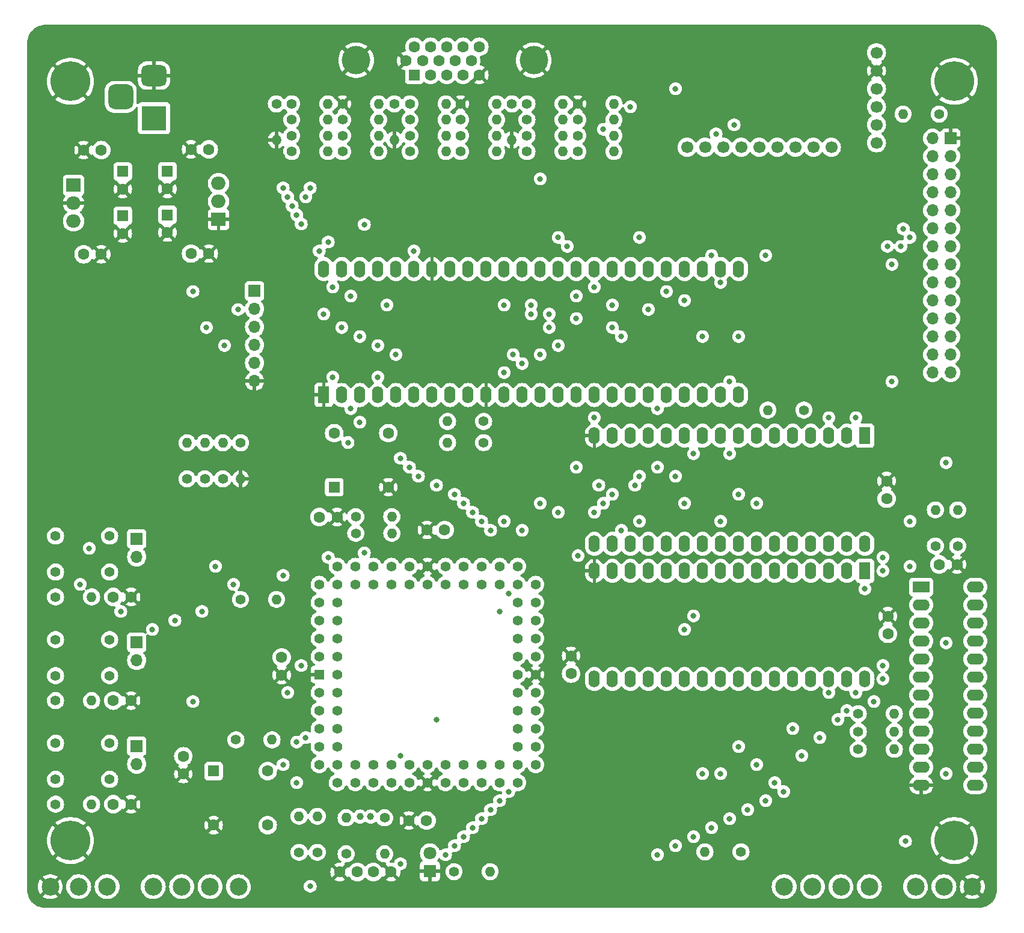
<source format=gbr>
%TF.GenerationSoftware,KiCad,Pcbnew,7.0.7*%
%TF.CreationDate,2024-02-01T01:26:26-05:00*%
%TF.ProjectId,Sentinel 65X - Prototype 3 Mini,53656e74-696e-4656-9c20-363558202d20,rev?*%
%TF.SameCoordinates,Original*%
%TF.FileFunction,Copper,L2,Inr*%
%TF.FilePolarity,Positive*%
%FSLAX46Y46*%
G04 Gerber Fmt 4.6, Leading zero omitted, Abs format (unit mm)*
G04 Created by KiCad (PCBNEW 7.0.7) date 2024-02-01 01:26:26*
%MOMM*%
%LPD*%
G01*
G04 APERTURE LIST*
G04 Aperture macros list*
%AMRoundRect*
0 Rectangle with rounded corners*
0 $1 Rounding radius*
0 $2 $3 $4 $5 $6 $7 $8 $9 X,Y pos of 4 corners*
0 Add a 4 corners polygon primitive as box body*
4,1,4,$2,$3,$4,$5,$6,$7,$8,$9,$2,$3,0*
0 Add four circle primitives for the rounded corners*
1,1,$1+$1,$2,$3*
1,1,$1+$1,$4,$5*
1,1,$1+$1,$6,$7*
1,1,$1+$1,$8,$9*
0 Add four rect primitives between the rounded corners*
20,1,$1+$1,$2,$3,$4,$5,0*
20,1,$1+$1,$4,$5,$6,$7,0*
20,1,$1+$1,$6,$7,$8,$9,0*
20,1,$1+$1,$8,$9,$2,$3,0*%
G04 Aperture macros list end*
%TA.AperFunction,ComponentPad*%
%ADD10C,1.400000*%
%TD*%
%TA.AperFunction,ComponentPad*%
%ADD11O,1.400000X1.400000*%
%TD*%
%TA.AperFunction,ComponentPad*%
%ADD12C,1.600000*%
%TD*%
%TA.AperFunction,ComponentPad*%
%ADD13R,1.800000X1.800000*%
%TD*%
%TA.AperFunction,ComponentPad*%
%ADD14C,1.800000*%
%TD*%
%TA.AperFunction,ComponentPad*%
%ADD15R,1.600000X2.400000*%
%TD*%
%TA.AperFunction,ComponentPad*%
%ADD16O,1.600000X2.400000*%
%TD*%
%TA.AperFunction,ComponentPad*%
%ADD17R,1.700000X1.700000*%
%TD*%
%TA.AperFunction,ComponentPad*%
%ADD18O,1.700000X1.700000*%
%TD*%
%TA.AperFunction,ComponentPad*%
%ADD19R,2.400000X1.600000*%
%TD*%
%TA.AperFunction,ComponentPad*%
%ADD20O,2.400000X1.600000*%
%TD*%
%TA.AperFunction,ComponentPad*%
%ADD21C,1.700000*%
%TD*%
%TA.AperFunction,ComponentPad*%
%ADD22C,5.600000*%
%TD*%
%TA.AperFunction,ComponentPad*%
%ADD23R,2.000000X1.905000*%
%TD*%
%TA.AperFunction,ComponentPad*%
%ADD24O,2.000000X1.905000*%
%TD*%
%TA.AperFunction,ComponentPad*%
%ADD25C,1.397000*%
%TD*%
%TA.AperFunction,ComponentPad*%
%ADD26C,1.000000*%
%TD*%
%TA.AperFunction,ComponentPad*%
%ADD27R,1.600000X1.600000*%
%TD*%
%TA.AperFunction,ComponentPad*%
%ADD28R,1.422400X1.422400*%
%TD*%
%TA.AperFunction,ComponentPad*%
%ADD29C,1.422400*%
%TD*%
%TA.AperFunction,ComponentPad*%
%ADD30C,2.500000*%
%TD*%
%TA.AperFunction,ComponentPad*%
%ADD31R,3.500000X3.500000*%
%TD*%
%TA.AperFunction,ComponentPad*%
%ADD32RoundRect,0.750000X-1.000000X0.750000X-1.000000X-0.750000X1.000000X-0.750000X1.000000X0.750000X0*%
%TD*%
%TA.AperFunction,ComponentPad*%
%ADD33RoundRect,0.875000X-0.875000X0.875000X-0.875000X-0.875000X0.875000X-0.875000X0.875000X0.875000X0*%
%TD*%
%TA.AperFunction,ComponentPad*%
%ADD34C,4.000000*%
%TD*%
%TA.AperFunction,ViaPad*%
%ADD35C,0.550000*%
%TD*%
%TA.AperFunction,ViaPad*%
%ADD36C,0.800000*%
%TD*%
G04 APERTURE END LIST*
D10*
%TO.N,+3.3V*%
%TO.C,R32*%
X188345320Y-145781300D03*
D11*
%TO.N,/FPGA_MISO*%
X188345320Y-140701300D03*
%TD*%
D12*
%TO.N,Net-(U7-IN)*%
%TO.C,C16*%
X171237727Y-99444243D03*
%TO.N,GND*%
X168737727Y-99444243D03*
%TD*%
D13*
%TO.N,GND*%
%TO.C,D1*%
X217512142Y-201092159D03*
D14*
%TO.N,Net-(D1-A)*%
X217512142Y-198552159D03*
%TD*%
D10*
%TO.N,+3.3V*%
%TO.C,R38*%
X199095000Y-198415001D03*
D11*
%TO.N,/R{slash}~{W}*%
X199095000Y-193335001D03*
%TD*%
D10*
%TO.N,/BLUE*%
%TO.C,R27*%
X231183589Y-99659132D03*
D11*
%TO.N,/B3*%
X236263589Y-99659132D03*
%TD*%
D12*
%TO.N,+3.3V*%
%TO.C,C3*%
X217045000Y-193940000D03*
%TO.N,GND*%
X214545000Y-193940000D03*
%TD*%
D10*
%TO.N,+3.3V*%
%TO.C,R40*%
X207072796Y-153443137D03*
D11*
%TO.N,/~{NMI}*%
X212152796Y-153443137D03*
%TD*%
D15*
%TO.N,/A18*%
%TO.C,U3*%
X278765000Y-139700000D03*
D16*
%TO.N,/A16*%
X276225000Y-139700000D03*
%TO.N,/A15*%
X273685000Y-139700000D03*
%TO.N,/A12*%
X271145000Y-139700000D03*
%TO.N,/A7*%
X268605000Y-139700000D03*
%TO.N,/A6*%
X266065000Y-139700000D03*
%TO.N,/A5*%
X263525000Y-139700000D03*
%TO.N,/A4*%
X260985000Y-139700000D03*
%TO.N,/A3*%
X258445000Y-139700000D03*
%TO.N,/A2*%
X255905000Y-139700000D03*
%TO.N,/A1*%
X253365000Y-139700000D03*
%TO.N,/A0*%
X250825000Y-139700000D03*
%TO.N,/D0*%
X248285000Y-139700000D03*
%TO.N,/D1*%
X245745000Y-139700000D03*
%TO.N,/D2*%
X243205000Y-139700000D03*
%TO.N,GND*%
X240665000Y-139700000D03*
%TO.N,/D3*%
X240665000Y-154940000D03*
%TO.N,/D4*%
X243205000Y-154940000D03*
%TO.N,/D5*%
X245745000Y-154940000D03*
%TO.N,/D6*%
X248285000Y-154940000D03*
%TO.N,/D7*%
X250825000Y-154940000D03*
%TO.N,/~{ROM}*%
X253365000Y-154940000D03*
%TO.N,/A10*%
X255905000Y-154940000D03*
%TO.N,/~{RD}*%
X258445000Y-154940000D03*
%TO.N,/A11*%
X260985000Y-154940000D03*
%TO.N,/A9*%
X263525000Y-154940000D03*
%TO.N,/A8*%
X266065000Y-154940000D03*
%TO.N,/A13*%
X268605000Y-154940000D03*
%TO.N,/A14*%
X271145000Y-154940000D03*
%TO.N,/A17*%
X273685000Y-154940000D03*
%TO.N,/~{WR}*%
X276225000Y-154940000D03*
%TO.N,+3.3V*%
X278765000Y-154940000D03*
%TD*%
D17*
%TO.N,Net-(J7-Pin_1)*%
%TO.C,J7*%
X176225000Y-168830000D03*
D18*
%TO.N,Net-(J7-Pin_2)*%
X176225000Y-171370000D03*
%TD*%
D12*
%TO.N,Net-(J8-Pin_2)*%
%TO.C,C14*%
X172935000Y-162425000D03*
%TO.N,GND*%
X175435000Y-162425000D03*
%TD*%
D10*
%TO.N,Net-(R4-Pad1)*%
%TO.C,R8*%
X198052832Y-97422375D03*
D11*
%TO.N,/R2*%
X203132832Y-97422375D03*
%TD*%
D10*
%TO.N,/GREEN*%
%TO.C,R10*%
X212510000Y-92932650D03*
D11*
%TO.N,GND*%
X212510000Y-98012650D03*
%TD*%
D10*
%TO.N,+3.3V*%
%TO.C,R39*%
X190205000Y-182560000D03*
D11*
%TO.N,/~{RES}*%
X195285000Y-182560000D03*
%TD*%
D12*
%TO.N,+3.3V*%
%TO.C,C11*%
X201949961Y-151169553D03*
%TO.N,GND*%
X204449961Y-151169553D03*
%TD*%
D10*
%TO.N,+3.3V*%
%TO.C,R47*%
X270170001Y-136085000D03*
D11*
%TO.N,/~{ROM}*%
X265090001Y-136085000D03*
%TD*%
D10*
%TO.N,+3.3V*%
%TO.C,R36*%
X277835000Y-183905000D03*
D11*
%TO.N,/~{CS4}*%
X282915000Y-183905000D03*
%TD*%
D10*
%TO.N,+3.3V*%
%TO.C,R52*%
X225071555Y-137681712D03*
D11*
%TO.N,/~{FPGA_RESET}*%
X219991555Y-137681712D03*
%TD*%
D10*
%TO.N,Net-(R2-Pad2)*%
%TO.C,R6*%
X205205171Y-97422375D03*
D11*
%TO.N,/R0*%
X210285171Y-97422375D03*
%TD*%
D10*
%TO.N,/GREEN*%
%TO.C,R18*%
X214701973Y-99659132D03*
D11*
%TO.N,/G3*%
X219781973Y-99659132D03*
%TD*%
D10*
%TO.N,/GREEN*%
%TO.C,R14*%
X214701973Y-95174830D03*
D11*
%TO.N,Net-(R13-Pad1)*%
X219781973Y-95174830D03*
%TD*%
D10*
%TO.N,Net-(J7-Pin_1)*%
%TO.C,R45*%
X164805000Y-177030000D03*
D11*
%TO.N,/~{NMI}*%
X169885000Y-177030000D03*
%TD*%
D19*
%TO.N,/A23*%
%TO.C,U4*%
X286690000Y-161010000D03*
D20*
%TO.N,/A22*%
X286690000Y-163550000D03*
%TO.N,/A21*%
X286690000Y-166090000D03*
%TO.N,/A20*%
X286690000Y-168630000D03*
%TO.N,/A19*%
X286690000Y-171170000D03*
%TO.N,/~{CS4}*%
X286690000Y-173710000D03*
%TO.N,/~{CS5}*%
X286690000Y-176250000D03*
%TO.N,/~{CS7}*%
X286690000Y-178790000D03*
%TO.N,unconnected-(U4-IN-Pad9)*%
X286690000Y-181330000D03*
%TO.N,/R{slash}~{W}*%
X286690000Y-183870000D03*
%TO.N,/PHI2*%
X286690000Y-186410000D03*
%TO.N,GND*%
X286690000Y-188950000D03*
%TO.N,unconnected-(U4-IN-Pad13)*%
X294310000Y-188950000D03*
%TO.N,unconnected-(U4-I{slash}O-Pad14)*%
X294310000Y-186410000D03*
%TO.N,unconnected-(U4-I{slash}O-Pad15)*%
X294310000Y-183870000D03*
%TO.N,unconnected-(U4-I{slash}O-Pad16)*%
X294310000Y-181330000D03*
%TO.N,unconnected-(U4-I{slash}O-Pad17)*%
X294310000Y-178790000D03*
%TO.N,unconnected-(U4-I{slash}O-Pad18)*%
X294310000Y-176250000D03*
%TO.N,unconnected-(U4-I{slash}O-Pad19)*%
X294310000Y-173710000D03*
%TO.N,/~{WR}*%
X294310000Y-171170000D03*
%TO.N,/~{RD}*%
X294310000Y-168630000D03*
%TO.N,/~{RAM}*%
X294310000Y-166090000D03*
%TO.N,/~{ROM}*%
X294310000Y-163550000D03*
%TO.N,+3.3V*%
X294310000Y-161010000D03*
%TD*%
D10*
%TO.N,Net-(R22-Pad1)*%
%TO.C,R22*%
X231183589Y-92932650D03*
D11*
%TO.N,Net-(R21-Pad1)*%
X236263589Y-92932650D03*
%TD*%
D12*
%TO.N,+5V*%
%TO.C,C17*%
X168737726Y-114129243D03*
%TO.N,GND*%
X171237726Y-114129243D03*
%TD*%
%TO.N,+5V*%
%TO.C,C20*%
X186375000Y-99349999D03*
%TO.N,GND*%
X183875000Y-99349999D03*
%TD*%
D10*
%TO.N,Net-(R3-Pad1)*%
%TO.C,R7*%
X205205171Y-99659132D03*
D11*
%TO.N,/R1*%
X210285171Y-99659132D03*
%TD*%
D21*
%TO.N,/SYSCLK*%
%TO.C,U6*%
X280385000Y-98420000D03*
%TO.N,/BCK*%
X280385000Y-95880000D03*
%TO.N,/ADATA*%
X280385000Y-93340000D03*
%TO.N,/LRCK*%
X280385000Y-90800000D03*
%TO.N,GND*%
X280385000Y-88260000D03*
%TO.N,+5V*%
X280385000Y-85720000D03*
%TO.N,unconnected-(U6-LOUT-Pad7)*%
X253715000Y-99055000D03*
%TO.N,unconnected-(U6-AGND-Pad8)*%
X256255000Y-99055000D03*
%TO.N,unconnected-(U6-ROUT-Pad9)*%
X258795000Y-99055000D03*
%TO.N,unconnected-(U6-AGND-Pad10)*%
X261335000Y-99055000D03*
%TO.N,unconnected-(U6-A3V3-Pad11)*%
X263875000Y-99055000D03*
%TO.N,unconnected-(U6-FMT-Pad12)*%
X266415000Y-99055000D03*
%TO.N,unconnected-(U6-XSMT-Pad13)*%
X268955000Y-99055000D03*
%TO.N,unconnected-(U6-DEMP-Pad14)*%
X271495000Y-99055000D03*
%TO.N,unconnected-(U6-FLT-Pad15)*%
X274035000Y-99055000D03*
%TD*%
D15*
%TO.N,GND*%
%TO.C,U5*%
X202565000Y-133960000D03*
D16*
%TO.N,unconnected-(U5-VIO-Pad2)*%
X205105000Y-133960000D03*
%TO.N,/~{FPGA_RESET}*%
X207645000Y-133960000D03*
%TO.N,/CDONE*%
X210185000Y-133960000D03*
%TO.N,/~{I{slash}O}0*%
X212725000Y-133960000D03*
%TO.N,/A4*%
X215265000Y-133960000D03*
%TO.N,/R{slash}~{W}*%
X217805000Y-133960000D03*
%TO.N,+5V*%
X220345000Y-133960000D03*
%TO.N,unconnected-(U5-+3.3V-Pad9)*%
X222885000Y-133960000D03*
%TO.N,GND*%
X225425000Y-133960000D03*
%TO.N,/D0*%
X227965000Y-133960000D03*
%TO.N,/D1*%
X230505000Y-133960000D03*
%TO.N,/D2*%
X233045000Y-133960000D03*
%TO.N,/D3*%
X235585000Y-133960000D03*
%TO.N,/D6*%
X238125000Y-133960000D03*
%TO.N,/SYSCLK*%
X240665000Y-133960000D03*
%TO.N,/D5*%
X243205000Y-133960000D03*
%TO.N,/PHI2*%
X245745000Y-133960000D03*
%TO.N,/D7*%
X248285000Y-133960000D03*
%TO.N,/A1*%
X250825000Y-133960000D03*
%TO.N,/A0*%
X253365000Y-133960000D03*
%TO.N,/A3*%
X255905000Y-133960000D03*
%TO.N,/A2*%
X258445000Y-133960000D03*
%TO.N,/D4*%
X260985000Y-133960000D03*
%TO.N,/BCK*%
X260985000Y-116200000D03*
%TO.N,/B0*%
X258445000Y-116200000D03*
%TO.N,/B1*%
X255905000Y-116200000D03*
%TO.N,/LRCK*%
X253365000Y-116200000D03*
%TO.N,/B3*%
X250825000Y-116200000D03*
%TO.N,/~{VIRQ}*%
X248285000Y-116200000D03*
%TO.N,/ADATA*%
X245745000Y-116200000D03*
%TO.N,/B2*%
X243205000Y-116200000D03*
%TO.N,/R0*%
X240665000Y-116200000D03*
%TO.N,/R1*%
X238125000Y-116200000D03*
%TO.N,/R3*%
X235585000Y-116200000D03*
%TO.N,/VSYNC*%
X233045000Y-116200000D03*
%TO.N,/HSYNC*%
X230505000Y-116200000D03*
%TO.N,/G2*%
X227965000Y-116200000D03*
%TO.N,/G1*%
X225425000Y-116200000D03*
%TO.N,/G0*%
X222885000Y-116200000D03*
%TO.N,unconnected-(U5-CLK_12M_EXT-Pad41)*%
X220345000Y-116200000D03*
%TO.N,GND*%
X217805000Y-116200000D03*
%TO.N,/R2*%
X215265000Y-116200000D03*
%TO.N,/G3*%
X212725000Y-116200000D03*
%TO.N,/FPGA_MISO*%
X210185000Y-116200000D03*
%TO.N,/FPGA_MOSI*%
X207645000Y-116200000D03*
%TO.N,/FPGA_SCK*%
X205105000Y-116200000D03*
%TO.N,/~{FLASH_SS}*%
X202565000Y-116200000D03*
%TD*%
D12*
%TO.N,Net-(J6-Pin_2)*%
%TO.C,C12*%
X172935000Y-191635000D03*
%TO.N,GND*%
X175435000Y-191635000D03*
%TD*%
D10*
%TO.N,+3.3V*%
%TO.C,R31*%
X185830319Y-145781300D03*
D11*
%TO.N,/FPGA_MOSI*%
X185830319Y-140701300D03*
%TD*%
D12*
%TO.N,+3.3V*%
%TO.C,C2*%
X237385000Y-173229999D03*
%TO.N,GND*%
X237385000Y-170729999D03*
%TD*%
D10*
%TO.N,+3.3V*%
%TO.C,R49*%
X288680000Y-155235000D03*
D11*
%TO.N,/~{RD}*%
X288680000Y-150155000D03*
%TD*%
D10*
%TO.N,Net-(J6-Pin_1)*%
%TO.C,R44*%
X164805000Y-191635000D03*
D11*
%TO.N,/~{RES}*%
X169885000Y-191635000D03*
%TD*%
D10*
%TO.N,/CLKO*%
%TO.C,R28*%
X205706901Y-198622178D03*
D11*
%TO.N,/CLK*%
X205706901Y-193542178D03*
%TD*%
D12*
%TO.N,Net-(C10-Pad1)*%
%TO.C,C10*%
X209537482Y-201188257D03*
%TO.N,GND*%
X212037482Y-201188257D03*
%TD*%
D10*
%TO.N,+3.3V*%
%TO.C,R42*%
X289220000Y-94375000D03*
D11*
%TO.N,/~{I{slash}O}1*%
X284140000Y-94375000D03*
%TD*%
D22*
%TO.N,GND*%
%TO.C,H3*%
X291365000Y-89765000D03*
%TD*%
D10*
%TO.N,Net-(D1-A)*%
%TO.C,R51*%
X220906936Y-201139928D03*
D11*
%TO.N,/BL1*%
X225986936Y-201139928D03*
%TD*%
D23*
%TO.N,Net-(U7-IN)*%
%TO.C,U7*%
X167332726Y-104384243D03*
D24*
%TO.N,GND*%
X167332726Y-106924243D03*
%TO.N,+5V*%
X167332726Y-109464243D03*
%TD*%
D12*
%TO.N,+3.3V*%
%TO.C,C1*%
X219585000Y-152980000D03*
%TO.N,GND*%
X217085000Y-152980000D03*
%TD*%
%TO.N,+3.3V*%
%TO.C,C21*%
X183875001Y-114035000D03*
%TO.N,GND*%
X186375001Y-114035000D03*
%TD*%
%TO.N,+3.3V*%
%TO.C,C7*%
X289240000Y-157844999D03*
%TO.N,GND*%
X291740000Y-157844999D03*
%TD*%
D10*
%TO.N,Net-(R12-Pad1)*%
%TO.C,R16*%
X221832157Y-99659132D03*
D11*
%TO.N,/G1*%
X226912157Y-99659132D03*
%TD*%
D10*
%TO.N,Net-(R12-Pad1)*%
%TO.C,R12*%
X221832157Y-95174830D03*
D11*
%TO.N,Net-(R11-Pad2)*%
X226912157Y-95174830D03*
%TD*%
D25*
%TO.N,Net-(J7-Pin_1)*%
%TO.C,SW2*%
X164805000Y-168440000D03*
X172425000Y-168440000D03*
%TO.N,Net-(J7-Pin_2)*%
X164805000Y-173520000D03*
X172425000Y-173520000D03*
%TD*%
D10*
%TO.N,Net-(R22-Pad1)*%
%TO.C,R26*%
X231183589Y-97422375D03*
D11*
%TO.N,/B2*%
X236263589Y-97422375D03*
%TD*%
D10*
%TO.N,GND*%
%TO.C,R11*%
X221832157Y-92932650D03*
D11*
%TO.N,Net-(R11-Pad2)*%
X226912157Y-92932650D03*
%TD*%
D25*
%TO.N,Net-(J6-Pin_1)*%
%TO.C,SW1*%
X164805000Y-183045000D03*
X172425000Y-183045000D03*
%TO.N,Net-(J6-Pin_2)*%
X164805000Y-188125000D03*
X172425000Y-188125000D03*
%TD*%
D12*
%TO.N,+3.3V*%
%TO.C,C4*%
X196640000Y-170940000D03*
%TO.N,GND*%
X196640000Y-173440000D03*
%TD*%
D10*
%TO.N,Net-(R13-Pad1)*%
%TO.C,R17*%
X214701973Y-97422375D03*
D11*
%TO.N,/G2*%
X219781973Y-97422375D03*
%TD*%
D10*
%TO.N,Net-(R21-Pad1)*%
%TO.C,R25*%
X238346322Y-99659132D03*
D11*
%TO.N,/B1*%
X243426322Y-99659132D03*
%TD*%
D10*
%TO.N,/BLUE*%
%TO.C,R23*%
X231183589Y-95174830D03*
D11*
%TO.N,Net-(R22-Pad1)*%
X236263589Y-95174830D03*
%TD*%
D10*
%TO.N,/FPGA_SCK*%
%TO.C,R33*%
X190860319Y-140701300D03*
D11*
%TO.N,GND*%
X190860319Y-145781300D03*
%TD*%
D17*
%TO.N,GND*%
%TO.C,J1*%
X290830000Y-97790000D03*
D18*
%TO.N,+3.3V*%
X288290000Y-97790000D03*
%TO.N,/TXD*%
X290830000Y-100330000D03*
%TO.N,/I2C_SCL*%
X288290000Y-100330000D03*
%TO.N,/RXD*%
X290830000Y-102870000D03*
%TO.N,/I2C_SDA*%
X288290000Y-102870000D03*
%TO.N,/CTS*%
X290830000Y-105410000D03*
%TO.N,/~{RES}*%
X288290000Y-105410000D03*
%TO.N,/RTS*%
X290830000Y-107950000D03*
%TO.N,/~{IRQ}*%
X288290000Y-107950000D03*
%TO.N,/PHI2*%
X290830000Y-110490000D03*
%TO.N,/~{I{slash}O}1*%
X288290000Y-110490000D03*
%TO.N,/~{RD}*%
X290830000Y-113030000D03*
%TO.N,/~{WR}*%
X288290000Y-113030000D03*
%TO.N,/A5*%
X290830000Y-115570000D03*
%TO.N,/A4*%
X288290000Y-115570000D03*
%TO.N,/A3*%
X290830000Y-118110000D03*
%TO.N,/A2*%
X288290000Y-118110000D03*
%TO.N,/A1*%
X290830000Y-120650000D03*
%TO.N,/A0*%
X288290000Y-120650000D03*
%TO.N,/D7*%
X290830000Y-123190000D03*
%TO.N,/D6*%
X288290000Y-123190000D03*
%TO.N,/D5*%
X290830000Y-125730000D03*
%TO.N,/D4*%
X288290000Y-125730000D03*
%TO.N,/D3*%
X290830000Y-128270000D03*
%TO.N,/D2*%
X288290000Y-128270000D03*
%TO.N,/D1*%
X290830000Y-130810000D03*
%TO.N,/D0*%
X288290000Y-130810000D03*
%TD*%
D10*
%TO.N,Net-(R4-Pad1)*%
%TO.C,R4*%
X198052833Y-92932650D03*
D11*
%TO.N,Net-(R3-Pad1)*%
X203132833Y-92932650D03*
%TD*%
D10*
%TO.N,Net-(J8-Pin_1)*%
%TO.C,R46*%
X164805000Y-162425000D03*
D11*
%TO.N,/~{BOOT_SEL}*%
X169885000Y-162425000D03*
%TD*%
D10*
%TO.N,Net-(R11-Pad2)*%
%TO.C,R15*%
X221832157Y-97422375D03*
D11*
%TO.N,/G0*%
X226912157Y-97422375D03*
%TD*%
D26*
%TO.N,/CLK*%
%TO.C,X2*%
X207667592Y-193392178D03*
%TO.N,Net-(C10-Pad1)*%
X209167592Y-193392178D03*
%TD*%
D22*
%TO.N,GND*%
%TO.C,H2*%
X166905000Y-89765000D03*
%TD*%
D10*
%TO.N,/BLUE*%
%TO.C,R19*%
X229046622Y-92932650D03*
D11*
%TO.N,GND*%
X229046622Y-98012650D03*
%TD*%
D12*
%TO.N,+3.3V*%
%TO.C,C5*%
X281990000Y-167625000D03*
%TO.N,GND*%
X281990000Y-165125000D03*
%TD*%
D10*
%TO.N,Net-(R13-Pad1)*%
%TO.C,R13*%
X214701973Y-92932650D03*
D11*
%TO.N,Net-(R12-Pad1)*%
X219781973Y-92932650D03*
%TD*%
D27*
%TO.N,+5V*%
%TO.C,C19*%
X180540000Y-102420151D03*
D12*
%TO.N,GND*%
X180540000Y-104920151D03*
%TD*%
D28*
%TO.N,GND*%
%TO.C,U1*%
X201930000Y-173355000D03*
D29*
%TO.N,/RTS*%
X204470000Y-173355000D03*
%TO.N,/CTS*%
X201930000Y-175895000D03*
%TO.N,/~{SD_SS}*%
X204470000Y-175895000D03*
%TO.N,/BL1*%
X201930000Y-178435000D03*
%TO.N,unconnected-(U1C-P62-Pad6)*%
X204470000Y-178435000D03*
%TO.N,/~{BOOT_SEL}*%
X201930000Y-180975000D03*
%TO.N,/~{VIRQ}*%
X204470000Y-180975000D03*
%TO.N,unconnected-(U1C-P65-Pad9)*%
X201930000Y-183515000D03*
%TO.N,/RXD*%
X204470000Y-183515000D03*
%TO.N,/TXD*%
X201930000Y-186055000D03*
%TO.N,/~{RES}*%
X204470000Y-188595000D03*
%TO.N,/R{slash}~{W}*%
X204470000Y-186055000D03*
%TO.N,unconnected-(U1A-RUN-Pad14)*%
X207010000Y-188595000D03*
%TO.N,unconnected-(U1A-~{FCLKO}-Pad15)*%
X207010000Y-186055000D03*
%TO.N,/FCLK*%
X209550000Y-188595000D03*
%TO.N,/BE*%
X209550000Y-186055000D03*
%TO.N,/CLK*%
X212090000Y-188595000D03*
%TO.N,/CLKO*%
X212090000Y-186055000D03*
%TO.N,/PHI2*%
X214630000Y-188595000D03*
%TO.N,unconnected-(U1A-BA-Pad21)*%
X214630000Y-186055000D03*
%TO.N,GND*%
X217170000Y-188595000D03*
%TO.N,+3.3V*%
X217170000Y-186055000D03*
%TO.N,/A0*%
X219710000Y-188595000D03*
%TO.N,/A1*%
X219710000Y-186055000D03*
%TO.N,/A2*%
X222250000Y-188595000D03*
%TO.N,/A3*%
X222250000Y-186055000D03*
%TO.N,/A4*%
X224790000Y-188595000D03*
%TO.N,/A5*%
X224790000Y-186055000D03*
%TO.N,/A6*%
X227330000Y-188595000D03*
%TO.N,/A7*%
X227330000Y-186055000D03*
%TO.N,/A8*%
X229870000Y-188595000D03*
%TO.N,/A9*%
X232410000Y-186055000D03*
%TO.N,/A10*%
X229870000Y-186055000D03*
%TO.N,/A11*%
X232410000Y-183515000D03*
%TO.N,/A12*%
X229870000Y-183515000D03*
%TO.N,/A13*%
X232410000Y-180975000D03*
%TO.N,/A14*%
X229870000Y-180975000D03*
%TO.N,/A15*%
X232410000Y-178435000D03*
%TO.N,/A16*%
X229870000Y-178435000D03*
%TO.N,/A17*%
X232410000Y-175895000D03*
%TO.N,/A18*%
X229870000Y-175895000D03*
%TO.N,GND*%
X232410000Y-173355000D03*
%TO.N,+3.3V*%
X229870000Y-173355000D03*
%TO.N,/A19*%
X232410000Y-170815000D03*
%TO.N,/A20*%
X229870000Y-170815000D03*
%TO.N,/A21*%
X232410000Y-168275000D03*
%TO.N,/A22*%
X229870000Y-168275000D03*
%TO.N,/A23*%
X232410000Y-165735000D03*
%TO.N,/~{I{slash}O}0*%
X229870000Y-165735000D03*
%TO.N,/~{I{slash}O}1*%
X232410000Y-163195000D03*
%TO.N,/FPGA_SCK*%
X229870000Y-163195000D03*
%TO.N,/~{FLASH_SS}*%
X232410000Y-160655000D03*
%TO.N,/~{CS4}*%
X229870000Y-158115000D03*
%TO.N,/~{CS5}*%
X229870000Y-160655000D03*
%TO.N,unconnected-(U1A-~{CS6}-Pad56)*%
X227330000Y-158115000D03*
%TO.N,/~{CS7}*%
X227330000Y-160655000D03*
%TO.N,/D0*%
X224790000Y-158115000D03*
%TO.N,/D1*%
X224790000Y-160655000D03*
%TO.N,/D2*%
X222250000Y-158115000D03*
%TO.N,/D3*%
X222250000Y-160655000D03*
%TO.N,/D4*%
X219710000Y-158115000D03*
%TO.N,+3.3V*%
X219710000Y-160655000D03*
%TO.N,GND*%
X217170000Y-158115000D03*
%TO.N,/D5*%
X217170000Y-160655000D03*
%TO.N,/D6*%
X214630000Y-158115000D03*
%TO.N,/D7*%
X214630000Y-160655000D03*
%TO.N,unconnected-(U1A-TG0-Pad68)*%
X212090000Y-158115000D03*
%TO.N,unconnected-(U1A-TG1-Pad69)*%
X212090000Y-160655000D03*
%TO.N,/~{NMI}*%
X209550000Y-158115000D03*
%TO.N,/~{IRQ}*%
X209550000Y-160655000D03*
%TO.N,/~{FPGA_RESET}*%
X207010000Y-158115000D03*
%TO.N,/CDONE*%
X207010000Y-160655000D03*
%TO.N,/FPGA_MOSI*%
X204470000Y-158115000D03*
%TO.N,/FPGA_MISO*%
X201930000Y-160655000D03*
%TO.N,/I2C_SDA*%
X204470000Y-160655000D03*
%TO.N,/I2C_SCL*%
X201930000Y-163195000D03*
%TO.N,/SNES_CLK*%
X204470000Y-163195000D03*
%TO.N,/SNES_LATCH*%
X201930000Y-165735000D03*
%TO.N,/SNES_DATA0*%
X204470000Y-165735000D03*
%TO.N,/SNES_DATA1*%
X201930000Y-168275000D03*
%TO.N,unconnected-(U1C-P54-Pad82)*%
X204470000Y-168275000D03*
%TO.N,unconnected-(U1C-P55-Pad83)*%
X201930000Y-170815000D03*
%TO.N,+3.3V*%
X204470000Y-170815000D03*
%TD*%
D10*
%TO.N,+3.3V*%
%TO.C,R30*%
X183315319Y-145781300D03*
D11*
%TO.N,/~{SD_SS}*%
X183315319Y-140701300D03*
%TD*%
D10*
%TO.N,/RED*%
%TO.C,R9*%
X198052832Y-99659132D03*
D11*
%TO.N,/R3*%
X203132832Y-99659132D03*
%TD*%
D27*
%TO.N,+5V*%
%TO.C,C18*%
X174262726Y-108702425D03*
D12*
%TO.N,GND*%
X174262726Y-111202425D03*
%TD*%
D10*
%TO.N,Net-(R20-Pad2)*%
%TO.C,R24*%
X238346322Y-97422375D03*
D11*
%TO.N,/B0*%
X243426322Y-97422375D03*
%TD*%
D10*
%TO.N,+3.3V*%
%TO.C,R53*%
X225071555Y-140677810D03*
D11*
%TO.N,/~{VIRQ}*%
X219991555Y-140677810D03*
%TD*%
D30*
%TO.N,+3.3V*%
%TO.C,J4*%
X267385000Y-203250000D03*
%TO.N,/SNES_CLK*%
X271385000Y-203250000D03*
%TO.N,/SNES_LATCH*%
X275385000Y-203250000D03*
%TO.N,/SNES_DATA1*%
X279385000Y-203250000D03*
%TO.N,/I2C_SCL*%
X285885000Y-203250000D03*
%TO.N,/I2C_SDA*%
X289885000Y-203250000D03*
%TO.N,GND*%
X293885000Y-203250000D03*
%TD*%
D31*
%TO.N,Net-(U7-IN)*%
%TO.C,J9*%
X178655000Y-94950001D03*
D32*
%TO.N,GND*%
X178655000Y-88950001D03*
D33*
%TO.N,N/C*%
X173955000Y-91950001D03*
%TD*%
D10*
%TO.N,GND*%
%TO.C,R20*%
X238346322Y-92932650D03*
D11*
%TO.N,Net-(R20-Pad2)*%
X243426322Y-92932650D03*
%TD*%
D22*
%TO.N,GND*%
%TO.C,H4*%
X291365000Y-196750000D03*
%TD*%
D10*
%TO.N,+3.3V*%
%TO.C,R35*%
X277835000Y-181390000D03*
D11*
%TO.N,/~{CS5}*%
X282915000Y-181390000D03*
%TD*%
D15*
%TO.N,/A18*%
%TO.C,U2*%
X278765000Y-158750000D03*
D16*
%TO.N,/A16*%
X276225000Y-158750000D03*
%TO.N,/A14*%
X273685000Y-158750000D03*
%TO.N,/A12*%
X271145000Y-158750000D03*
%TO.N,/A7*%
X268605000Y-158750000D03*
%TO.N,/A6*%
X266065000Y-158750000D03*
%TO.N,/A5*%
X263525000Y-158750000D03*
%TO.N,/A4*%
X260985000Y-158750000D03*
%TO.N,/A3*%
X258445000Y-158750000D03*
%TO.N,/A2*%
X255905000Y-158750000D03*
%TO.N,/A1*%
X253365000Y-158750000D03*
%TO.N,/A0*%
X250825000Y-158750000D03*
%TO.N,/D0*%
X248285000Y-158750000D03*
%TO.N,/D1*%
X245745000Y-158750000D03*
%TO.N,/D2*%
X243205000Y-158750000D03*
%TO.N,GND*%
X240665000Y-158750000D03*
%TO.N,/D3*%
X240665000Y-173990000D03*
%TO.N,/D4*%
X243205000Y-173990000D03*
%TO.N,/D5*%
X245745000Y-173990000D03*
%TO.N,/D6*%
X248285000Y-173990000D03*
%TO.N,/D7*%
X250825000Y-173990000D03*
%TO.N,/~{RAM}*%
X253365000Y-173990000D03*
%TO.N,/A10*%
X255905000Y-173990000D03*
%TO.N,/~{RD}*%
X258445000Y-173990000D03*
%TO.N,/A11*%
X260985000Y-173990000D03*
%TO.N,/A9*%
X263525000Y-173990000D03*
%TO.N,/A8*%
X266065000Y-173990000D03*
%TO.N,/A13*%
X268605000Y-173990000D03*
%TO.N,/~{WR}*%
X271145000Y-173990000D03*
%TO.N,/A17*%
X273685000Y-173990000D03*
%TO.N,/A15*%
X276225000Y-173990000D03*
%TO.N,+3.3V*%
X278765000Y-173990000D03*
%TD*%
D12*
%TO.N,/CLK*%
%TO.C,C9*%
X207297703Y-201188257D03*
%TO.N,GND*%
X204797703Y-201188257D03*
%TD*%
D10*
%TO.N,+3.3V*%
%TO.C,R50*%
X291830000Y-155235000D03*
D11*
%TO.N,/~{WR}*%
X291830000Y-150155000D03*
%TD*%
D22*
%TO.N,GND*%
%TO.C,H1*%
X166905000Y-196750000D03*
%TD*%
D10*
%TO.N,/RED*%
%TO.C,R5*%
X198052832Y-95174830D03*
D11*
%TO.N,Net-(R4-Pad1)*%
X203132832Y-95174830D03*
%TD*%
D17*
%TO.N,Net-(J8-Pin_1)*%
%TO.C,J8*%
X176225000Y-154225000D03*
D18*
%TO.N,Net-(J8-Pin_2)*%
X176225000Y-156765000D03*
%TD*%
D17*
%TO.N,Net-(J6-Pin_1)*%
%TO.C,J6*%
X176225000Y-183435000D03*
D18*
%TO.N,Net-(J6-Pin_2)*%
X176225000Y-185975000D03*
%TD*%
D23*
%TO.N,GND*%
%TO.C,U8*%
X187750000Y-109232500D03*
D24*
%TO.N,+3.3V*%
X187750000Y-106692500D03*
%TO.N,+5V*%
X187750000Y-104152500D03*
%TD*%
D10*
%TO.N,+3.3V*%
%TO.C,R34*%
X277835000Y-178875000D03*
D11*
%TO.N,/~{CS7}*%
X282915000Y-178875000D03*
%TD*%
D10*
%TO.N,+3.3V*%
%TO.C,R43*%
X190840000Y-162775000D03*
D11*
%TO.N,/~{I{slash}O}0*%
X195920000Y-162775000D03*
%TD*%
D27*
%TO.N,+3.3V*%
%TO.C,C22*%
X180540000Y-108570075D03*
D12*
%TO.N,GND*%
X180540000Y-111070075D03*
%TD*%
D10*
%TO.N,+3.3V*%
%TO.C,R48*%
X261325000Y-198340000D03*
D11*
%TO.N,/~{RAM}*%
X256245000Y-198340000D03*
%TD*%
D12*
%TO.N,+3.3V*%
%TO.C,C8*%
X182787472Y-184868586D03*
%TO.N,GND*%
X182787472Y-187368586D03*
%TD*%
D10*
%TO.N,Net-(R21-Pad1)*%
%TO.C,R21*%
X238346322Y-95174830D03*
D11*
%TO.N,Net-(R20-Pad2)*%
X243426322Y-95174830D03*
%TD*%
D10*
%TO.N,Net-(R3-Pad1)*%
%TO.C,R3*%
X205205171Y-95174830D03*
D11*
%TO.N,Net-(R2-Pad2)*%
X210285171Y-95174830D03*
%TD*%
D27*
%TO.N,Net-(U7-IN)*%
%TO.C,C15*%
X174262727Y-102460834D03*
D12*
%TO.N,GND*%
X174262727Y-104960834D03*
%TD*%
D27*
%TO.N,+3.3V*%
%TO.C,X3*%
X204037305Y-146957666D03*
D12*
%TO.N,GND*%
X211657305Y-146957666D03*
%TO.N,/SYSCLK*%
X211657305Y-139337666D03*
%TO.N,+3.3V*%
X204037305Y-139337666D03*
%TD*%
D10*
%TO.N,GND*%
%TO.C,R2*%
X205205171Y-92932650D03*
D11*
%TO.N,Net-(R2-Pad2)*%
X210285171Y-92932650D03*
%TD*%
D34*
%TO.N,GND*%
%TO.C,J2*%
X232125000Y-86795662D03*
X207125000Y-86795662D03*
D27*
%TO.N,/RED*%
X215310000Y-88845662D03*
D12*
%TO.N,/GREEN*%
X217600000Y-88845662D03*
%TO.N,/BLUE*%
X219890000Y-88845662D03*
%TO.N,unconnected-(J2-Pad4)*%
X222180000Y-88845662D03*
%TO.N,GND*%
X224470000Y-88845662D03*
X214165000Y-86865662D03*
X216455000Y-86865662D03*
X218745000Y-86865662D03*
%TO.N,unconnected-(J2-Pad9)*%
X221035000Y-86865662D03*
%TO.N,GND*%
X223325000Y-86865662D03*
%TO.N,unconnected-(J2-Pad11)*%
X215310000Y-84885662D03*
%TO.N,unconnected-(J2-Pad12)*%
X217600000Y-84885662D03*
%TO.N,/HSYNC*%
X219890000Y-84885662D03*
%TO.N,/VSYNC*%
X222180000Y-84885662D03*
%TO.N,unconnected-(J2-Pad15)*%
X224470000Y-84885662D03*
%TD*%
D10*
%TO.N,/RED*%
%TO.C,R1*%
X195892390Y-92932650D03*
D11*
%TO.N,GND*%
X195892390Y-98012650D03*
%TD*%
D12*
%TO.N,Net-(J7-Pin_2)*%
%TO.C,C13*%
X172935000Y-177030000D03*
%TO.N,GND*%
X175435000Y-177030000D03*
%TD*%
D30*
%TO.N,+3.3V*%
%TO.C,J3*%
X190550000Y-203250000D03*
%TO.N,/SNES_CLK*%
X186550000Y-203250000D03*
%TO.N,/SNES_LATCH*%
X182550000Y-203250000D03*
%TO.N,/SNES_DATA0*%
X178550000Y-203250000D03*
%TO.N,/I2C_SCL*%
X172050000Y-203250000D03*
%TO.N,/I2C_SDA*%
X168050000Y-203250000D03*
%TO.N,GND*%
X164050000Y-203250000D03*
%TD*%
D17*
%TO.N,/~{SD_SS}*%
%TO.C,J5*%
X192820000Y-119300000D03*
D18*
%TO.N,/FPGA_SCK*%
X192820000Y-121840000D03*
%TO.N,/FPGA_MOSI*%
X192820000Y-124380000D03*
%TO.N,/FPGA_MISO*%
X192820000Y-126920000D03*
%TO.N,+3.3V*%
X192820000Y-129460000D03*
%TO.N,GND*%
X192820000Y-132000000D03*
%TD*%
D12*
%TO.N,+3.3V*%
%TO.C,C6*%
X281830000Y-148575000D03*
%TO.N,GND*%
X281830000Y-146075000D03*
%TD*%
D25*
%TO.N,Net-(J8-Pin_1)*%
%TO.C,SW3*%
X164805000Y-153835000D03*
X172425000Y-153835000D03*
%TO.N,Net-(J8-Pin_2)*%
X164805000Y-158915000D03*
X172425000Y-158915000D03*
%TD*%
D10*
%TO.N,/CLKO*%
%TO.C,R29*%
X211128283Y-193542178D03*
D11*
%TO.N,Net-(C10-Pad1)*%
X211128283Y-198622178D03*
%TD*%
D10*
%TO.N,+3.3V*%
%TO.C,R41*%
X207057673Y-151106949D03*
D11*
%TO.N,/~{IRQ}*%
X212137673Y-151106949D03*
%TD*%
D27*
%TO.N,+3.3V*%
%TO.C,X1*%
X187050000Y-186965000D03*
D12*
%TO.N,GND*%
X187050000Y-194585000D03*
%TO.N,/FCLK*%
X194670000Y-194585000D03*
%TO.N,+3.3V*%
X194670000Y-186965000D03*
%TD*%
D10*
%TO.N,+3.3V*%
%TO.C,R37*%
X201660000Y-198415000D03*
D11*
%TO.N,/BE*%
X201660000Y-193335000D03*
%TD*%
D35*
%TO.N,GND*%
X180975000Y-137160000D03*
X194310000Y-116840000D03*
X203200000Y-86995000D03*
X198755000Y-90805000D03*
X181610000Y-118110000D03*
X203200000Y-88265000D03*
X181610000Y-125730000D03*
X177800000Y-127000000D03*
X181610000Y-123190000D03*
X181610000Y-130810000D03*
X181610000Y-128270000D03*
X195580000Y-104775000D03*
X180975000Y-148590000D03*
X195580000Y-112395000D03*
X195580000Y-111125000D03*
X195580000Y-103505000D03*
X193040000Y-116840000D03*
X180975000Y-144780000D03*
X197485000Y-90805000D03*
X279400000Y-152400000D03*
X181610000Y-124460000D03*
X279975278Y-180116681D03*
X196850000Y-100330000D03*
X194310000Y-92710000D03*
X195580000Y-106045000D03*
X191770000Y-116840000D03*
X181610000Y-134620000D03*
X195580000Y-116205000D03*
X228600000Y-127000000D03*
X181610000Y-133350000D03*
X196215000Y-91440000D03*
X180975000Y-138430000D03*
X254100550Y-127636918D03*
X181610000Y-121920000D03*
X194310000Y-99060000D03*
X180975000Y-139700000D03*
X181610000Y-127000000D03*
X203200000Y-84455000D03*
X181610000Y-129540000D03*
X181610000Y-132080000D03*
X187960000Y-116840000D03*
X200025000Y-90805000D03*
X177800000Y-152400000D03*
X194310000Y-96520000D03*
X180975000Y-140970000D03*
X201295000Y-90805000D03*
X195580000Y-107315000D03*
X227856892Y-153809797D03*
X203200000Y-89535000D03*
X195580000Y-99695000D03*
X204255933Y-101572066D03*
X202426299Y-152834900D03*
X177800000Y-101600000D03*
X181610000Y-135890000D03*
X195580000Y-109855000D03*
X203129860Y-127941223D03*
X195580000Y-113665000D03*
X186690000Y-116840000D03*
X180975000Y-143510000D03*
X181610000Y-119380000D03*
X181610000Y-116840000D03*
X190500000Y-116840000D03*
X180975000Y-146050000D03*
X203200000Y-83185000D03*
X182880000Y-116840000D03*
X195580000Y-108585000D03*
X228623446Y-101056200D03*
X194310000Y-95250000D03*
X254431380Y-101500279D03*
X177191493Y-178445544D03*
X181610000Y-120650000D03*
X195580000Y-114935000D03*
X180975000Y-147320000D03*
X184150000Y-116840000D03*
X194310000Y-93980000D03*
X194310000Y-97790000D03*
X196850000Y-101600000D03*
X202565000Y-90805000D03*
X180975000Y-142240000D03*
X194945000Y-91440000D03*
X189230000Y-116840000D03*
X203200000Y-85725000D03*
X279400000Y-101600000D03*
X196850000Y-102870000D03*
X185420000Y-116840000D03*
D36*
%TO.N,/RTS*%
X199390000Y-172085000D03*
X199390000Y-109855000D03*
%TO.N,/CTS*%
X198120000Y-107315000D03*
X197485000Y-175895000D03*
%TO.N,/~{SD_SS}*%
X184150000Y-177165000D03*
X184150000Y-119380000D03*
%TO.N,/BL1*%
X218440000Y-179705000D03*
%TO.N,/~{VIRQ}*%
X206375000Y-135890000D03*
X205977737Y-140661938D03*
X249555000Y-135890000D03*
%TO.N,/RXD*%
X200025000Y-106045000D03*
X200025000Y-182245000D03*
%TO.N,/TXD*%
X196850000Y-104775000D03*
X196850000Y-186055000D03*
%TO.N,/~{RES}*%
X198755000Y-182880000D03*
X198755000Y-188595000D03*
X198755000Y-108585000D03*
%TO.N,/R{slash}~{W}*%
X213360000Y-184785000D03*
X213360000Y-142875000D03*
X290195000Y-143510000D03*
%TO.N,/PHI2*%
X247015000Y-111760000D03*
X213360000Y-200025000D03*
X284480000Y-196850000D03*
%TO.N,/A0*%
X219710000Y-198755000D03*
X253365000Y-120650000D03*
X249555000Y-198755000D03*
X254635000Y-142240000D03*
%TO.N,/A1*%
X252095000Y-197485000D03*
X220980000Y-197485000D03*
X250825000Y-119380000D03*
%TO.N,/A2*%
X222250000Y-196215000D03*
X254635000Y-196215000D03*
X259715000Y-142240000D03*
X258445000Y-118110000D03*
%TO.N,/A3*%
X257175000Y-194945000D03*
X257175000Y-114300000D03*
X223520000Y-194945000D03*
%TO.N,/A4*%
X282575000Y-132080000D03*
X259715000Y-132080000D03*
X224790000Y-193675000D03*
X282575000Y-115570000D03*
X259715000Y-193675000D03*
%TO.N,/A5*%
X264795000Y-114300000D03*
X262255000Y-192405000D03*
X226060000Y-192405000D03*
%TO.N,/A6*%
X227330000Y-191135000D03*
X264795000Y-191135000D03*
%TO.N,/A7*%
X228600000Y-189865000D03*
X267335000Y-189865000D03*
%TO.N,/A8*%
X266065000Y-188595000D03*
%TO.N,/A9*%
X263525000Y-186055000D03*
%TO.N,/A10*%
X255905000Y-187325000D03*
%TO.N,/A11*%
X260985000Y-183515000D03*
%TO.N,/A12*%
X269875000Y-184785000D03*
%TO.N,/A13*%
X268605000Y-180975000D03*
%TO.N,/A14*%
X272415000Y-182245000D03*
%TO.N,/A15*%
X276225000Y-178435000D03*
X277495000Y-137160000D03*
X273685000Y-137160000D03*
%TO.N,/A16*%
X274955000Y-179705000D03*
%TO.N,/A17*%
X273685000Y-175895000D03*
%TO.N,/A18*%
X280035000Y-177165000D03*
%TO.N,/FPGA_SCK*%
X190500000Y-121920000D03*
X234315000Y-124460000D03*
X205105000Y-124460000D03*
%TO.N,/~{FLASH_SS}*%
X202565000Y-122555000D03*
X231775000Y-122555000D03*
%TO.N,/~{CS4}*%
X281305000Y-173990000D03*
X281305000Y-158750000D03*
%TO.N,/~{CS5}*%
X277495000Y-175895000D03*
X278765000Y-161290000D03*
%TO.N,/~{CS7}*%
X227330000Y-164465000D03*
X285115000Y-158115000D03*
%TO.N,/D0*%
X227965000Y-151765000D03*
X224790000Y-151765000D03*
X247015000Y-151765000D03*
X227965000Y-130810000D03*
%TO.N,/D1*%
X244475000Y-153035000D03*
X226060000Y-153035000D03*
X230505000Y-129540000D03*
X230505000Y-153035000D03*
%TO.N,/D2*%
X233045000Y-128270000D03*
X233045000Y-149225000D03*
X241935000Y-149225000D03*
X222250000Y-149225000D03*
%TO.N,/D3*%
X240665000Y-150495000D03*
X223520000Y-150495000D03*
X235585000Y-127000000D03*
X235585000Y-150495000D03*
%TO.N,/D4*%
X243205000Y-147955000D03*
X220980000Y-147955000D03*
X260985000Y-147955000D03*
X260985000Y-125730000D03*
%TO.N,/D5*%
X218440000Y-146685000D03*
X246380000Y-146685000D03*
X241300000Y-146685000D03*
X243205000Y-124460000D03*
%TO.N,/D6*%
X214630000Y-144145000D03*
X238125000Y-144145000D03*
X238125000Y-123190000D03*
X249555000Y-144145000D03*
%TO.N,/D7*%
X252095000Y-145415000D03*
X248285000Y-121920000D03*
X215900000Y-145415000D03*
X247015000Y-145415000D03*
%TO.N,/~{NMI}*%
X169545000Y-155575000D03*
%TO.N,/~{IRQ}*%
X208280000Y-156210000D03*
X208280000Y-109944500D03*
%TO.N,/~{FPGA_RESET}*%
X207645000Y-137795000D03*
%TO.N,/CDONE*%
X203835000Y-131445000D03*
X203200000Y-156845000D03*
X210185000Y-131445000D03*
%TO.N,/FPGA_MOSI*%
X207645000Y-125730000D03*
X187325000Y-158115000D03*
X186055000Y-124460000D03*
%TO.N,/FPGA_MISO*%
X210185000Y-127000000D03*
X189865000Y-160655000D03*
X188595000Y-127000000D03*
%TO.N,/I2C_SDA*%
X197485000Y-106045000D03*
X168275000Y-160655000D03*
X196850000Y-159385000D03*
%TO.N,/I2C_SCL*%
X173990000Y-164465000D03*
X200660000Y-104775000D03*
%TO.N,/SNES_CLK*%
X185420000Y-164465000D03*
%TO.N,/SNES_LATCH*%
X181610000Y-165735000D03*
%TO.N,/SNES_DATA0*%
X178435000Y-167005000D03*
%TO.N,/SNES_DATA1*%
X200660000Y-203200000D03*
%TO.N,/~{RD}*%
X258445000Y-151765000D03*
X285115000Y-111760000D03*
X290195000Y-168910000D03*
X258445000Y-187325000D03*
X285115000Y-151765000D03*
X290195000Y-187325000D03*
%TO.N,/~{WR}*%
X283845000Y-113030000D03*
X281305000Y-156845000D03*
X281305000Y-172085000D03*
%TO.N,/~{ROM}*%
X254635000Y-165100000D03*
X253365000Y-149225000D03*
X263525000Y-149225000D03*
%TO.N,/~{RAM}*%
X253365000Y-167005000D03*
%TO.N,+5V*%
X238366091Y-156599007D03*
%TO.N,/SYSCLK*%
X241935000Y-96520000D03*
X240665000Y-137160000D03*
%TO.N,/~{I{slash}O}0*%
X212725000Y-128270000D03*
X228600000Y-161925000D03*
X229235000Y-128270000D03*
%TO.N,/BCK*%
X260350000Y-95885000D03*
%TO.N,/ADATA*%
X245745000Y-93345000D03*
%TO.N,/LRCK*%
X252095000Y-90805000D03*
%TO.N,/VSYNC*%
X233045000Y-103505000D03*
%TO.N,/R0*%
X240665000Y-118745000D03*
X203835000Y-118745000D03*
%TO.N,/R1*%
X238125000Y-120015000D03*
X206375000Y-120015000D03*
%TO.N,/R2*%
X215265000Y-113665000D03*
X201930000Y-113665000D03*
%TO.N,/R3*%
X203200000Y-112395000D03*
X235585000Y-111760000D03*
%TO.N,/G2*%
X211455000Y-121285000D03*
X227965000Y-121285000D03*
%TO.N,/B0*%
X257810000Y-97155000D03*
%TO.N,/B1*%
X255905000Y-125730000D03*
X244475000Y-125730000D03*
%TO.N,/B2*%
X243205000Y-121285000D03*
X231775000Y-121285000D03*
%TO.N,/B3*%
X234315000Y-122555000D03*
%TO.N,/~{I{slash}O}1*%
X236855000Y-113030000D03*
X281940000Y-113030000D03*
X284151421Y-110531624D03*
%TD*%
%TA.AperFunction,Conductor*%
%TO.N,GND*%
G36*
X215953990Y-186444907D02*
G01*
X216024677Y-186488945D01*
X216057695Y-186536780D01*
X216111810Y-186652830D01*
X216116630Y-186663166D01*
X216207389Y-186792784D01*
X216238239Y-186836841D01*
X216388159Y-186986761D01*
X216388162Y-186986763D01*
X216388163Y-186986764D01*
X216561833Y-187108369D01*
X216561836Y-187108371D01*
X216688806Y-187167577D01*
X216753668Y-187219814D01*
X216786825Y-187296211D01*
X216780682Y-187379265D01*
X216736644Y-187449952D01*
X216688806Y-187482972D01*
X216562088Y-187542062D01*
X216508287Y-187579733D01*
X216940897Y-188012344D01*
X216983981Y-188083615D01*
X216989010Y-188166745D01*
X216954830Y-188242689D01*
X216940897Y-188258417D01*
X216833417Y-188365897D01*
X216762146Y-188408981D01*
X216679016Y-188414010D01*
X216603071Y-188379830D01*
X216587344Y-188365897D01*
X216154733Y-187933287D01*
X216117062Y-187987088D01*
X216057972Y-188113806D01*
X216005735Y-188178669D01*
X215929338Y-188211826D01*
X215846283Y-188205681D01*
X215775597Y-188161643D01*
X215742577Y-188113805D01*
X215741356Y-188111186D01*
X215683371Y-187986836D01*
X215658447Y-187951241D01*
X215561764Y-187813163D01*
X215561763Y-187813162D01*
X215561761Y-187813159D01*
X215411841Y-187663239D01*
X215411837Y-187663236D01*
X215411836Y-187663235D01*
X215238166Y-187541630D01*
X215238164Y-187541629D01*
X215111781Y-187482696D01*
X215046921Y-187430461D01*
X215013764Y-187354065D01*
X215019907Y-187271010D01*
X215063945Y-187200323D01*
X215111780Y-187167304D01*
X215238164Y-187108371D01*
X215411841Y-186986761D01*
X215561761Y-186836841D01*
X215683371Y-186663164D01*
X215742303Y-186536781D01*
X215794539Y-186471921D01*
X215870935Y-186438764D01*
X215953990Y-186444907D01*
G37*
%TD.AperFunction*%
%TA.AperFunction,Conductor*%
G36*
X218493990Y-186444907D02*
G01*
X218564677Y-186488945D01*
X218597695Y-186536780D01*
X218651810Y-186652830D01*
X218656630Y-186663166D01*
X218747389Y-186792784D01*
X218778239Y-186836841D01*
X218928159Y-186986761D01*
X218928162Y-186986763D01*
X218928163Y-186986764D01*
X219101833Y-187108369D01*
X219101836Y-187108371D01*
X219228215Y-187167302D01*
X219293078Y-187219539D01*
X219326235Y-187295936D01*
X219320092Y-187378991D01*
X219276054Y-187449677D01*
X219228216Y-187482697D01*
X219210188Y-187491104D01*
X219101833Y-187541630D01*
X218928163Y-187663235D01*
X218778235Y-187813163D01*
X218656629Y-187986833D01*
X218656627Y-187986837D01*
X218597421Y-188113806D01*
X218545184Y-188178668D01*
X218468787Y-188211826D01*
X218385733Y-188205681D01*
X218315046Y-188161643D01*
X218282026Y-188113805D01*
X218222937Y-187987088D01*
X218185265Y-187933287D01*
X217752655Y-188365897D01*
X217681384Y-188408981D01*
X217598254Y-188414010D01*
X217522310Y-188379830D01*
X217506582Y-188365897D01*
X217497642Y-188356957D01*
X217497641Y-188356955D01*
X217408045Y-188267359D01*
X217408042Y-188267357D01*
X217399101Y-188258416D01*
X217356017Y-188187145D01*
X217350988Y-188104015D01*
X217385168Y-188028070D01*
X217399102Y-188012342D01*
X217831711Y-187579733D01*
X217831711Y-187579732D01*
X217777916Y-187542064D01*
X217651194Y-187482973D01*
X217586331Y-187430736D01*
X217553174Y-187354339D01*
X217559317Y-187271284D01*
X217603355Y-187200598D01*
X217651190Y-187167579D01*
X217778164Y-187108371D01*
X217951841Y-186986761D01*
X218101761Y-186836841D01*
X218223371Y-186663164D01*
X218282303Y-186536781D01*
X218334539Y-186471921D01*
X218410935Y-186438764D01*
X218493990Y-186444907D01*
G37*
%TD.AperFunction*%
%TA.AperFunction,Conductor*%
G36*
X232057688Y-173570168D02*
G01*
X232073416Y-173584101D01*
X232082357Y-173593042D01*
X232082359Y-173593045D01*
X232171955Y-173682641D01*
X232171957Y-173682642D01*
X232180897Y-173691582D01*
X232223981Y-173762853D01*
X232229010Y-173845983D01*
X232194830Y-173921928D01*
X232180897Y-173937655D01*
X231748286Y-174370265D01*
X231802087Y-174407937D01*
X231928805Y-174467026D01*
X231993668Y-174519263D01*
X232026825Y-174595659D01*
X232020682Y-174678714D01*
X231976644Y-174749401D01*
X231928806Y-174782421D01*
X231801837Y-174841627D01*
X231801833Y-174841629D01*
X231628163Y-174963235D01*
X231478235Y-175113163D01*
X231356630Y-175286833D01*
X231356629Y-175286836D01*
X231298796Y-175410861D01*
X231297698Y-175413215D01*
X231245461Y-175478078D01*
X231169064Y-175511235D01*
X231086009Y-175505092D01*
X231015323Y-175461054D01*
X230982302Y-175413215D01*
X230923371Y-175286836D01*
X230808325Y-175122533D01*
X230801764Y-175113163D01*
X230801763Y-175113162D01*
X230801761Y-175113159D01*
X230651841Y-174963239D01*
X230651837Y-174963236D01*
X230651836Y-174963235D01*
X230478166Y-174841630D01*
X230478160Y-174841627D01*
X230351781Y-174782696D01*
X230286921Y-174730461D01*
X230253764Y-174654065D01*
X230259907Y-174571010D01*
X230303945Y-174500323D01*
X230351780Y-174467304D01*
X230478164Y-174408371D01*
X230651841Y-174286761D01*
X230801761Y-174136841D01*
X230923371Y-173963164D01*
X230982579Y-173836191D01*
X231034814Y-173771331D01*
X231111210Y-173738174D01*
X231194265Y-173744317D01*
X231264951Y-173788354D01*
X231297973Y-173836194D01*
X231357064Y-173962916D01*
X231394732Y-174016711D01*
X231394733Y-174016711D01*
X231827342Y-173584102D01*
X231898613Y-173541017D01*
X231981743Y-173535988D01*
X232057688Y-173570168D01*
G37*
%TD.AperFunction*%
%TA.AperFunction,Conductor*%
G36*
X231193990Y-171204907D02*
G01*
X231264677Y-171248945D01*
X231297695Y-171296780D01*
X231356629Y-171423164D01*
X231356630Y-171423166D01*
X231447389Y-171552784D01*
X231478239Y-171596841D01*
X231628159Y-171746761D01*
X231628162Y-171746763D01*
X231628163Y-171746764D01*
X231743345Y-171827415D01*
X231801836Y-171868371D01*
X231928806Y-171927577D01*
X231993668Y-171979814D01*
X232026825Y-172056211D01*
X232020682Y-172139265D01*
X231976644Y-172209952D01*
X231928806Y-172242972D01*
X231802088Y-172302062D01*
X231748287Y-172339733D01*
X232180897Y-172772344D01*
X232223981Y-172843615D01*
X232229010Y-172926745D01*
X232194830Y-173002689D01*
X232180897Y-173018417D01*
X232073417Y-173125897D01*
X232002146Y-173168981D01*
X231919016Y-173174010D01*
X231843071Y-173139830D01*
X231827344Y-173125897D01*
X231394733Y-172693287D01*
X231357062Y-172747088D01*
X231297972Y-172873806D01*
X231245735Y-172938669D01*
X231169338Y-172971826D01*
X231086283Y-172965681D01*
X231015597Y-172921643D01*
X230982577Y-172873805D01*
X230923371Y-172746836D01*
X230896723Y-172708779D01*
X230801764Y-172573163D01*
X230801762Y-172573161D01*
X230801761Y-172573159D01*
X230651841Y-172423239D01*
X230651837Y-172423236D01*
X230651836Y-172423235D01*
X230478166Y-172301630D01*
X230478164Y-172301629D01*
X230351781Y-172242696D01*
X230286921Y-172190461D01*
X230253764Y-172114065D01*
X230259907Y-172031010D01*
X230303945Y-171960323D01*
X230351780Y-171927304D01*
X230478164Y-171868371D01*
X230651841Y-171746761D01*
X230801761Y-171596841D01*
X230923371Y-171423164D01*
X230982303Y-171296781D01*
X231034539Y-171231921D01*
X231110935Y-171198764D01*
X231193990Y-171204907D01*
G37*
%TD.AperFunction*%
%TA.AperFunction,Conductor*%
G36*
X216817688Y-158330168D02*
G01*
X216833416Y-158344101D01*
X216842357Y-158353042D01*
X216842359Y-158353045D01*
X216931955Y-158442641D01*
X216931957Y-158442642D01*
X216940897Y-158451582D01*
X216983981Y-158522853D01*
X216989010Y-158605983D01*
X216954830Y-158681928D01*
X216940897Y-158697655D01*
X216508286Y-159130265D01*
X216562087Y-159167937D01*
X216688805Y-159227026D01*
X216753668Y-159279263D01*
X216786825Y-159355659D01*
X216780682Y-159438714D01*
X216736644Y-159509401D01*
X216688806Y-159542421D01*
X216561837Y-159601627D01*
X216561833Y-159601629D01*
X216388163Y-159723235D01*
X216238235Y-159873163D01*
X216116630Y-160046833D01*
X216104350Y-160073168D01*
X216058796Y-160170861D01*
X216057698Y-160173215D01*
X216005461Y-160238078D01*
X215929064Y-160271235D01*
X215846009Y-160265092D01*
X215775323Y-160221054D01*
X215742302Y-160173215D01*
X215683371Y-160046836D01*
X215592605Y-159917209D01*
X215561764Y-159873163D01*
X215561763Y-159873162D01*
X215561761Y-159873159D01*
X215411841Y-159723239D01*
X215411837Y-159723236D01*
X215411836Y-159723235D01*
X215238166Y-159601630D01*
X215227156Y-159596496D01*
X215111781Y-159542696D01*
X215046921Y-159490461D01*
X215013764Y-159414065D01*
X215019907Y-159331010D01*
X215063945Y-159260323D01*
X215111780Y-159227304D01*
X215238164Y-159168371D01*
X215411841Y-159046761D01*
X215561761Y-158896841D01*
X215683371Y-158723164D01*
X215742579Y-158596191D01*
X215794814Y-158531331D01*
X215871210Y-158498174D01*
X215954265Y-158504317D01*
X216024951Y-158548354D01*
X216057973Y-158596194D01*
X216117064Y-158722916D01*
X216154732Y-158776711D01*
X216154733Y-158776711D01*
X216587342Y-158344102D01*
X216658613Y-158301017D01*
X216741743Y-158295988D01*
X216817688Y-158330168D01*
G37*
%TD.AperFunction*%
%TA.AperFunction,Conductor*%
G36*
X217736928Y-158330169D02*
G01*
X217752655Y-158344102D01*
X218185265Y-158776711D01*
X218222938Y-158722912D01*
X218222938Y-158722910D01*
X218282026Y-158596195D01*
X218334262Y-158531332D01*
X218410659Y-158498174D01*
X218493714Y-158504317D01*
X218564400Y-158548354D01*
X218597421Y-158596191D01*
X218656513Y-158722916D01*
X218656631Y-158723168D01*
X218774807Y-158891940D01*
X218778239Y-158896841D01*
X218928159Y-159046761D01*
X218928162Y-159046763D01*
X218928163Y-159046764D01*
X219101833Y-159168369D01*
X219101836Y-159168371D01*
X219228215Y-159227302D01*
X219293078Y-159279539D01*
X219326235Y-159355936D01*
X219320092Y-159438991D01*
X219276054Y-159509677D01*
X219228216Y-159542697D01*
X219177585Y-159566306D01*
X219101833Y-159601630D01*
X218928163Y-159723235D01*
X218778235Y-159873163D01*
X218656630Y-160046833D01*
X218644350Y-160073168D01*
X218598796Y-160170861D01*
X218597698Y-160173215D01*
X218545461Y-160238078D01*
X218469064Y-160271235D01*
X218386009Y-160265092D01*
X218315323Y-160221054D01*
X218282302Y-160173215D01*
X218223371Y-160046836D01*
X218132605Y-159917209D01*
X218101764Y-159873163D01*
X218101763Y-159873162D01*
X218101761Y-159873159D01*
X217951841Y-159723239D01*
X217951837Y-159723236D01*
X217951836Y-159723235D01*
X217778168Y-159601631D01*
X217778164Y-159601629D01*
X217651192Y-159542421D01*
X217586331Y-159490185D01*
X217553174Y-159413788D01*
X217559317Y-159330733D01*
X217603355Y-159260047D01*
X217651195Y-159227026D01*
X217777910Y-159167938D01*
X217777912Y-159167938D01*
X217831712Y-159130265D01*
X217399102Y-158697655D01*
X217356018Y-158626384D01*
X217350989Y-158543254D01*
X217385169Y-158467310D01*
X217399102Y-158451582D01*
X217408040Y-158442643D01*
X217408045Y-158442641D01*
X217497641Y-158353045D01*
X217497643Y-158353040D01*
X217506582Y-158344102D01*
X217577853Y-158301018D01*
X217660983Y-158295989D01*
X217736928Y-158330169D01*
G37*
%TD.AperFunction*%
%TA.AperFunction,Conductor*%
G36*
X204891425Y-93109253D02*
G01*
X204929782Y-93151052D01*
X204931830Y-93154186D01*
X204944107Y-93172977D01*
X204999091Y-93215772D01*
X205050660Y-93281166D01*
X205065932Y-93363035D01*
X205041408Y-93442625D01*
X205015254Y-93476118D01*
X204551842Y-93939530D01*
X204554752Y-93964609D01*
X204555152Y-93965018D01*
X204579081Y-94044788D01*
X204563198Y-94126541D01*
X204511141Y-94191549D01*
X204496898Y-94201381D01*
X204478612Y-94212703D01*
X204314187Y-94362596D01*
X204307851Y-94370987D01*
X204243214Y-94423502D01*
X204161575Y-94439963D01*
X204081638Y-94416600D01*
X204030147Y-94370982D01*
X204023813Y-94362594D01*
X203859394Y-94212706D01*
X203859392Y-94212704D01*
X203859389Y-94212702D01*
X203841584Y-94201678D01*
X203783325Y-94142165D01*
X203759397Y-94062395D01*
X203775281Y-93980642D01*
X203827338Y-93915635D01*
X203841587Y-93905800D01*
X203859395Y-93894774D01*
X204023814Y-93744886D01*
X204088180Y-93659650D01*
X204152814Y-93607133D01*
X204183279Y-93600988D01*
X204661079Y-93123187D01*
X204732350Y-93080102D01*
X204815480Y-93075073D01*
X204891425Y-93109253D01*
G37*
%TD.AperFunction*%
%TA.AperFunction,Conductor*%
G36*
X211484941Y-93589910D02*
G01*
X211536440Y-93635534D01*
X211595158Y-93713290D01*
X211619019Y-93744886D01*
X211783438Y-93894774D01*
X211972599Y-94011897D01*
X212180060Y-94092268D01*
X212398757Y-94133150D01*
X212398758Y-94133150D01*
X212621241Y-94133150D01*
X212621243Y-94133150D01*
X212839940Y-94092268D01*
X213047401Y-94011897D01*
X213236562Y-93894774D01*
X213400981Y-93744886D01*
X213467132Y-93657286D01*
X213531765Y-93604770D01*
X213613403Y-93588304D01*
X213693342Y-93611663D01*
X213744841Y-93657288D01*
X213787131Y-93713290D01*
X213810992Y-93744886D01*
X213975411Y-93894774D01*
X213982925Y-93899427D01*
X213993223Y-93905803D01*
X214051480Y-93965317D01*
X214075407Y-94045088D01*
X214059521Y-94126841D01*
X214007463Y-94191847D01*
X213993223Y-94201677D01*
X213975413Y-94212704D01*
X213810992Y-94362593D01*
X213676912Y-94540144D01*
X213577745Y-94739298D01*
X213516857Y-94953297D01*
X213496330Y-95174830D01*
X213516857Y-95396362D01*
X213516858Y-95396364D01*
X213516858Y-95396366D01*
X213556194Y-95534619D01*
X213577745Y-95610361D01*
X213676912Y-95809515D01*
X213676914Y-95809518D01*
X213676915Y-95809519D01*
X213763636Y-95924357D01*
X213810992Y-95987066D01*
X213975413Y-96136956D01*
X213997552Y-96150663D01*
X214055811Y-96210176D01*
X214079740Y-96289946D01*
X214063856Y-96371699D01*
X214011799Y-96436707D01*
X213997556Y-96446539D01*
X213975413Y-96460249D01*
X213810992Y-96610138D01*
X213676912Y-96787689D01*
X213577745Y-96986843D01*
X213577745Y-96986844D01*
X213569839Y-97014629D01*
X213528538Y-97086949D01*
X213458360Y-97131792D01*
X213375381Y-97138884D01*
X213298610Y-97106603D01*
X213285259Y-97095596D01*
X213236259Y-97050927D01*
X213047177Y-96933851D01*
X212839803Y-96853514D01*
X212839799Y-96853513D01*
X212760000Y-96838595D01*
X212760000Y-97489180D01*
X212740069Y-97570042D01*
X212684843Y-97632379D01*
X212606973Y-97661911D01*
X212582823Y-97661374D01*
X212582823Y-97662650D01*
X212480994Y-97662650D01*
X212462636Y-97665713D01*
X212379597Y-97659362D01*
X212309021Y-97615148D01*
X212267076Y-97543201D01*
X212260000Y-97494086D01*
X212260000Y-96838595D01*
X212180200Y-96853513D01*
X212180196Y-96853514D01*
X211972822Y-96933851D01*
X211783740Y-97050927D01*
X211708650Y-97119380D01*
X211635465Y-97159126D01*
X211552191Y-97160309D01*
X211477907Y-97122658D01*
X211429628Y-97054797D01*
X211424070Y-97038408D01*
X211409400Y-96986847D01*
X211328996Y-96825374D01*
X211310231Y-96787689D01*
X211280163Y-96747873D01*
X211176152Y-96610139D01*
X211011733Y-96460251D01*
X210989589Y-96446540D01*
X210931331Y-96387027D01*
X210907403Y-96307256D01*
X210923288Y-96225503D01*
X210975345Y-96160496D01*
X210989592Y-96150663D01*
X211011733Y-96136954D01*
X211176152Y-95987066D01*
X211310229Y-95809519D01*
X211409400Y-95610358D01*
X211470286Y-95396366D01*
X211490814Y-95174830D01*
X211470286Y-94953294D01*
X211409400Y-94739302D01*
X211392800Y-94705965D01*
X211310231Y-94540144D01*
X211301140Y-94528106D01*
X211176152Y-94362594D01*
X211011733Y-94212706D01*
X211011731Y-94212704D01*
X211011728Y-94212702D01*
X210993923Y-94201678D01*
X210935664Y-94142165D01*
X210911736Y-94062395D01*
X210927620Y-93980642D01*
X210979677Y-93915635D01*
X210993923Y-93905802D01*
X211009145Y-93896376D01*
X211011733Y-93894774D01*
X211176152Y-93744886D01*
X211258733Y-93635530D01*
X211323364Y-93583016D01*
X211405002Y-93566550D01*
X211484941Y-93589910D01*
G37*
%TD.AperFunction*%
%TA.AperFunction,Conductor*%
G36*
X221518411Y-93109253D02*
G01*
X221556768Y-93151052D01*
X221558816Y-93154186D01*
X221571093Y-93172977D01*
X221626077Y-93215772D01*
X221677646Y-93281166D01*
X221692918Y-93363035D01*
X221668394Y-93442625D01*
X221642240Y-93476118D01*
X221178828Y-93939530D01*
X221181738Y-93964609D01*
X221182138Y-93965018D01*
X221206067Y-94044788D01*
X221190184Y-94126541D01*
X221138127Y-94191549D01*
X221123884Y-94201381D01*
X221105598Y-94212703D01*
X220941171Y-94362598D01*
X220935757Y-94368538D01*
X220933504Y-94366484D01*
X220880889Y-94409016D01*
X220799209Y-94425276D01*
X220719330Y-94401715D01*
X220680101Y-94366962D01*
X220678373Y-94368538D01*
X220672958Y-94362598D01*
X220544508Y-94245500D01*
X220508535Y-94212706D01*
X220508533Y-94212704D01*
X220508530Y-94212702D01*
X220490725Y-94201678D01*
X220432466Y-94142165D01*
X220408538Y-94062395D01*
X220424422Y-93980642D01*
X220476479Y-93915635D01*
X220490725Y-93905802D01*
X220505947Y-93896376D01*
X220508535Y-93894774D01*
X220672954Y-93744886D01*
X220736218Y-93661110D01*
X220800850Y-93608594D01*
X220803117Y-93608136D01*
X221288065Y-93123187D01*
X221359336Y-93080102D01*
X221442466Y-93075073D01*
X221518411Y-93109253D01*
G37*
%TD.AperFunction*%
%TA.AperFunction,Conductor*%
G36*
X230202460Y-93648083D02*
G01*
X230253960Y-93693708D01*
X230292608Y-93744886D01*
X230457027Y-93894774D01*
X230464541Y-93899427D01*
X230474839Y-93905803D01*
X230533096Y-93965317D01*
X230557023Y-94045088D01*
X230541137Y-94126841D01*
X230489079Y-94191847D01*
X230474839Y-94201677D01*
X230457029Y-94212704D01*
X230292608Y-94362593D01*
X230158528Y-94540144D01*
X230059361Y-94739298D01*
X229998473Y-94953297D01*
X229977946Y-95174829D01*
X229998473Y-95396362D01*
X229998474Y-95396364D01*
X229998474Y-95396366D01*
X230037810Y-95534619D01*
X230059361Y-95610361D01*
X230158528Y-95809515D01*
X230158530Y-95809518D01*
X230158531Y-95809519D01*
X230245252Y-95924357D01*
X230292608Y-95987066D01*
X230457029Y-96136956D01*
X230479168Y-96150663D01*
X230537427Y-96210176D01*
X230561356Y-96289946D01*
X230545472Y-96371699D01*
X230493415Y-96436707D01*
X230479172Y-96446539D01*
X230457029Y-96460249D01*
X230292608Y-96610138D01*
X230158528Y-96787689D01*
X230059356Y-96986852D01*
X230058001Y-96990352D01*
X230056665Y-96992257D01*
X230055774Y-96994048D01*
X230055504Y-96993913D01*
X230010203Y-97058552D01*
X229936185Y-97096726D01*
X229852906Y-97096131D01*
X229779442Y-97056901D01*
X229778533Y-97056078D01*
X229772884Y-97050929D01*
X229583799Y-96933851D01*
X229376428Y-96853515D01*
X229376420Y-96853513D01*
X229296620Y-96838595D01*
X229296621Y-97489180D01*
X229276690Y-97570042D01*
X229221464Y-97632379D01*
X229143594Y-97661911D01*
X229119445Y-97661373D01*
X229119445Y-97662650D01*
X229017616Y-97662650D01*
X228999258Y-97665713D01*
X228916219Y-97659362D01*
X228845643Y-97615148D01*
X228803698Y-97543201D01*
X228796622Y-97494086D01*
X228796622Y-96838595D01*
X228716822Y-96853513D01*
X228716818Y-96853514D01*
X228509444Y-96933851D01*
X228320359Y-97050929D01*
X228316556Y-97054396D01*
X228243370Y-97094140D01*
X228160097Y-97095321D01*
X228085813Y-97057668D01*
X228040401Y-96993834D01*
X228039972Y-96994048D01*
X228038614Y-96991322D01*
X228037536Y-96989806D01*
X228037084Y-96988650D01*
X228036383Y-96986840D01*
X227937217Y-96787689D01*
X227907149Y-96747873D01*
X227803138Y-96610139D01*
X227638719Y-96460251D01*
X227616575Y-96446540D01*
X227558317Y-96387027D01*
X227534389Y-96307256D01*
X227550274Y-96225503D01*
X227602331Y-96160496D01*
X227616578Y-96150663D01*
X227638719Y-96136954D01*
X227803138Y-95987066D01*
X227937215Y-95809519D01*
X228036386Y-95610358D01*
X228097272Y-95396366D01*
X228117800Y-95174830D01*
X228097272Y-94953294D01*
X228036386Y-94739302D01*
X228019786Y-94705965D01*
X227937217Y-94540144D01*
X227928126Y-94528106D01*
X227803138Y-94362594D01*
X227638719Y-94212706D01*
X227638717Y-94212704D01*
X227638714Y-94212702D01*
X227620909Y-94201678D01*
X227562650Y-94142165D01*
X227538722Y-94062395D01*
X227554606Y-93980642D01*
X227606663Y-93915635D01*
X227620909Y-93905802D01*
X227636131Y-93896376D01*
X227638719Y-93894774D01*
X227803138Y-93744886D01*
X227840534Y-93695364D01*
X227905168Y-93642847D01*
X227986806Y-93626381D01*
X228066745Y-93649740D01*
X228118243Y-93695363D01*
X228155641Y-93744886D01*
X228320060Y-93894774D01*
X228509221Y-94011897D01*
X228716682Y-94092268D01*
X228935379Y-94133150D01*
X228935380Y-94133150D01*
X229157863Y-94133150D01*
X229157865Y-94133150D01*
X229376562Y-94092268D01*
X229584023Y-94011897D01*
X229773184Y-93894774D01*
X229937603Y-93744886D01*
X229976251Y-93693706D01*
X230040883Y-93641190D01*
X230122521Y-93624724D01*
X230202460Y-93648083D01*
G37*
%TD.AperFunction*%
%TA.AperFunction,Conductor*%
G36*
X238032577Y-93109253D02*
G01*
X238070934Y-93151053D01*
X238074653Y-93156745D01*
X238085256Y-93172975D01*
X238085257Y-93172976D01*
X238085258Y-93172977D01*
X238140242Y-93215772D01*
X238191811Y-93281166D01*
X238207083Y-93363035D01*
X238182559Y-93442625D01*
X238156405Y-93476118D01*
X237692993Y-93939530D01*
X237695903Y-93964609D01*
X237696303Y-93965018D01*
X237720232Y-94044788D01*
X237704349Y-94126541D01*
X237652292Y-94191549D01*
X237638049Y-94201381D01*
X237619763Y-94212703D01*
X237455338Y-94362596D01*
X237443807Y-94377866D01*
X237379170Y-94430383D01*
X237297532Y-94446846D01*
X237217594Y-94423483D01*
X237166100Y-94377862D01*
X237154571Y-94362595D01*
X237026124Y-94245500D01*
X236990151Y-94212706D01*
X236990149Y-94212704D01*
X236990146Y-94212702D01*
X236972341Y-94201678D01*
X236914082Y-94142165D01*
X236890154Y-94062395D01*
X236906038Y-93980642D01*
X236958095Y-93915635D01*
X236972341Y-93905802D01*
X236987563Y-93896376D01*
X236990151Y-93894774D01*
X237154570Y-93744886D01*
X237219456Y-93658962D01*
X237284087Y-93606448D01*
X237327782Y-93597634D01*
X237802231Y-93123186D01*
X237873502Y-93080102D01*
X237956632Y-93075073D01*
X238032577Y-93109253D01*
G37*
%TD.AperFunction*%
%TA.AperFunction,Conductor*%
G36*
X294796025Y-81795325D02*
G01*
X294907307Y-81801574D01*
X295080108Y-81812039D01*
X295089408Y-81813107D01*
X295222210Y-81835670D01*
X295371834Y-81863089D01*
X295380212Y-81865059D01*
X295460432Y-81888169D01*
X295514603Y-81903776D01*
X295515550Y-81904071D01*
X295655574Y-81947703D01*
X295662950Y-81950374D01*
X295780949Y-81999250D01*
X295794349Y-82004801D01*
X295927508Y-82064730D01*
X295933856Y-82067905D01*
X296059549Y-82137372D01*
X296184025Y-82212621D01*
X296189313Y-82216089D01*
X296305460Y-82298498D01*
X296308735Y-82300941D01*
X296421571Y-82389341D01*
X296425866Y-82392936D01*
X296475617Y-82437396D01*
X296532203Y-82487964D01*
X296535749Y-82491317D01*
X296586355Y-82541922D01*
X296636974Y-82592540D01*
X296640303Y-82596061D01*
X296735341Y-82702407D01*
X296738956Y-82706726D01*
X296827320Y-82819514D01*
X296829789Y-82822825D01*
X296912185Y-82938950D01*
X296915686Y-82944288D01*
X296990932Y-83068759D01*
X297060372Y-83194401D01*
X297063558Y-83200769D01*
X297123492Y-83333937D01*
X297177913Y-83465320D01*
X297180597Y-83472734D01*
X297224507Y-83613642D01*
X297263233Y-83748058D01*
X297265209Y-83756466D01*
X297292627Y-83906075D01*
X297315184Y-84038840D01*
X297316255Y-84048166D01*
X297326909Y-84224274D01*
X297332952Y-84331863D01*
X297333089Y-84336743D01*
X297333089Y-203712251D01*
X297332952Y-203717130D01*
X297326601Y-203830212D01*
X297316270Y-204001007D01*
X297315199Y-204010333D01*
X297292314Y-204145031D01*
X297265253Y-204292691D01*
X297263277Y-204301097D01*
X297224209Y-204436713D01*
X297180671Y-204576427D01*
X297177987Y-204583841D01*
X297123197Y-204716118D01*
X297063678Y-204848365D01*
X297060486Y-204854744D01*
X296990634Y-204981132D01*
X296915855Y-205104833D01*
X296912355Y-205110171D01*
X296829501Y-205226943D01*
X296827031Y-205230254D01*
X296739184Y-205342382D01*
X296735569Y-205346700D01*
X296640047Y-205453591D01*
X296636693Y-205457138D01*
X296536038Y-205557793D01*
X296532491Y-205561147D01*
X296425600Y-205656669D01*
X296421282Y-205660284D01*
X296309154Y-205748131D01*
X296305843Y-205750601D01*
X296189071Y-205833455D01*
X296183733Y-205836955D01*
X296060032Y-205911734D01*
X295933644Y-205981586D01*
X295927265Y-205984778D01*
X295795018Y-206044297D01*
X295662741Y-206099087D01*
X295655327Y-206101771D01*
X295515613Y-206145309D01*
X295379997Y-206184377D01*
X295371591Y-206186353D01*
X295223931Y-206213414D01*
X295089233Y-206236299D01*
X295079907Y-206237370D01*
X294909112Y-206247701D01*
X294813706Y-206253059D01*
X294796026Y-206254052D01*
X294791152Y-206254189D01*
X163351028Y-206254189D01*
X163346151Y-206254052D01*
X163334969Y-206253424D01*
X163231179Y-206247594D01*
X163062457Y-206237399D01*
X163053125Y-206236327D01*
X162916613Y-206213133D01*
X162770801Y-206186410D01*
X162762394Y-206184434D01*
X162625599Y-206145025D01*
X162487086Y-206101861D01*
X162479673Y-206099177D01*
X162353930Y-206047093D01*
X162346487Y-206044010D01*
X162215143Y-205984896D01*
X162208777Y-205981710D01*
X162176118Y-205963660D01*
X162081661Y-205911454D01*
X161958682Y-205837110D01*
X161953345Y-205833610D01*
X161835985Y-205750338D01*
X161832674Y-205747869D01*
X161818752Y-205736961D01*
X161721140Y-205660487D01*
X161716840Y-205656887D01*
X161609418Y-205560888D01*
X161605872Y-205557535D01*
X161505754Y-205457417D01*
X161502400Y-205453870D01*
X161406401Y-205346446D01*
X161402786Y-205342127D01*
X161315419Y-205230610D01*
X161312950Y-205227299D01*
X161229673Y-205109930D01*
X161226173Y-205104592D01*
X161151831Y-204981613D01*
X161117778Y-204920000D01*
X161081574Y-204854493D01*
X161078399Y-204848147D01*
X161019282Y-204716794D01*
X160964111Y-204583598D01*
X160961438Y-204576217D01*
X160918277Y-204437710D01*
X160878852Y-204300860D01*
X160876886Y-204292500D01*
X160850180Y-204146770D01*
X160826963Y-204010121D01*
X160825894Y-204000806D01*
X160825261Y-203990343D01*
X160815887Y-203835358D01*
X160809226Y-203716735D01*
X160809089Y-203711856D01*
X160809089Y-203250006D01*
X162295092Y-203250006D01*
X162314692Y-203511542D01*
X162314693Y-203511550D01*
X162373059Y-203767270D01*
X162468879Y-204011418D01*
X162468884Y-204011428D01*
X162600024Y-204238567D01*
X162600031Y-204238577D01*
X162647873Y-204298570D01*
X163307279Y-203639167D01*
X163378550Y-203596083D01*
X163461679Y-203591054D01*
X163537624Y-203625234D01*
X163564388Y-203651296D01*
X163564600Y-203651553D01*
X163564602Y-203651556D01*
X163650496Y-203732216D01*
X163659282Y-203740466D01*
X163704584Y-203810349D01*
X163712222Y-203893280D01*
X163680444Y-203970261D01*
X163663208Y-203990343D01*
X163000831Y-204652720D01*
X163000831Y-204652721D01*
X163172548Y-204769794D01*
X163172547Y-204769794D01*
X163408866Y-204883599D01*
X163659491Y-204960906D01*
X163918858Y-205000000D01*
X164181142Y-205000000D01*
X164440508Y-204960906D01*
X164691136Y-204883598D01*
X164927451Y-204769795D01*
X165099167Y-204652720D01*
X164436732Y-203990284D01*
X164393647Y-203919013D01*
X164388619Y-203835883D01*
X164422799Y-203759939D01*
X164457495Y-203726479D01*
X164481242Y-203709226D01*
X164532088Y-203647762D01*
X164598986Y-203598164D01*
X164681273Y-203585334D01*
X164760098Y-203612215D01*
X164789193Y-203635639D01*
X165452124Y-204298570D01*
X165499966Y-204238580D01*
X165499976Y-204238565D01*
X165631115Y-204011428D01*
X165631120Y-204011418D01*
X165726940Y-203767270D01*
X165785306Y-203511550D01*
X165785307Y-203511542D01*
X165804907Y-203250006D01*
X165804907Y-203250005D01*
X166294592Y-203250005D01*
X166314196Y-203511622D01*
X166314198Y-203511632D01*
X166372578Y-203767413D01*
X166421978Y-203893280D01*
X166460072Y-203990343D01*
X166468434Y-204011647D01*
X166468437Y-204011653D01*
X166599452Y-204238577D01*
X166599614Y-204238857D01*
X166763195Y-204443981D01*
X166955521Y-204622433D01*
X167172296Y-204770228D01*
X167408677Y-204884063D01*
X167659385Y-204961396D01*
X167809240Y-204983983D01*
X167918804Y-205000498D01*
X167918806Y-205000498D01*
X167918818Y-205000500D01*
X167918823Y-205000500D01*
X168181177Y-205000500D01*
X168181182Y-205000500D01*
X168440615Y-204961396D01*
X168691323Y-204884063D01*
X168927704Y-204770228D01*
X169144479Y-204622433D01*
X169336805Y-204443981D01*
X169500386Y-204238857D01*
X169631568Y-204011643D01*
X169727420Y-203767416D01*
X169727454Y-203767270D01*
X169753864Y-203651559D01*
X169785802Y-203511630D01*
X169795048Y-203388256D01*
X169805408Y-203250005D01*
X170294592Y-203250005D01*
X170314196Y-203511622D01*
X170314198Y-203511632D01*
X170372578Y-203767413D01*
X170421978Y-203893280D01*
X170460072Y-203990343D01*
X170468434Y-204011647D01*
X170468437Y-204011653D01*
X170599452Y-204238577D01*
X170599614Y-204238857D01*
X170763195Y-204443981D01*
X170955521Y-204622433D01*
X171172296Y-204770228D01*
X171408677Y-204884063D01*
X171659385Y-204961396D01*
X171809240Y-204983983D01*
X171918804Y-205000498D01*
X171918806Y-205000498D01*
X171918818Y-205000500D01*
X171918823Y-205000500D01*
X172181177Y-205000500D01*
X172181182Y-205000500D01*
X172440615Y-204961396D01*
X172691323Y-204884063D01*
X172927704Y-204770228D01*
X173144479Y-204622433D01*
X173336805Y-204443981D01*
X173500386Y-204238857D01*
X173631568Y-204011643D01*
X173727420Y-203767416D01*
X173727454Y-203767270D01*
X173753864Y-203651559D01*
X173785802Y-203511630D01*
X173795048Y-203388256D01*
X173805408Y-203250005D01*
X176794592Y-203250005D01*
X176814196Y-203511622D01*
X176814198Y-203511632D01*
X176872578Y-203767413D01*
X176921978Y-203893280D01*
X176960072Y-203990343D01*
X176968434Y-204011647D01*
X176968437Y-204011653D01*
X177099452Y-204238577D01*
X177099614Y-204238857D01*
X177263195Y-204443981D01*
X177455521Y-204622433D01*
X177672296Y-204770228D01*
X177908677Y-204884063D01*
X178159385Y-204961396D01*
X178309240Y-204983983D01*
X178418804Y-205000498D01*
X178418806Y-205000498D01*
X178418818Y-205000500D01*
X178418823Y-205000500D01*
X178681177Y-205000500D01*
X178681182Y-205000500D01*
X178940615Y-204961396D01*
X179191323Y-204884063D01*
X179427704Y-204770228D01*
X179644479Y-204622433D01*
X179836805Y-204443981D01*
X180000386Y-204238857D01*
X180131568Y-204011643D01*
X180227420Y-203767416D01*
X180227454Y-203767270D01*
X180253864Y-203651559D01*
X180285802Y-203511630D01*
X180295048Y-203388256D01*
X180305408Y-203250005D01*
X180794592Y-203250005D01*
X180814196Y-203511622D01*
X180814198Y-203511632D01*
X180872578Y-203767413D01*
X180921978Y-203893280D01*
X180960072Y-203990343D01*
X180968434Y-204011647D01*
X180968437Y-204011653D01*
X181099452Y-204238577D01*
X181099614Y-204238857D01*
X181263195Y-204443981D01*
X181455521Y-204622433D01*
X181672296Y-204770228D01*
X181908677Y-204884063D01*
X182159385Y-204961396D01*
X182309240Y-204983983D01*
X182418804Y-205000498D01*
X182418806Y-205000498D01*
X182418818Y-205000500D01*
X182418823Y-205000500D01*
X182681177Y-205000500D01*
X182681182Y-205000500D01*
X182940615Y-204961396D01*
X183191323Y-204884063D01*
X183427704Y-204770228D01*
X183644479Y-204622433D01*
X183836805Y-204443981D01*
X184000386Y-204238857D01*
X184131568Y-204011643D01*
X184227420Y-203767416D01*
X184227454Y-203767270D01*
X184253864Y-203651559D01*
X184285802Y-203511630D01*
X184295048Y-203388256D01*
X184305408Y-203250005D01*
X184794592Y-203250005D01*
X184814196Y-203511622D01*
X184814198Y-203511632D01*
X184872578Y-203767413D01*
X184921978Y-203893280D01*
X184960072Y-203990343D01*
X184968434Y-204011647D01*
X184968437Y-204011653D01*
X185099452Y-204238577D01*
X185099614Y-204238857D01*
X185263195Y-204443981D01*
X185455521Y-204622433D01*
X185672296Y-204770228D01*
X185908677Y-204884063D01*
X186159385Y-204961396D01*
X186309240Y-204983983D01*
X186418804Y-205000498D01*
X186418806Y-205000498D01*
X186418818Y-205000500D01*
X186418823Y-205000500D01*
X186681177Y-205000500D01*
X186681182Y-205000500D01*
X186940615Y-204961396D01*
X187191323Y-204884063D01*
X187427704Y-204770228D01*
X187644479Y-204622433D01*
X187836805Y-204443981D01*
X188000386Y-204238857D01*
X188131568Y-204011643D01*
X188227420Y-203767416D01*
X188227454Y-203767270D01*
X188253864Y-203651559D01*
X188285802Y-203511630D01*
X188295048Y-203388256D01*
X188305408Y-203250005D01*
X188794592Y-203250005D01*
X188814196Y-203511622D01*
X188814198Y-203511632D01*
X188872578Y-203767413D01*
X188921978Y-203893280D01*
X188960072Y-203990343D01*
X188968434Y-204011647D01*
X188968437Y-204011653D01*
X189099452Y-204238577D01*
X189099614Y-204238857D01*
X189263195Y-204443981D01*
X189455521Y-204622433D01*
X189672296Y-204770228D01*
X189908677Y-204884063D01*
X190159385Y-204961396D01*
X190309240Y-204983983D01*
X190418804Y-205000498D01*
X190418806Y-205000498D01*
X190418818Y-205000500D01*
X190418823Y-205000500D01*
X190681177Y-205000500D01*
X190681182Y-205000500D01*
X190940615Y-204961396D01*
X191191323Y-204884063D01*
X191427704Y-204770228D01*
X191644479Y-204622433D01*
X191836805Y-204443981D01*
X192000386Y-204238857D01*
X192131568Y-204011643D01*
X192227420Y-203767416D01*
X192227454Y-203767270D01*
X192253864Y-203651559D01*
X192285802Y-203511630D01*
X192295048Y-203388256D01*
X192305408Y-203250005D01*
X192305408Y-203249994D01*
X192301661Y-203199999D01*
X199754540Y-203199999D01*
X199774325Y-203388254D01*
X199832820Y-203568281D01*
X199832824Y-203568290D01*
X199927462Y-203732209D01*
X199927465Y-203732213D01*
X199927467Y-203732216D01*
X200015703Y-203830212D01*
X200054128Y-203872887D01*
X200054131Y-203872890D01*
X200082196Y-203893280D01*
X200207270Y-203984151D01*
X200380197Y-204061144D01*
X200565354Y-204100500D01*
X200754646Y-204100500D01*
X200939803Y-204061144D01*
X201112730Y-203984151D01*
X201265871Y-203872888D01*
X201392533Y-203732216D01*
X201487179Y-203568284D01*
X201545674Y-203388256D01*
X201560204Y-203250005D01*
X265629592Y-203250005D01*
X265649196Y-203511622D01*
X265649198Y-203511632D01*
X265707578Y-203767413D01*
X265756978Y-203893280D01*
X265795072Y-203990343D01*
X265803434Y-204011647D01*
X265803437Y-204011653D01*
X265934452Y-204238577D01*
X265934614Y-204238857D01*
X266098195Y-204443981D01*
X266290521Y-204622433D01*
X266507296Y-204770228D01*
X266743677Y-204884063D01*
X266994385Y-204961396D01*
X267144240Y-204983983D01*
X267253804Y-205000498D01*
X267253806Y-205000498D01*
X267253818Y-205000500D01*
X267253823Y-205000500D01*
X267516177Y-205000500D01*
X267516182Y-205000500D01*
X267775615Y-204961396D01*
X268026323Y-204884063D01*
X268262704Y-204770228D01*
X268479479Y-204622433D01*
X268671805Y-204443981D01*
X268835386Y-204238857D01*
X268966568Y-204011643D01*
X269062420Y-203767416D01*
X269062454Y-203767270D01*
X269088864Y-203651559D01*
X269120802Y-203511630D01*
X269130048Y-203388256D01*
X269140408Y-203250005D01*
X269629592Y-203250005D01*
X269649196Y-203511622D01*
X269649198Y-203511632D01*
X269707578Y-203767413D01*
X269756978Y-203893280D01*
X269795072Y-203990343D01*
X269803434Y-204011647D01*
X269803437Y-204011653D01*
X269934452Y-204238577D01*
X269934614Y-204238857D01*
X270098195Y-204443981D01*
X270290521Y-204622433D01*
X270507296Y-204770228D01*
X270743677Y-204884063D01*
X270994385Y-204961396D01*
X271144240Y-204983983D01*
X271253804Y-205000498D01*
X271253806Y-205000498D01*
X271253818Y-205000500D01*
X271253823Y-205000500D01*
X271516177Y-205000500D01*
X271516182Y-205000500D01*
X271775615Y-204961396D01*
X272026323Y-204884063D01*
X272262704Y-204770228D01*
X272479479Y-204622433D01*
X272671805Y-204443981D01*
X272835386Y-204238857D01*
X272966568Y-204011643D01*
X273062420Y-203767416D01*
X273062454Y-203767270D01*
X273088864Y-203651559D01*
X273120802Y-203511630D01*
X273130048Y-203388256D01*
X273140408Y-203250005D01*
X273629592Y-203250005D01*
X273649196Y-203511622D01*
X273649198Y-203511632D01*
X273707578Y-203767413D01*
X273756978Y-203893280D01*
X273795072Y-203990343D01*
X273803434Y-204011647D01*
X273803437Y-204011653D01*
X273934452Y-204238577D01*
X273934614Y-204238857D01*
X274098195Y-204443981D01*
X274290521Y-204622433D01*
X274507296Y-204770228D01*
X274743677Y-204884063D01*
X274994385Y-204961396D01*
X275144240Y-204983983D01*
X275253804Y-205000498D01*
X275253806Y-205000498D01*
X275253818Y-205000500D01*
X275253823Y-205000500D01*
X275516177Y-205000500D01*
X275516182Y-205000500D01*
X275775615Y-204961396D01*
X276026323Y-204884063D01*
X276262704Y-204770228D01*
X276479479Y-204622433D01*
X276671805Y-204443981D01*
X276835386Y-204238857D01*
X276966568Y-204011643D01*
X277062420Y-203767416D01*
X277062454Y-203767270D01*
X277088864Y-203651559D01*
X277120802Y-203511630D01*
X277130048Y-203388256D01*
X277140408Y-203250005D01*
X277629592Y-203250005D01*
X277649196Y-203511622D01*
X277649198Y-203511632D01*
X277707578Y-203767413D01*
X277756978Y-203893280D01*
X277795072Y-203990343D01*
X277803434Y-204011647D01*
X277803437Y-204011653D01*
X277934452Y-204238577D01*
X277934614Y-204238857D01*
X278098195Y-204443981D01*
X278290521Y-204622433D01*
X278507296Y-204770228D01*
X278743677Y-204884063D01*
X278994385Y-204961396D01*
X279144240Y-204983983D01*
X279253804Y-205000498D01*
X279253806Y-205000498D01*
X279253818Y-205000500D01*
X279253823Y-205000500D01*
X279516177Y-205000500D01*
X279516182Y-205000500D01*
X279775615Y-204961396D01*
X280026323Y-204884063D01*
X280262704Y-204770228D01*
X280479479Y-204622433D01*
X280671805Y-204443981D01*
X280835386Y-204238857D01*
X280966568Y-204011643D01*
X281062420Y-203767416D01*
X281062454Y-203767270D01*
X281088864Y-203651559D01*
X281120802Y-203511630D01*
X281130048Y-203388256D01*
X281140408Y-203250005D01*
X284129592Y-203250005D01*
X284149196Y-203511622D01*
X284149198Y-203511632D01*
X284207578Y-203767413D01*
X284256978Y-203893280D01*
X284295072Y-203990343D01*
X284303434Y-204011647D01*
X284303437Y-204011653D01*
X284434452Y-204238577D01*
X284434614Y-204238857D01*
X284598195Y-204443981D01*
X284790521Y-204622433D01*
X285007296Y-204770228D01*
X285243677Y-204884063D01*
X285494385Y-204961396D01*
X285644240Y-204983983D01*
X285753804Y-205000498D01*
X285753806Y-205000498D01*
X285753818Y-205000500D01*
X285753823Y-205000500D01*
X286016177Y-205000500D01*
X286016182Y-205000500D01*
X286275615Y-204961396D01*
X286526323Y-204884063D01*
X286762704Y-204770228D01*
X286979479Y-204622433D01*
X287171805Y-204443981D01*
X287335386Y-204238857D01*
X287466568Y-204011643D01*
X287562420Y-203767416D01*
X287562454Y-203767270D01*
X287588864Y-203651559D01*
X287620802Y-203511630D01*
X287630048Y-203388256D01*
X287640408Y-203250005D01*
X288129592Y-203250005D01*
X288149196Y-203511622D01*
X288149198Y-203511632D01*
X288207578Y-203767413D01*
X288256978Y-203893280D01*
X288295072Y-203990343D01*
X288303434Y-204011647D01*
X288303437Y-204011653D01*
X288434452Y-204238577D01*
X288434614Y-204238857D01*
X288598195Y-204443981D01*
X288790521Y-204622433D01*
X289007296Y-204770228D01*
X289243677Y-204884063D01*
X289494385Y-204961396D01*
X289644240Y-204983983D01*
X289753804Y-205000498D01*
X289753806Y-205000498D01*
X289753818Y-205000500D01*
X289753823Y-205000500D01*
X290016177Y-205000500D01*
X290016182Y-205000500D01*
X290275615Y-204961396D01*
X290526323Y-204884063D01*
X290762704Y-204770228D01*
X290979479Y-204622433D01*
X291171805Y-204443981D01*
X291335386Y-204238857D01*
X291466568Y-204011643D01*
X291562420Y-203767416D01*
X291562454Y-203767270D01*
X291588864Y-203651559D01*
X291620802Y-203511630D01*
X291630048Y-203388256D01*
X291640408Y-203250006D01*
X292130093Y-203250006D01*
X292149692Y-203511542D01*
X292149693Y-203511550D01*
X292208059Y-203767270D01*
X292303879Y-204011418D01*
X292303884Y-204011428D01*
X292435024Y-204238567D01*
X292435031Y-204238577D01*
X292482873Y-204298570D01*
X293142279Y-203639167D01*
X293213550Y-203596083D01*
X293296679Y-203591054D01*
X293372624Y-203625234D01*
X293399388Y-203651296D01*
X293399600Y-203651553D01*
X293399602Y-203651556D01*
X293485496Y-203732216D01*
X293494282Y-203740466D01*
X293539584Y-203810349D01*
X293547222Y-203893280D01*
X293515444Y-203970261D01*
X293498208Y-203990343D01*
X292835831Y-204652720D01*
X292835831Y-204652721D01*
X293007548Y-204769794D01*
X293007547Y-204769794D01*
X293243866Y-204883599D01*
X293494491Y-204960906D01*
X293753858Y-205000000D01*
X294016142Y-205000000D01*
X294275508Y-204960906D01*
X294526136Y-204883598D01*
X294762451Y-204769795D01*
X294934166Y-204652720D01*
X294271732Y-203990284D01*
X294228647Y-203919013D01*
X294223619Y-203835883D01*
X294257799Y-203759939D01*
X294292495Y-203726479D01*
X294316242Y-203709226D01*
X294367088Y-203647762D01*
X294433986Y-203598164D01*
X294516273Y-203585334D01*
X294595098Y-203612215D01*
X294624193Y-203635639D01*
X295287124Y-204298570D01*
X295334966Y-204238580D01*
X295334976Y-204238565D01*
X295466115Y-204011428D01*
X295466120Y-204011418D01*
X295561940Y-203767270D01*
X295620306Y-203511550D01*
X295620307Y-203511542D01*
X295639907Y-203250006D01*
X295639907Y-203249993D01*
X295620307Y-202988457D01*
X295620306Y-202988449D01*
X295561940Y-202732729D01*
X295466120Y-202488581D01*
X295466115Y-202488571D01*
X295334975Y-202261432D01*
X295334968Y-202261422D01*
X295287124Y-202201427D01*
X294627720Y-202860831D01*
X294556449Y-202903916D01*
X294473319Y-202908944D01*
X294397375Y-202874764D01*
X294370616Y-202848708D01*
X294370397Y-202848443D01*
X294325504Y-202806286D01*
X294275715Y-202759531D01*
X294230414Y-202689649D01*
X294222776Y-202606718D01*
X294254554Y-202529737D01*
X294271790Y-202509654D01*
X294934166Y-201847277D01*
X294934167Y-201847277D01*
X294762452Y-201730204D01*
X294762448Y-201730203D01*
X294526136Y-201616401D01*
X294275508Y-201539093D01*
X294016142Y-201500000D01*
X293753858Y-201500000D01*
X293494491Y-201539093D01*
X293243866Y-201616400D01*
X293007548Y-201730205D01*
X292835831Y-201847278D01*
X293498268Y-202509715D01*
X293541352Y-202580986D01*
X293546381Y-202664115D01*
X293512201Y-202740060D01*
X293477508Y-202773518D01*
X293453757Y-202790774D01*
X293402911Y-202852236D01*
X293336011Y-202901836D01*
X293253723Y-202914665D01*
X293174899Y-202887783D01*
X293145807Y-202864360D01*
X292482874Y-202201427D01*
X292482873Y-202201428D01*
X292435032Y-202261418D01*
X292435031Y-202261420D01*
X292303884Y-202488571D01*
X292303879Y-202488581D01*
X292208059Y-202732729D01*
X292149693Y-202988449D01*
X292149692Y-202988457D01*
X292130093Y-203249993D01*
X292130093Y-203250006D01*
X291640408Y-203250006D01*
X291640408Y-203250005D01*
X291640408Y-203249994D01*
X291620803Y-202988377D01*
X291620801Y-202988367D01*
X291562421Y-202732586D01*
X291482808Y-202529737D01*
X291466568Y-202488357D01*
X291457931Y-202473398D01*
X291368437Y-202318389D01*
X291335386Y-202261143D01*
X291171805Y-202056019D01*
X290979479Y-201877567D01*
X290762704Y-201729772D01*
X290762700Y-201729770D01*
X290762697Y-201729768D01*
X290526319Y-201615935D01*
X290275613Y-201538603D01*
X290016195Y-201499501D01*
X290016184Y-201499500D01*
X290016182Y-201499500D01*
X289753818Y-201499500D01*
X289753815Y-201499500D01*
X289753804Y-201499501D01*
X289494386Y-201538603D01*
X289243680Y-201615935D01*
X289007302Y-201729768D01*
X289007296Y-201729771D01*
X289007296Y-201729772D01*
X288941521Y-201774617D01*
X288790521Y-201877567D01*
X288598199Y-202056014D01*
X288434615Y-202261141D01*
X288434612Y-202261145D01*
X288303437Y-202488346D01*
X288303434Y-202488352D01*
X288207578Y-202732586D01*
X288149198Y-202988367D01*
X288149196Y-202988377D01*
X288129592Y-203249994D01*
X288129592Y-203250005D01*
X287640408Y-203250005D01*
X287640408Y-203249994D01*
X287620803Y-202988377D01*
X287620801Y-202988367D01*
X287562421Y-202732586D01*
X287482808Y-202529737D01*
X287466568Y-202488357D01*
X287457931Y-202473398D01*
X287368437Y-202318389D01*
X287335386Y-202261143D01*
X287171805Y-202056019D01*
X286979479Y-201877567D01*
X286762704Y-201729772D01*
X286762700Y-201729770D01*
X286762697Y-201729768D01*
X286526319Y-201615935D01*
X286275613Y-201538603D01*
X286016195Y-201499501D01*
X286016184Y-201499500D01*
X286016182Y-201499500D01*
X285753818Y-201499500D01*
X285753815Y-201499500D01*
X285753804Y-201499501D01*
X285494386Y-201538603D01*
X285243680Y-201615935D01*
X285007302Y-201729768D01*
X285007296Y-201729771D01*
X285007296Y-201729772D01*
X284941521Y-201774617D01*
X284790521Y-201877567D01*
X284598199Y-202056014D01*
X284434615Y-202261141D01*
X284434612Y-202261145D01*
X284303437Y-202488346D01*
X284303434Y-202488352D01*
X284207578Y-202732586D01*
X284149198Y-202988367D01*
X284149196Y-202988377D01*
X284129592Y-203249994D01*
X284129592Y-203250005D01*
X281140408Y-203250005D01*
X281140408Y-203249994D01*
X281120803Y-202988377D01*
X281120801Y-202988367D01*
X281062421Y-202732586D01*
X280982808Y-202529737D01*
X280966568Y-202488357D01*
X280957931Y-202473398D01*
X280868437Y-202318389D01*
X280835386Y-202261143D01*
X280671805Y-202056019D01*
X280479479Y-201877567D01*
X280262704Y-201729772D01*
X280262700Y-201729770D01*
X280262697Y-201729768D01*
X280026319Y-201615935D01*
X279775613Y-201538603D01*
X279516195Y-201499501D01*
X279516184Y-201499500D01*
X279516182Y-201499500D01*
X279253818Y-201499500D01*
X279253815Y-201499500D01*
X279253804Y-201499501D01*
X278994386Y-201538603D01*
X278743680Y-201615935D01*
X278507302Y-201729768D01*
X278507296Y-201729771D01*
X278507296Y-201729772D01*
X278441521Y-201774617D01*
X278290521Y-201877567D01*
X278098199Y-202056014D01*
X277934615Y-202261141D01*
X277934612Y-202261145D01*
X277803437Y-202488346D01*
X277803434Y-202488352D01*
X277707578Y-202732586D01*
X277649198Y-202988367D01*
X277649196Y-202988377D01*
X277629592Y-203249994D01*
X277629592Y-203250005D01*
X277140408Y-203250005D01*
X277140408Y-203249994D01*
X277120803Y-202988377D01*
X277120801Y-202988367D01*
X277062421Y-202732586D01*
X276982808Y-202529737D01*
X276966568Y-202488357D01*
X276957931Y-202473398D01*
X276868437Y-202318389D01*
X276835386Y-202261143D01*
X276671805Y-202056019D01*
X276479479Y-201877567D01*
X276262704Y-201729772D01*
X276262700Y-201729770D01*
X276262697Y-201729768D01*
X276026319Y-201615935D01*
X275775613Y-201538603D01*
X275516195Y-201499501D01*
X275516184Y-201499500D01*
X275516182Y-201499500D01*
X275253818Y-201499500D01*
X275253815Y-201499500D01*
X275253804Y-201499501D01*
X274994386Y-201538603D01*
X274743680Y-201615935D01*
X274507302Y-201729768D01*
X274507296Y-201729771D01*
X274507296Y-201729772D01*
X274441521Y-201774617D01*
X274290521Y-201877567D01*
X274098199Y-202056014D01*
X273934615Y-202261141D01*
X273934612Y-202261145D01*
X273803437Y-202488346D01*
X273803434Y-202488352D01*
X273707578Y-202732586D01*
X273649198Y-202988367D01*
X273649196Y-202988377D01*
X273629592Y-203249994D01*
X273629592Y-203250005D01*
X273140408Y-203250005D01*
X273140408Y-203249994D01*
X273120803Y-202988377D01*
X273120801Y-202988367D01*
X273062421Y-202732586D01*
X272982808Y-202529737D01*
X272966568Y-202488357D01*
X272957931Y-202473398D01*
X272868437Y-202318389D01*
X272835386Y-202261143D01*
X272671805Y-202056019D01*
X272479479Y-201877567D01*
X272262704Y-201729772D01*
X272262700Y-201729770D01*
X272262697Y-201729768D01*
X272026319Y-201615935D01*
X271775613Y-201538603D01*
X271516195Y-201499501D01*
X271516184Y-201499500D01*
X271516182Y-201499500D01*
X271253818Y-201499500D01*
X271253815Y-201499500D01*
X271253804Y-201499501D01*
X270994386Y-201538603D01*
X270743680Y-201615935D01*
X270507302Y-201729768D01*
X270507296Y-201729771D01*
X270507296Y-201729772D01*
X270441521Y-201774617D01*
X270290521Y-201877567D01*
X270098199Y-202056014D01*
X269934615Y-202261141D01*
X269934612Y-202261145D01*
X269803437Y-202488346D01*
X269803434Y-202488352D01*
X269707578Y-202732586D01*
X269649198Y-202988367D01*
X269649196Y-202988377D01*
X269629592Y-203249994D01*
X269629592Y-203250005D01*
X269140408Y-203250005D01*
X269140408Y-203249994D01*
X269120803Y-202988377D01*
X269120801Y-202988367D01*
X269062421Y-202732586D01*
X268982808Y-202529737D01*
X268966568Y-202488357D01*
X268957931Y-202473398D01*
X268868437Y-202318389D01*
X268835386Y-202261143D01*
X268671805Y-202056019D01*
X268479479Y-201877567D01*
X268262704Y-201729772D01*
X268262700Y-201729770D01*
X268262697Y-201729768D01*
X268026319Y-201615935D01*
X267775613Y-201538603D01*
X267516195Y-201499501D01*
X267516184Y-201499500D01*
X267516182Y-201499500D01*
X267253818Y-201499500D01*
X267253815Y-201499500D01*
X267253804Y-201499501D01*
X266994386Y-201538603D01*
X266743680Y-201615935D01*
X266507302Y-201729768D01*
X266507296Y-201729771D01*
X266507296Y-201729772D01*
X266441521Y-201774617D01*
X266290521Y-201877567D01*
X266098199Y-202056014D01*
X265934615Y-202261141D01*
X265934612Y-202261145D01*
X265803437Y-202488346D01*
X265803434Y-202488352D01*
X265707578Y-202732586D01*
X265649198Y-202988367D01*
X265649196Y-202988377D01*
X265629592Y-203249994D01*
X265629592Y-203250005D01*
X201560204Y-203250005D01*
X201565460Y-203200000D01*
X201545674Y-203011744D01*
X201487179Y-202831716D01*
X201463541Y-202790774D01*
X201392537Y-202667790D01*
X201392535Y-202667787D01*
X201392533Y-202667784D01*
X201265871Y-202527112D01*
X201265868Y-202527109D01*
X201112731Y-202415850D01*
X201112730Y-202415849D01*
X200939803Y-202338856D01*
X200754646Y-202299500D01*
X200565354Y-202299500D01*
X200380197Y-202338856D01*
X200209182Y-202414998D01*
X200207268Y-202415850D01*
X200054131Y-202527109D01*
X200054128Y-202527112D01*
X199927470Y-202667780D01*
X199927462Y-202667790D01*
X199832824Y-202831709D01*
X199832820Y-202831718D01*
X199774325Y-203011745D01*
X199754540Y-203199999D01*
X192301661Y-203199999D01*
X192285803Y-202988377D01*
X192285801Y-202988367D01*
X192227421Y-202732586D01*
X192147808Y-202529737D01*
X192131568Y-202488357D01*
X192122931Y-202473398D01*
X192033437Y-202318389D01*
X192000386Y-202261143D01*
X191836805Y-202056019D01*
X191644479Y-201877567D01*
X191427704Y-201729772D01*
X191427700Y-201729770D01*
X191427697Y-201729768D01*
X191191319Y-201615935D01*
X190940613Y-201538603D01*
X190681195Y-201499501D01*
X190681184Y-201499500D01*
X190681182Y-201499500D01*
X190418818Y-201499500D01*
X190418815Y-201499500D01*
X190418804Y-201499501D01*
X190159386Y-201538603D01*
X189908680Y-201615935D01*
X189672302Y-201729768D01*
X189672296Y-201729771D01*
X189672296Y-201729772D01*
X189606521Y-201774617D01*
X189455521Y-201877567D01*
X189263199Y-202056014D01*
X189099615Y-202261141D01*
X189099612Y-202261145D01*
X188968437Y-202488346D01*
X188968434Y-202488352D01*
X188872578Y-202732586D01*
X188814198Y-202988367D01*
X188814196Y-202988377D01*
X188794592Y-203249994D01*
X188794592Y-203250005D01*
X188305408Y-203250005D01*
X188305408Y-203249994D01*
X188285803Y-202988377D01*
X188285801Y-202988367D01*
X188227421Y-202732586D01*
X188147808Y-202529737D01*
X188131568Y-202488357D01*
X188122931Y-202473398D01*
X188033437Y-202318389D01*
X188000386Y-202261143D01*
X187836805Y-202056019D01*
X187644479Y-201877567D01*
X187427704Y-201729772D01*
X187427700Y-201729770D01*
X187427697Y-201729768D01*
X187191319Y-201615935D01*
X186940613Y-201538603D01*
X186681195Y-201499501D01*
X186681184Y-201499500D01*
X186681182Y-201499500D01*
X186418818Y-201499500D01*
X186418815Y-201499500D01*
X186418804Y-201499501D01*
X186159386Y-201538603D01*
X185908680Y-201615935D01*
X185672302Y-201729768D01*
X185672296Y-201729771D01*
X185672296Y-201729772D01*
X185606521Y-201774617D01*
X185455521Y-201877567D01*
X185263199Y-202056014D01*
X185099615Y-202261141D01*
X185099612Y-202261145D01*
X184968437Y-202488346D01*
X184968434Y-202488352D01*
X184872578Y-202732586D01*
X184814198Y-202988367D01*
X184814196Y-202988377D01*
X184794592Y-203249994D01*
X184794592Y-203250005D01*
X184305408Y-203250005D01*
X184305408Y-203249994D01*
X184285803Y-202988377D01*
X184285801Y-202988367D01*
X184227421Y-202732586D01*
X184147808Y-202529737D01*
X184131568Y-202488357D01*
X184122931Y-202473398D01*
X184033437Y-202318389D01*
X184000386Y-202261143D01*
X183836805Y-202056019D01*
X183644479Y-201877567D01*
X183427704Y-201729772D01*
X183427700Y-201729770D01*
X183427697Y-201729768D01*
X183191319Y-201615935D01*
X182940613Y-201538603D01*
X182681195Y-201499501D01*
X182681184Y-201499500D01*
X182681182Y-201499500D01*
X182418818Y-201499500D01*
X182418815Y-201499500D01*
X182418804Y-201499501D01*
X182159386Y-201538603D01*
X181908680Y-201615935D01*
X181672302Y-201729768D01*
X181672296Y-201729771D01*
X181672296Y-201729772D01*
X181606521Y-201774617D01*
X181455521Y-201877567D01*
X181263199Y-202056014D01*
X181099615Y-202261141D01*
X181099612Y-202261145D01*
X180968437Y-202488346D01*
X180968434Y-202488352D01*
X180872578Y-202732586D01*
X180814198Y-202988367D01*
X180814196Y-202988377D01*
X180794592Y-203249994D01*
X180794592Y-203250005D01*
X180305408Y-203250005D01*
X180305408Y-203249994D01*
X180285803Y-202988377D01*
X180285801Y-202988367D01*
X180227421Y-202732586D01*
X180147808Y-202529737D01*
X180131568Y-202488357D01*
X180122931Y-202473398D01*
X180033437Y-202318389D01*
X180000386Y-202261143D01*
X179836805Y-202056019D01*
X179644479Y-201877567D01*
X179427704Y-201729772D01*
X179427700Y-201729770D01*
X179427697Y-201729768D01*
X179191319Y-201615935D01*
X178940613Y-201538603D01*
X178681195Y-201499501D01*
X178681184Y-201499500D01*
X178681182Y-201499500D01*
X178418818Y-201499500D01*
X178418815Y-201499500D01*
X178418804Y-201499501D01*
X178159386Y-201538603D01*
X177908680Y-201615935D01*
X177672302Y-201729768D01*
X177672296Y-201729771D01*
X177672296Y-201729772D01*
X177606521Y-201774617D01*
X177455521Y-201877567D01*
X177263199Y-202056014D01*
X177099615Y-202261141D01*
X177099612Y-202261145D01*
X176968437Y-202488346D01*
X176968434Y-202488352D01*
X176872578Y-202732586D01*
X176814198Y-202988367D01*
X176814196Y-202988377D01*
X176794592Y-203249994D01*
X176794592Y-203250005D01*
X173805408Y-203250005D01*
X173805408Y-203249994D01*
X173785803Y-202988377D01*
X173785801Y-202988367D01*
X173727421Y-202732586D01*
X173647808Y-202529737D01*
X173631568Y-202488357D01*
X173622931Y-202473398D01*
X173533437Y-202318389D01*
X173500386Y-202261143D01*
X173336805Y-202056019D01*
X173144479Y-201877567D01*
X172927704Y-201729772D01*
X172927700Y-201729770D01*
X172927697Y-201729768D01*
X172691319Y-201615935D01*
X172440613Y-201538603D01*
X172181195Y-201499501D01*
X172181184Y-201499500D01*
X172181182Y-201499500D01*
X171918818Y-201499500D01*
X171918815Y-201499500D01*
X171918804Y-201499501D01*
X171659386Y-201538603D01*
X171408680Y-201615935D01*
X171172302Y-201729768D01*
X171172296Y-201729771D01*
X171172296Y-201729772D01*
X171106521Y-201774617D01*
X170955521Y-201877567D01*
X170763199Y-202056014D01*
X170599615Y-202261141D01*
X170599612Y-202261145D01*
X170468437Y-202488346D01*
X170468434Y-202488352D01*
X170372578Y-202732586D01*
X170314198Y-202988367D01*
X170314196Y-202988377D01*
X170294592Y-203249994D01*
X170294592Y-203250005D01*
X169805408Y-203250005D01*
X169805408Y-203249994D01*
X169785803Y-202988377D01*
X169785801Y-202988367D01*
X169727421Y-202732586D01*
X169647808Y-202529737D01*
X169631568Y-202488357D01*
X169622931Y-202473398D01*
X169533437Y-202318389D01*
X169500386Y-202261143D01*
X169336805Y-202056019D01*
X169144479Y-201877567D01*
X168927704Y-201729772D01*
X168927700Y-201729770D01*
X168927697Y-201729768D01*
X168691319Y-201615935D01*
X168440613Y-201538603D01*
X168181195Y-201499501D01*
X168181184Y-201499500D01*
X168181182Y-201499500D01*
X167918818Y-201499500D01*
X167918815Y-201499500D01*
X167918804Y-201499501D01*
X167659386Y-201538603D01*
X167408680Y-201615935D01*
X167172302Y-201729768D01*
X167172296Y-201729771D01*
X167172296Y-201729772D01*
X167106521Y-201774617D01*
X166955521Y-201877567D01*
X166763199Y-202056014D01*
X166599615Y-202261141D01*
X166599612Y-202261145D01*
X166468437Y-202488346D01*
X166468434Y-202488352D01*
X166372578Y-202732586D01*
X166314198Y-202988367D01*
X166314196Y-202988377D01*
X166294592Y-203249994D01*
X166294592Y-203250005D01*
X165804907Y-203250005D01*
X165804907Y-203249993D01*
X165785307Y-202988457D01*
X165785306Y-202988449D01*
X165726940Y-202732729D01*
X165631120Y-202488581D01*
X165631115Y-202488571D01*
X165499975Y-202261432D01*
X165499968Y-202261422D01*
X165452124Y-202201427D01*
X164792720Y-202860831D01*
X164721449Y-202903916D01*
X164638319Y-202908944D01*
X164562375Y-202874764D01*
X164535616Y-202848708D01*
X164535397Y-202848443D01*
X164490504Y-202806286D01*
X164440715Y-202759531D01*
X164395414Y-202689649D01*
X164387776Y-202606718D01*
X164419554Y-202529737D01*
X164436790Y-202509654D01*
X165099166Y-201847277D01*
X165099167Y-201847277D01*
X164927452Y-201730204D01*
X164927448Y-201730203D01*
X164691136Y-201616401D01*
X164440508Y-201539093D01*
X164181142Y-201500000D01*
X163918858Y-201500000D01*
X163659491Y-201539093D01*
X163408866Y-201616400D01*
X163172548Y-201730205D01*
X163000831Y-201847278D01*
X163663268Y-202509715D01*
X163706352Y-202580986D01*
X163711381Y-202664115D01*
X163677201Y-202740060D01*
X163642508Y-202773518D01*
X163618757Y-202790774D01*
X163567911Y-202852236D01*
X163501011Y-202901836D01*
X163418723Y-202914665D01*
X163339899Y-202887783D01*
X163310807Y-202864360D01*
X162647874Y-202201427D01*
X162647873Y-202201428D01*
X162600032Y-202261418D01*
X162600031Y-202261420D01*
X162468884Y-202488571D01*
X162468879Y-202488581D01*
X162373059Y-202732729D01*
X162314693Y-202988449D01*
X162314692Y-202988457D01*
X162295092Y-203249993D01*
X162295092Y-203250006D01*
X160809089Y-203250006D01*
X160809089Y-201188257D01*
X203492737Y-201188257D01*
X203512561Y-201414860D01*
X203571434Y-201634577D01*
X203667568Y-201840738D01*
X203718676Y-201913728D01*
X204215045Y-201417359D01*
X204286316Y-201374274D01*
X204369446Y-201369245D01*
X204445391Y-201403425D01*
X204461119Y-201417358D01*
X204470060Y-201426299D01*
X204470062Y-201426302D01*
X204559658Y-201515898D01*
X204559660Y-201515899D01*
X204568600Y-201524839D01*
X204611684Y-201596110D01*
X204616713Y-201679240D01*
X204582533Y-201755185D01*
X204568600Y-201770913D01*
X204072230Y-202267282D01*
X204145221Y-202318391D01*
X204351382Y-202414525D01*
X204571102Y-202473398D01*
X204571097Y-202473398D01*
X204797703Y-202493222D01*
X205024306Y-202473398D01*
X205244023Y-202414525D01*
X205450188Y-202318389D01*
X205523175Y-202267283D01*
X205523175Y-202267282D01*
X205026805Y-201770912D01*
X204983721Y-201699641D01*
X204978692Y-201616511D01*
X205012872Y-201540567D01*
X205026805Y-201524839D01*
X205035743Y-201515900D01*
X205035748Y-201515898D01*
X205125344Y-201426302D01*
X205125346Y-201426297D01*
X205134285Y-201417359D01*
X205205556Y-201374275D01*
X205288686Y-201369246D01*
X205364631Y-201403426D01*
X205380358Y-201417359D01*
X205876728Y-201913729D01*
X205876729Y-201913729D01*
X205904866Y-201873546D01*
X205967573Y-201818740D01*
X206048567Y-201799353D01*
X206129293Y-201819826D01*
X206189930Y-201873546D01*
X206297656Y-202027396D01*
X206458564Y-202188304D01*
X206617437Y-202299547D01*
X206644972Y-202318827D01*
X206851200Y-202414993D01*
X206851202Y-202414993D01*
X206851207Y-202414996D01*
X207071011Y-202473892D01*
X207071010Y-202473892D01*
X207090843Y-202475627D01*
X207297703Y-202493725D01*
X207524395Y-202473892D01*
X207744199Y-202414996D01*
X207950437Y-202318825D01*
X208136842Y-202188304D01*
X208294555Y-202030591D01*
X208365826Y-201987506D01*
X208448956Y-201982477D01*
X208524901Y-202016657D01*
X208540629Y-202030589D01*
X208698343Y-202188304D01*
X208857216Y-202299547D01*
X208884751Y-202318827D01*
X209090979Y-202414993D01*
X209090981Y-202414993D01*
X209090986Y-202414996D01*
X209310790Y-202473892D01*
X209310789Y-202473892D01*
X209329026Y-202475487D01*
X209537482Y-202493725D01*
X209764174Y-202473892D01*
X209983978Y-202414996D01*
X210190216Y-202318825D01*
X210376621Y-202188304D01*
X210537529Y-202027396D01*
X210645256Y-201873544D01*
X210707959Y-201818740D01*
X210788952Y-201799352D01*
X210869679Y-201819824D01*
X210930318Y-201873546D01*
X210958454Y-201913728D01*
X211454824Y-201417359D01*
X211526095Y-201374274D01*
X211609225Y-201369245D01*
X211685170Y-201403425D01*
X211700898Y-201417358D01*
X211709839Y-201426299D01*
X211709841Y-201426302D01*
X211799437Y-201515898D01*
X211799439Y-201515899D01*
X211808379Y-201524839D01*
X211851463Y-201596110D01*
X211856492Y-201679240D01*
X211822312Y-201755185D01*
X211808379Y-201770913D01*
X211312009Y-202267282D01*
X211385000Y-202318391D01*
X211591161Y-202414525D01*
X211810881Y-202473398D01*
X211810876Y-202473398D01*
X212037481Y-202493222D01*
X212264085Y-202473398D01*
X212483802Y-202414525D01*
X212689967Y-202318389D01*
X212762954Y-202267283D01*
X212762954Y-202267282D01*
X212266584Y-201770912D01*
X212223500Y-201699641D01*
X212218471Y-201616511D01*
X212252651Y-201540567D01*
X212266584Y-201524839D01*
X212275522Y-201515900D01*
X212275527Y-201515898D01*
X212365123Y-201426302D01*
X212365125Y-201426297D01*
X212374064Y-201417359D01*
X212445335Y-201374275D01*
X212528465Y-201369246D01*
X212604410Y-201403426D01*
X212620137Y-201417359D01*
X213116507Y-201913729D01*
X213116508Y-201913729D01*
X213167614Y-201840742D01*
X213263750Y-201634577D01*
X213322623Y-201414860D01*
X213342447Y-201188257D01*
X213335344Y-201107067D01*
X213348151Y-201024776D01*
X213397733Y-200957862D01*
X213472503Y-200921704D01*
X213639803Y-200886144D01*
X213812730Y-200809151D01*
X213965871Y-200697888D01*
X214092533Y-200557216D01*
X214187179Y-200393284D01*
X214245674Y-200213256D01*
X214265460Y-200025000D01*
X214245674Y-199836744D01*
X214187179Y-199656716D01*
X214168498Y-199624360D01*
X214092537Y-199492790D01*
X214092535Y-199492787D01*
X214092533Y-199492784D01*
X213965871Y-199352112D01*
X213965868Y-199352109D01*
X213812731Y-199240850D01*
X213812730Y-199240849D01*
X213639803Y-199163856D01*
X213454646Y-199124500D01*
X213265354Y-199124500D01*
X213080197Y-199163856D01*
X212907268Y-199240850D01*
X212754131Y-199352109D01*
X212754128Y-199352112D01*
X212627470Y-199492780D01*
X212627462Y-199492790D01*
X212532824Y-199656709D01*
X212532821Y-199656715D01*
X212488674Y-199792585D01*
X212444730Y-199863330D01*
X212372944Y-199905550D01*
X212289759Y-199909573D01*
X212278155Y-199906886D01*
X212264083Y-199903115D01*
X212037481Y-199883291D01*
X211985460Y-199887842D01*
X211903169Y-199875034D01*
X211836256Y-199825451D01*
X211800050Y-199750451D01*
X211802845Y-199667216D01*
X211844001Y-199594814D01*
X211853073Y-199585916D01*
X211854840Y-199584304D01*
X211854845Y-199584302D01*
X212019264Y-199434414D01*
X212153341Y-199256867D01*
X212252512Y-199057706D01*
X212313398Y-198843714D01*
X212333926Y-198622178D01*
X212313398Y-198400642D01*
X212252512Y-198186650D01*
X212207303Y-198095859D01*
X212153343Y-197987492D01*
X212151096Y-197984517D01*
X212019264Y-197809942D01*
X211854845Y-197660054D01*
X211665684Y-197542931D01*
X211579911Y-197509702D01*
X211458227Y-197462561D01*
X211458216Y-197462558D01*
X211239526Y-197421678D01*
X211017040Y-197421678D01*
X210798349Y-197462558D01*
X210798338Y-197462561D01*
X210590882Y-197542931D01*
X210401723Y-197660052D01*
X210237302Y-197809941D01*
X210103222Y-197987492D01*
X210004055Y-198186646D01*
X209943167Y-198400645D01*
X209922640Y-198622178D01*
X209943167Y-198843710D01*
X209943167Y-198843713D01*
X209943168Y-198843714D01*
X209990041Y-199008457D01*
X210004055Y-199057709D01*
X210103222Y-199256863D01*
X210103224Y-199256866D01*
X210103225Y-199256867D01*
X210237302Y-199434414D01*
X210401721Y-199584302D01*
X210590882Y-199701425D01*
X210798343Y-199781796D01*
X211017040Y-199822678D01*
X211017041Y-199822678D01*
X211169389Y-199822678D01*
X211250251Y-199842609D01*
X211312588Y-199897835D01*
X211342120Y-199975705D01*
X211332082Y-200058379D01*
X211314190Y-200084299D01*
X211312008Y-200109230D01*
X211808379Y-200605601D01*
X211851463Y-200676872D01*
X211856492Y-200760002D01*
X211822312Y-200835946D01*
X211808379Y-200851674D01*
X211700899Y-200959154D01*
X211629628Y-201002238D01*
X211546498Y-201007267D01*
X211470553Y-200973087D01*
X211454826Y-200959154D01*
X210958455Y-200462783D01*
X210958454Y-200462784D01*
X210930319Y-200502966D01*
X210867612Y-200557773D01*
X210786618Y-200577160D01*
X210705892Y-200556687D01*
X210645254Y-200502967D01*
X210537529Y-200349118D01*
X210376621Y-200188210D01*
X210228219Y-200084299D01*
X210190212Y-200057686D01*
X209983984Y-199961520D01*
X209983970Y-199961515D01*
X209780088Y-199906886D01*
X209764174Y-199902622D01*
X209764173Y-199902621D01*
X209764174Y-199902621D01*
X209537482Y-199882789D01*
X209310791Y-199902621D01*
X209090993Y-199961515D01*
X209090979Y-199961520D01*
X208884751Y-200057686D01*
X208732138Y-200164546D01*
X208713205Y-200177804D01*
X208698339Y-200188213D01*
X208698335Y-200188216D01*
X208540628Y-200345923D01*
X208469357Y-200389008D01*
X208386227Y-200394036D01*
X208310282Y-200359856D01*
X208294555Y-200345923D01*
X208136844Y-200188212D01*
X208136842Y-200188210D01*
X207988440Y-200084299D01*
X207950433Y-200057686D01*
X207744205Y-199961520D01*
X207744191Y-199961515D01*
X207540309Y-199906886D01*
X207524395Y-199902622D01*
X207524394Y-199902621D01*
X207524395Y-199902621D01*
X207315939Y-199884384D01*
X207297703Y-199882789D01*
X207297702Y-199882789D01*
X207071012Y-199902621D01*
X206851214Y-199961515D01*
X206851200Y-199961520D01*
X206644972Y-200057686D01*
X206458561Y-200188212D01*
X206297658Y-200349115D01*
X206297655Y-200349118D01*
X206297656Y-200349118D01*
X206189932Y-200502966D01*
X206189931Y-200502967D01*
X206127224Y-200557773D01*
X206046230Y-200577161D01*
X205965504Y-200556688D01*
X205904866Y-200502967D01*
X205876729Y-200462784D01*
X205876728Y-200462784D01*
X205380359Y-200959154D01*
X205309088Y-201002238D01*
X205225958Y-201007267D01*
X205150013Y-200973087D01*
X205134285Y-200959154D01*
X205125345Y-200950214D01*
X205125344Y-200950212D01*
X205035748Y-200860616D01*
X205035745Y-200860614D01*
X205026804Y-200851673D01*
X204983720Y-200780402D01*
X204978691Y-200697272D01*
X205012871Y-200621327D01*
X205026805Y-200605599D01*
X205523174Y-200109229D01*
X205521326Y-200088106D01*
X205511185Y-200076503D01*
X205491798Y-199995509D01*
X205512271Y-199914783D01*
X205567915Y-199852818D01*
X205645982Y-199823810D01*
X205665794Y-199822678D01*
X205818142Y-199822678D01*
X205818144Y-199822678D01*
X206036841Y-199781796D01*
X206244302Y-199701425D01*
X206433463Y-199584302D01*
X206597882Y-199434414D01*
X206731959Y-199256867D01*
X206831130Y-199057706D01*
X206892016Y-198843714D01*
X206912544Y-198622178D01*
X206892016Y-198400642D01*
X206831130Y-198186650D01*
X206785921Y-198095859D01*
X206731961Y-197987492D01*
X206729714Y-197984517D01*
X206597882Y-197809942D01*
X206433463Y-197660054D01*
X206244302Y-197542931D01*
X206158529Y-197509702D01*
X206036845Y-197462561D01*
X206036834Y-197462558D01*
X205818144Y-197421678D01*
X205595658Y-197421678D01*
X205376967Y-197462558D01*
X205376956Y-197462561D01*
X205169500Y-197542931D01*
X204980341Y-197660052D01*
X204815920Y-197809941D01*
X204681840Y-197987492D01*
X204582673Y-198186646D01*
X204521785Y-198400645D01*
X204501258Y-198622177D01*
X204521785Y-198843710D01*
X204521785Y-198843713D01*
X204521786Y-198843714D01*
X204568659Y-199008457D01*
X204582673Y-199057709D01*
X204681840Y-199256863D01*
X204681842Y-199256866D01*
X204681843Y-199256867D01*
X204815920Y-199434414D01*
X204815922Y-199434416D01*
X204815923Y-199434417D01*
X204982110Y-199585917D01*
X205028441Y-199655122D01*
X205037303Y-199737931D01*
X205006667Y-199815373D01*
X204943550Y-199869707D01*
X204862413Y-199888486D01*
X204849722Y-199887842D01*
X204797703Y-199883291D01*
X204571099Y-199903115D01*
X204351385Y-199961987D01*
X204145213Y-200058127D01*
X204072230Y-200109229D01*
X204072229Y-200109230D01*
X204568600Y-200605601D01*
X204611684Y-200676872D01*
X204616713Y-200760002D01*
X204582533Y-200835946D01*
X204568600Y-200851674D01*
X204461120Y-200959154D01*
X204389849Y-201002238D01*
X204306719Y-201007267D01*
X204230774Y-200973087D01*
X204215047Y-200959154D01*
X203718676Y-200462783D01*
X203718675Y-200462784D01*
X203667573Y-200535767D01*
X203571433Y-200741939D01*
X203512561Y-200961653D01*
X203492737Y-201188257D01*
X160809089Y-201188257D01*
X160809089Y-196750000D01*
X163600153Y-196750000D01*
X163619525Y-197107305D01*
X163619526Y-197107315D01*
X163677419Y-197460447D01*
X163773151Y-197805244D01*
X163905604Y-198137673D01*
X164073219Y-198453829D01*
X164274025Y-198749996D01*
X164274037Y-198750012D01*
X164401441Y-198900003D01*
X165474165Y-197827280D01*
X165545436Y-197784196D01*
X165628566Y-197779167D01*
X165704511Y-197813347D01*
X165729511Y-197837311D01*
X165770130Y-197884870D01*
X165770135Y-197884874D01*
X165770139Y-197884878D01*
X165817684Y-197925485D01*
X165866229Y-197993156D01*
X165877764Y-198075635D01*
X165849648Y-198154027D01*
X165827718Y-198180832D01*
X164752256Y-199256295D01*
X164765494Y-199268835D01*
X165050354Y-199485380D01*
X165050364Y-199485386D01*
X165356984Y-199669873D01*
X165681750Y-199820125D01*
X165681754Y-199820127D01*
X166020859Y-199934385D01*
X166370333Y-200011310D01*
X166726076Y-200050000D01*
X167083924Y-200050000D01*
X167439666Y-200011310D01*
X167789140Y-199934385D01*
X168128245Y-199820127D01*
X168128249Y-199820125D01*
X168453015Y-199669873D01*
X168759635Y-199485386D01*
X168759645Y-199485380D01*
X169044507Y-199268833D01*
X169044514Y-199268828D01*
X169057743Y-199256296D01*
X167982280Y-198180833D01*
X167939196Y-198109561D01*
X167934167Y-198026432D01*
X167968347Y-197950487D01*
X167992306Y-197925492D01*
X168039870Y-197884870D01*
X168080487Y-197837312D01*
X168148153Y-197788771D01*
X168230632Y-197777234D01*
X168309025Y-197805348D01*
X168335833Y-197827280D01*
X169408557Y-198900003D01*
X169535971Y-198749999D01*
X169535973Y-198749997D01*
X169736780Y-198453829D01*
X169757365Y-198415001D01*
X197889357Y-198415001D01*
X197909884Y-198636533D01*
X197909884Y-198636536D01*
X197909885Y-198636537D01*
X197957790Y-198804907D01*
X197970772Y-198850532D01*
X198069939Y-199049686D01*
X198069941Y-199049689D01*
X198069942Y-199049690D01*
X198204019Y-199227237D01*
X198368438Y-199377125D01*
X198557599Y-199494248D01*
X198765060Y-199574619D01*
X198983757Y-199615501D01*
X198983758Y-199615501D01*
X199206241Y-199615501D01*
X199206243Y-199615501D01*
X199424940Y-199574619D01*
X199632401Y-199494248D01*
X199821562Y-199377125D01*
X199985981Y-199227237D01*
X200120058Y-199049690D01*
X200120059Y-199049686D01*
X200120061Y-199049685D01*
X200120062Y-199049684D01*
X200221742Y-198845483D01*
X200275626Y-198781982D01*
X200352848Y-198750796D01*
X200435718Y-198759070D01*
X200505251Y-198804907D01*
X200533258Y-198845482D01*
X200634939Y-199049685D01*
X200634941Y-199049688D01*
X200634942Y-199049689D01*
X200769019Y-199227236D01*
X200933438Y-199377124D01*
X201122599Y-199494247D01*
X201330060Y-199574618D01*
X201548757Y-199615500D01*
X201548758Y-199615500D01*
X201771241Y-199615500D01*
X201771243Y-199615500D01*
X201989940Y-199574618D01*
X202197401Y-199494247D01*
X202386562Y-199377124D01*
X202550981Y-199227236D01*
X202685058Y-199049689D01*
X202784229Y-198850528D01*
X202845115Y-198636536D01*
X202865643Y-198415000D01*
X202845115Y-198193464D01*
X202784229Y-197979472D01*
X202741597Y-197893856D01*
X202685060Y-197780314D01*
X202632825Y-197711144D01*
X202550981Y-197602764D01*
X202386562Y-197452876D01*
X202197401Y-197335753D01*
X202096710Y-197296745D01*
X201989944Y-197255383D01*
X201989933Y-197255380D01*
X201771243Y-197214500D01*
X201548757Y-197214500D01*
X201330066Y-197255380D01*
X201330055Y-197255383D01*
X201122599Y-197335753D01*
X200933440Y-197452874D01*
X200769019Y-197602763D01*
X200634939Y-197780314D01*
X200533257Y-197984518D01*
X200479372Y-198048019D01*
X200402150Y-198079204D01*
X200319280Y-198070930D01*
X200249747Y-198025092D01*
X200221741Y-197984517D01*
X200120062Y-197780317D01*
X200120061Y-197780316D01*
X200051106Y-197689005D01*
X199985981Y-197602765D01*
X199821562Y-197452877D01*
X199632401Y-197335754D01*
X199546628Y-197302525D01*
X199424944Y-197255384D01*
X199424933Y-197255381D01*
X199206243Y-197214501D01*
X198983757Y-197214501D01*
X198765066Y-197255381D01*
X198765055Y-197255384D01*
X198557599Y-197335754D01*
X198368440Y-197452875D01*
X198204019Y-197602764D01*
X198069939Y-197780315D01*
X197970772Y-197979469D01*
X197909884Y-198193468D01*
X197889357Y-198415001D01*
X169757365Y-198415001D01*
X169904395Y-198137673D01*
X170036848Y-197805244D01*
X170132580Y-197460447D01*
X170190473Y-197107315D01*
X170190474Y-197107305D01*
X170209846Y-196750000D01*
X170190474Y-196392694D01*
X170190473Y-196392684D01*
X170132580Y-196039552D01*
X170036848Y-195694755D01*
X169904395Y-195362326D01*
X169736780Y-195046170D01*
X169535974Y-194750003D01*
X169535962Y-194749987D01*
X169408556Y-194599995D01*
X168335832Y-195672718D01*
X168264561Y-195715802D01*
X168181431Y-195720831D01*
X168105487Y-195686651D01*
X168080485Y-195662684D01*
X168039878Y-195615139D01*
X168039875Y-195615136D01*
X168039870Y-195615130D01*
X167992312Y-195574512D01*
X167943769Y-195506842D01*
X167932234Y-195424363D01*
X167960350Y-195345970D01*
X167982280Y-195319165D01*
X168716445Y-194584999D01*
X185745034Y-194584999D01*
X185764858Y-194811603D01*
X185823731Y-195031320D01*
X185919865Y-195237481D01*
X185970973Y-195310471D01*
X186467342Y-194814102D01*
X186538613Y-194771017D01*
X186621743Y-194765988D01*
X186697688Y-194800168D01*
X186713416Y-194814101D01*
X186722357Y-194823042D01*
X186722359Y-194823045D01*
X186811955Y-194912641D01*
X186811957Y-194912642D01*
X186820897Y-194921582D01*
X186863981Y-194992853D01*
X186869010Y-195075983D01*
X186834830Y-195151928D01*
X186820897Y-195167656D01*
X186324527Y-195664025D01*
X186397518Y-195715134D01*
X186603679Y-195811268D01*
X186823399Y-195870141D01*
X186823394Y-195870141D01*
X187050000Y-195889965D01*
X187276603Y-195870141D01*
X187496320Y-195811268D01*
X187702485Y-195715132D01*
X187775472Y-195664026D01*
X187775472Y-195664025D01*
X187279102Y-195167655D01*
X187236018Y-195096384D01*
X187230989Y-195013254D01*
X187265169Y-194937310D01*
X187279102Y-194921582D01*
X187288040Y-194912643D01*
X187288045Y-194912641D01*
X187377641Y-194823045D01*
X187377643Y-194823040D01*
X187386582Y-194814102D01*
X187457853Y-194771018D01*
X187540983Y-194765989D01*
X187616928Y-194800169D01*
X187632655Y-194814102D01*
X188129025Y-195310472D01*
X188129026Y-195310472D01*
X188180132Y-195237485D01*
X188276268Y-195031320D01*
X188335141Y-194811603D01*
X188354965Y-194585000D01*
X188354965Y-194584999D01*
X193364532Y-194584999D01*
X193384364Y-194811690D01*
X193443258Y-195031488D01*
X193443263Y-195031502D01*
X193539429Y-195237730D01*
X193544847Y-195245468D01*
X193669953Y-195424139D01*
X193830861Y-195585047D01*
X193970454Y-195682790D01*
X194017269Y-195715570D01*
X194223497Y-195811736D01*
X194223499Y-195811736D01*
X194223504Y-195811739D01*
X194443308Y-195870635D01*
X194443307Y-195870635D01*
X194461544Y-195872230D01*
X194670000Y-195890468D01*
X194896692Y-195870635D01*
X195116496Y-195811739D01*
X195240238Y-195754036D01*
X195322730Y-195715570D01*
X195322730Y-195715569D01*
X195322734Y-195715568D01*
X195509139Y-195585047D01*
X195670047Y-195424139D01*
X195800568Y-195237734D01*
X195896739Y-195031496D01*
X195955635Y-194811692D01*
X195975468Y-194585000D01*
X195955635Y-194358308D01*
X195896739Y-194138504D01*
X195890916Y-194126017D01*
X195800570Y-193932269D01*
X195800568Y-193932266D01*
X195670047Y-193745861D01*
X195509139Y-193584953D01*
X195323360Y-193454870D01*
X195322730Y-193454429D01*
X195116502Y-193358263D01*
X195116488Y-193358258D01*
X195029686Y-193335000D01*
X197889357Y-193335000D01*
X197909884Y-193556533D01*
X197909884Y-193556536D01*
X197909885Y-193556537D01*
X197963751Y-193745858D01*
X197970772Y-193770532D01*
X198069939Y-193969686D01*
X198069941Y-193969689D01*
X198069942Y-193969690D01*
X198204019Y-194147237D01*
X198368438Y-194297125D01*
X198557599Y-194414248D01*
X198765060Y-194494619D01*
X198983757Y-194535501D01*
X198983758Y-194535501D01*
X199206241Y-194535501D01*
X199206243Y-194535501D01*
X199424940Y-194494619D01*
X199632401Y-194414248D01*
X199821562Y-194297125D01*
X199985981Y-194147237D01*
X200120058Y-193969690D01*
X200120059Y-193969686D01*
X200120061Y-193969685D01*
X200120062Y-193969684D01*
X200221742Y-193765483D01*
X200275626Y-193701982D01*
X200352848Y-193670796D01*
X200435718Y-193679070D01*
X200505251Y-193724907D01*
X200533258Y-193765482D01*
X200634939Y-193969685D01*
X200634941Y-193969688D01*
X200634942Y-193969689D01*
X200769019Y-194147236D01*
X200933438Y-194297124D01*
X201122599Y-194414247D01*
X201330060Y-194494618D01*
X201548757Y-194535500D01*
X201548758Y-194535500D01*
X201771241Y-194535500D01*
X201771243Y-194535500D01*
X201989940Y-194494618D01*
X202197401Y-194414247D01*
X202386562Y-194297124D01*
X202550981Y-194147236D01*
X202685058Y-193969689D01*
X202784229Y-193770528D01*
X202845115Y-193556536D01*
X202846445Y-193542178D01*
X204501258Y-193542178D01*
X204521785Y-193763710D01*
X204582673Y-193977709D01*
X204681840Y-194176863D01*
X204681842Y-194176866D01*
X204681843Y-194176867D01*
X204815920Y-194354414D01*
X204980339Y-194504302D01*
X205169500Y-194621425D01*
X205376961Y-194701796D01*
X205595658Y-194742678D01*
X205595659Y-194742678D01*
X205818142Y-194742678D01*
X205818144Y-194742678D01*
X206036841Y-194701796D01*
X206244302Y-194621425D01*
X206433463Y-194504302D01*
X206597882Y-194354414D01*
X206731959Y-194176867D01*
X206731960Y-194176863D01*
X206733332Y-194174650D01*
X206734486Y-194173519D01*
X206736807Y-194170447D01*
X206737268Y-194170795D01*
X206792844Y-194116390D01*
X206872614Y-194092461D01*
X206954367Y-194108343D01*
X206991655Y-194131741D01*
X207074628Y-194199835D01*
X207109053Y-194228087D01*
X207109060Y-194228092D01*
X207282865Y-194320992D01*
X207282864Y-194320992D01*
X207471457Y-194378201D01*
X207471460Y-194378202D01*
X207635716Y-194394379D01*
X207667591Y-194397519D01*
X207667592Y-194397519D01*
X207667593Y-194397519D01*
X207691648Y-194395149D01*
X207863724Y-194378202D01*
X208052319Y-194320992D01*
X208188099Y-194248416D01*
X208226123Y-194228092D01*
X208226124Y-194228090D01*
X208226130Y-194228088D01*
X208307208Y-194161548D01*
X208382358Y-194125657D01*
X208465580Y-194128800D01*
X208527975Y-194161548D01*
X208609053Y-194228087D01*
X208609060Y-194228092D01*
X208782865Y-194320992D01*
X208782864Y-194320992D01*
X208971457Y-194378201D01*
X208971460Y-194378202D01*
X209135716Y-194394379D01*
X209167591Y-194397519D01*
X209167592Y-194397519D01*
X209167593Y-194397519D01*
X209191648Y-194395149D01*
X209363724Y-194378202D01*
X209552319Y-194320992D01*
X209688099Y-194248416D01*
X209726123Y-194228092D01*
X209726124Y-194228090D01*
X209726130Y-194228088D01*
X209843527Y-194131741D01*
X209918678Y-194095850D01*
X210001900Y-194098993D01*
X210074129Y-194140452D01*
X210101852Y-194174650D01*
X210103222Y-194176863D01*
X210103224Y-194176866D01*
X210103225Y-194176867D01*
X210237302Y-194354414D01*
X210401721Y-194504302D01*
X210590882Y-194621425D01*
X210798343Y-194701796D01*
X211017040Y-194742678D01*
X211017041Y-194742678D01*
X211239524Y-194742678D01*
X211239526Y-194742678D01*
X211458223Y-194701796D01*
X211665684Y-194621425D01*
X211854845Y-194504302D01*
X212019264Y-194354414D01*
X212153341Y-194176867D01*
X212252512Y-193977706D01*
X212263240Y-193940000D01*
X213240034Y-193940000D01*
X213259858Y-194166603D01*
X213318731Y-194386320D01*
X213414865Y-194592481D01*
X213465973Y-194665471D01*
X213962342Y-194169102D01*
X214033613Y-194126017D01*
X214116743Y-194120988D01*
X214192688Y-194155168D01*
X214208416Y-194169101D01*
X214217357Y-194178042D01*
X214217359Y-194178045D01*
X214306955Y-194267641D01*
X214306957Y-194267642D01*
X214315897Y-194276582D01*
X214358981Y-194347853D01*
X214364010Y-194430983D01*
X214329830Y-194506928D01*
X214315897Y-194522656D01*
X213819527Y-195019025D01*
X213892518Y-195070134D01*
X214098679Y-195166268D01*
X214318399Y-195225141D01*
X214318394Y-195225141D01*
X214544999Y-195244965D01*
X214771603Y-195225141D01*
X214991320Y-195166268D01*
X215197485Y-195070132D01*
X215270472Y-195019026D01*
X215270472Y-195019025D01*
X214774102Y-194522655D01*
X214731018Y-194451384D01*
X214725989Y-194368254D01*
X214760169Y-194292310D01*
X214774102Y-194276582D01*
X214783040Y-194267643D01*
X214783045Y-194267641D01*
X214872641Y-194178045D01*
X214872643Y-194178040D01*
X214881582Y-194169102D01*
X214952853Y-194126018D01*
X215035983Y-194120989D01*
X215111928Y-194155169D01*
X215127655Y-194169102D01*
X215624025Y-194665472D01*
X215624026Y-194665472D01*
X215652163Y-194625289D01*
X215714870Y-194570483D01*
X215795864Y-194551096D01*
X215876590Y-194571569D01*
X215937227Y-194625289D01*
X216044953Y-194779139D01*
X216205861Y-194940047D01*
X216357422Y-195046170D01*
X216392269Y-195070570D01*
X216598497Y-195166736D01*
X216598499Y-195166736D01*
X216598504Y-195166739D01*
X216598509Y-195166740D01*
X216598511Y-195166741D01*
X216601926Y-195167656D01*
X216818308Y-195225635D01*
X216818307Y-195225635D01*
X216838139Y-195227370D01*
X217045000Y-195245468D01*
X217271692Y-195225635D01*
X217491496Y-195166739D01*
X217697734Y-195070568D01*
X217884139Y-194940047D01*
X218045047Y-194779139D01*
X218175568Y-194592734D01*
X218179175Y-194585000D01*
X218259478Y-194412790D01*
X218271739Y-194386496D01*
X218330635Y-194166692D01*
X218350468Y-193940000D01*
X218330635Y-193713308D01*
X218271739Y-193493504D01*
X218268587Y-193486744D01*
X218175570Y-193287269D01*
X218160778Y-193266144D01*
X218045047Y-193100861D01*
X217884139Y-192939953D01*
X217704052Y-192813856D01*
X217697730Y-192809429D01*
X217491502Y-192713263D01*
X217491488Y-192713258D01*
X217271688Y-192654364D01*
X217271692Y-192654364D01*
X217045000Y-192634532D01*
X216818309Y-192654364D01*
X216598511Y-192713258D01*
X216598497Y-192713263D01*
X216392269Y-192809429D01*
X216205858Y-192939955D01*
X216044955Y-193100858D01*
X215937228Y-193254710D01*
X215874521Y-193309516D01*
X215793527Y-193328904D01*
X215712801Y-193308431D01*
X215652163Y-193254710D01*
X215624026Y-193214527D01*
X215624025Y-193214527D01*
X215127656Y-193710897D01*
X215056385Y-193753981D01*
X214973255Y-193759010D01*
X214897310Y-193724830D01*
X214881582Y-193710897D01*
X214872642Y-193701957D01*
X214872641Y-193701955D01*
X214783045Y-193612359D01*
X214783042Y-193612357D01*
X214774101Y-193603416D01*
X214731017Y-193532145D01*
X214725988Y-193449015D01*
X214760168Y-193373070D01*
X214774102Y-193357342D01*
X215270471Y-192860973D01*
X215197481Y-192809865D01*
X214991320Y-192713731D01*
X214771600Y-192654858D01*
X214771605Y-192654858D01*
X214544999Y-192635034D01*
X214318396Y-192654858D01*
X214098682Y-192713730D01*
X213892510Y-192809870D01*
X213819527Y-192860972D01*
X213819526Y-192860973D01*
X214315897Y-193357344D01*
X214358981Y-193428615D01*
X214364010Y-193511745D01*
X214329830Y-193587689D01*
X214315897Y-193603417D01*
X214208417Y-193710897D01*
X214137146Y-193753981D01*
X214054016Y-193759010D01*
X213978071Y-193724830D01*
X213962344Y-193710897D01*
X213465973Y-193214526D01*
X213465972Y-193214527D01*
X213414870Y-193287510D01*
X213318730Y-193493682D01*
X213259858Y-193713396D01*
X213240034Y-193940000D01*
X212263240Y-193940000D01*
X212313398Y-193763714D01*
X212333926Y-193542178D01*
X212313398Y-193320642D01*
X212252512Y-193106650D01*
X212200458Y-193002112D01*
X212153343Y-192907492D01*
X212151096Y-192904517D01*
X212019264Y-192729942D01*
X211854845Y-192580054D01*
X211665684Y-192462931D01*
X211579911Y-192429702D01*
X211458227Y-192382561D01*
X211458216Y-192382558D01*
X211239526Y-192341678D01*
X211017040Y-192341678D01*
X210798349Y-192382558D01*
X210798338Y-192382561D01*
X210590882Y-192462931D01*
X210401723Y-192580052D01*
X210237303Y-192729941D01*
X210217647Y-192755969D01*
X210153010Y-192808485D01*
X210071372Y-192824949D01*
X209991434Y-192801587D01*
X209944291Y-192761492D01*
X209878475Y-192681295D01*
X209726130Y-192556268D01*
X209726126Y-192556266D01*
X209726124Y-192556264D01*
X209726123Y-192556263D01*
X209552318Y-192463363D01*
X209552319Y-192463363D01*
X209363726Y-192406154D01*
X209363728Y-192406154D01*
X209167593Y-192386837D01*
X209167591Y-192386837D01*
X208971456Y-192406154D01*
X208782865Y-192463363D01*
X208609060Y-192556263D01*
X208609054Y-192556268D01*
X208527976Y-192622807D01*
X208452825Y-192658698D01*
X208369603Y-192655554D01*
X208307208Y-192622807D01*
X208255113Y-192580054D01*
X208226130Y-192556268D01*
X208226127Y-192556266D01*
X208226123Y-192556263D01*
X208052318Y-192463363D01*
X208052319Y-192463363D01*
X207863726Y-192406154D01*
X207863728Y-192406154D01*
X207667593Y-192386837D01*
X207667591Y-192386837D01*
X207471456Y-192406154D01*
X207282865Y-192463363D01*
X207109060Y-192556263D01*
X207109059Y-192556264D01*
X206956710Y-192681294D01*
X206956702Y-192681302D01*
X206890892Y-192761492D01*
X206824187Y-192811355D01*
X206741950Y-192824507D01*
X206663021Y-192797935D01*
X206617534Y-192755966D01*
X206597881Y-192729941D01*
X206565378Y-192700311D01*
X206433463Y-192580054D01*
X206244302Y-192462931D01*
X206158529Y-192429702D01*
X206036845Y-192382561D01*
X206036834Y-192382558D01*
X205818144Y-192341678D01*
X205595658Y-192341678D01*
X205376967Y-192382558D01*
X205376956Y-192382561D01*
X205169500Y-192462931D01*
X204980341Y-192580052D01*
X204815920Y-192729941D01*
X204681840Y-192907492D01*
X204582673Y-193106646D01*
X204521785Y-193320645D01*
X204501258Y-193542178D01*
X202846445Y-193542178D01*
X202865643Y-193335000D01*
X202845115Y-193113464D01*
X202784229Y-192899472D01*
X202752375Y-192835500D01*
X202685060Y-192700314D01*
X202670701Y-192681300D01*
X202550981Y-192522764D01*
X202386562Y-192372876D01*
X202197401Y-192255753D01*
X202099059Y-192217655D01*
X201989944Y-192175383D01*
X201989933Y-192175380D01*
X201771243Y-192134500D01*
X201548757Y-192134500D01*
X201330066Y-192175380D01*
X201330055Y-192175383D01*
X201122599Y-192255753D01*
X200933440Y-192372874D01*
X200769019Y-192522763D01*
X200634939Y-192700314D01*
X200533257Y-192904518D01*
X200479372Y-192968019D01*
X200402150Y-192999204D01*
X200319280Y-192990930D01*
X200249747Y-192945092D01*
X200221741Y-192904517D01*
X200120062Y-192700317D01*
X200120061Y-192700316D01*
X200085733Y-192654858D01*
X199985981Y-192522765D01*
X199821562Y-192372877D01*
X199632401Y-192255754D01*
X199546628Y-192222525D01*
X199424944Y-192175384D01*
X199424933Y-192175381D01*
X199206243Y-192134501D01*
X198983757Y-192134501D01*
X198765066Y-192175381D01*
X198765055Y-192175384D01*
X198557599Y-192255754D01*
X198368440Y-192372875D01*
X198204019Y-192522764D01*
X198069939Y-192700315D01*
X197970772Y-192899469D01*
X197909884Y-193113468D01*
X197889357Y-193335000D01*
X195029686Y-193335000D01*
X194896688Y-193299364D01*
X194896692Y-193299364D01*
X194670000Y-193279532D01*
X194443309Y-193299364D01*
X194223511Y-193358258D01*
X194223497Y-193358263D01*
X194017269Y-193454429D01*
X193830858Y-193584955D01*
X193669955Y-193745858D01*
X193539429Y-193932269D01*
X193443263Y-194138497D01*
X193443258Y-194138511D01*
X193384364Y-194358309D01*
X193364532Y-194584999D01*
X188354965Y-194584999D01*
X188335141Y-194358396D01*
X188276268Y-194138679D01*
X188180134Y-193932518D01*
X188129025Y-193859527D01*
X187632656Y-194355897D01*
X187561385Y-194398981D01*
X187478255Y-194404010D01*
X187402310Y-194369830D01*
X187386582Y-194355897D01*
X187377642Y-194346957D01*
X187377641Y-194346955D01*
X187288045Y-194257359D01*
X187288042Y-194257357D01*
X187279101Y-194248416D01*
X187236017Y-194177145D01*
X187230988Y-194094015D01*
X187265168Y-194018070D01*
X187279102Y-194002342D01*
X187775471Y-193505973D01*
X187702481Y-193454865D01*
X187496320Y-193358731D01*
X187276600Y-193299858D01*
X187276605Y-193299858D01*
X187050000Y-193280034D01*
X186823396Y-193299858D01*
X186603682Y-193358730D01*
X186397510Y-193454870D01*
X186324527Y-193505972D01*
X186324526Y-193505973D01*
X186820897Y-194002344D01*
X186863981Y-194073615D01*
X186869010Y-194156745D01*
X186834830Y-194232689D01*
X186820897Y-194248417D01*
X186713417Y-194355897D01*
X186642146Y-194398981D01*
X186559016Y-194404010D01*
X186483071Y-194369830D01*
X186467344Y-194355897D01*
X185970973Y-193859526D01*
X185970972Y-193859527D01*
X185919870Y-193932510D01*
X185823730Y-194138682D01*
X185764858Y-194358396D01*
X185745034Y-194584999D01*
X168716445Y-194584999D01*
X169057742Y-194243702D01*
X169044505Y-194231164D01*
X168759645Y-194014619D01*
X168759635Y-194014613D01*
X168453015Y-193830126D01*
X168128249Y-193679874D01*
X168128245Y-193679872D01*
X167789140Y-193565614D01*
X167439666Y-193488689D01*
X167083924Y-193450000D01*
X166726076Y-193450000D01*
X166370333Y-193488689D01*
X166020859Y-193565614D01*
X165681754Y-193679872D01*
X165681750Y-193679874D01*
X165356984Y-193830126D01*
X165050364Y-194014613D01*
X165050354Y-194014619D01*
X164765492Y-194231166D01*
X164765489Y-194231169D01*
X164752256Y-194243702D01*
X165827718Y-195319165D01*
X165870802Y-195390437D01*
X165875831Y-195473566D01*
X165841651Y-195549511D01*
X165817687Y-195574511D01*
X165770136Y-195615124D01*
X165770124Y-195615136D01*
X165729511Y-195662687D01*
X165661839Y-195711230D01*
X165579359Y-195722764D01*
X165500968Y-195694646D01*
X165474165Y-195672718D01*
X164401441Y-194599995D01*
X164274036Y-194749988D01*
X164274025Y-194750003D01*
X164073219Y-195046170D01*
X163905604Y-195362326D01*
X163773151Y-195694755D01*
X163677419Y-196039552D01*
X163619526Y-196392684D01*
X163619525Y-196392694D01*
X163600153Y-196750000D01*
X160809089Y-196750000D01*
X160809089Y-191634999D01*
X163599357Y-191634999D01*
X163619884Y-191856532D01*
X163619884Y-191856535D01*
X163619885Y-191856536D01*
X163678701Y-192063254D01*
X163680772Y-192070531D01*
X163779939Y-192269685D01*
X163779941Y-192269688D01*
X163779942Y-192269689D01*
X163914019Y-192447236D01*
X164078438Y-192597124D01*
X164267599Y-192714247D01*
X164475060Y-192794618D01*
X164693757Y-192835500D01*
X164693758Y-192835500D01*
X164916241Y-192835500D01*
X164916243Y-192835500D01*
X165134940Y-192794618D01*
X165342401Y-192714247D01*
X165531562Y-192597124D01*
X165695981Y-192447236D01*
X165830058Y-192269689D01*
X165929229Y-192070528D01*
X165990115Y-191856536D01*
X166010643Y-191635000D01*
X168679357Y-191635000D01*
X168699884Y-191856532D01*
X168699884Y-191856535D01*
X168699885Y-191856536D01*
X168758701Y-192063254D01*
X168760772Y-192070531D01*
X168859939Y-192269685D01*
X168859941Y-192269688D01*
X168859942Y-192269689D01*
X168994019Y-192447236D01*
X169158438Y-192597124D01*
X169347599Y-192714247D01*
X169555060Y-192794618D01*
X169773757Y-192835500D01*
X169773758Y-192835500D01*
X169996241Y-192835500D01*
X169996243Y-192835500D01*
X170214940Y-192794618D01*
X170422401Y-192714247D01*
X170611562Y-192597124D01*
X170775981Y-192447236D01*
X170910058Y-192269689D01*
X171009229Y-192070528D01*
X171070115Y-191856536D01*
X171090643Y-191635000D01*
X171090643Y-191634999D01*
X171629532Y-191634999D01*
X171649364Y-191861690D01*
X171708258Y-192081488D01*
X171708263Y-192081502D01*
X171804429Y-192287730D01*
X171804432Y-192287734D01*
X171934953Y-192474139D01*
X172095861Y-192635047D01*
X172276445Y-192761492D01*
X172282269Y-192765570D01*
X172488497Y-192861736D01*
X172488499Y-192861736D01*
X172488504Y-192861739D01*
X172708308Y-192920635D01*
X172708307Y-192920635D01*
X172726544Y-192922230D01*
X172935000Y-192940468D01*
X173161692Y-192920635D01*
X173381496Y-192861739D01*
X173525434Y-192794619D01*
X173587730Y-192765570D01*
X173587730Y-192765569D01*
X173587734Y-192765568D01*
X173774139Y-192635047D01*
X173935047Y-192474139D01*
X174042774Y-192320287D01*
X174105477Y-192265483D01*
X174186470Y-192246095D01*
X174267197Y-192266567D01*
X174327836Y-192320289D01*
X174355972Y-192360471D01*
X174852342Y-191864102D01*
X174923613Y-191821017D01*
X175006743Y-191815988D01*
X175082688Y-191850168D01*
X175098415Y-191864101D01*
X175107358Y-191873044D01*
X175107359Y-191873045D01*
X175196955Y-191962641D01*
X175196956Y-191962641D01*
X175205896Y-191971581D01*
X175248981Y-192042852D01*
X175254010Y-192125982D01*
X175219830Y-192201926D01*
X175205897Y-192217654D01*
X174709526Y-192714024D01*
X174709527Y-192714025D01*
X174782518Y-192765134D01*
X174988679Y-192861268D01*
X175208399Y-192920141D01*
X175208394Y-192920141D01*
X175435000Y-192939965D01*
X175661603Y-192920141D01*
X175881320Y-192861268D01*
X176087485Y-192765132D01*
X176160472Y-192714026D01*
X176160472Y-192714025D01*
X175664102Y-192217655D01*
X175621018Y-192146384D01*
X175615989Y-192063254D01*
X175650169Y-191987310D01*
X175664102Y-191971582D01*
X175673040Y-191962643D01*
X175673045Y-191962641D01*
X175762641Y-191873045D01*
X175762643Y-191873040D01*
X175771582Y-191864102D01*
X175842853Y-191821018D01*
X175925983Y-191815989D01*
X176001928Y-191850169D01*
X176017655Y-191864102D01*
X176514025Y-192360472D01*
X176514026Y-192360472D01*
X176565132Y-192287485D01*
X176661268Y-192081320D01*
X176720141Y-191861603D01*
X176739965Y-191635000D01*
X176720141Y-191408396D01*
X176661268Y-191188679D01*
X176565134Y-190982518D01*
X176514025Y-190909527D01*
X176514024Y-190909526D01*
X176017654Y-191405897D01*
X175946383Y-191448981D01*
X175863253Y-191454010D01*
X175787309Y-191419830D01*
X175771581Y-191405896D01*
X175762641Y-191396956D01*
X175762641Y-191396955D01*
X175673045Y-191307359D01*
X175673044Y-191307358D01*
X175664101Y-191298415D01*
X175621016Y-191227144D01*
X175615988Y-191144014D01*
X175650169Y-191068069D01*
X175664102Y-191052342D01*
X176160471Y-190555973D01*
X176087481Y-190504865D01*
X175881320Y-190408731D01*
X175661600Y-190349858D01*
X175661605Y-190349858D01*
X175434999Y-190330034D01*
X175208396Y-190349858D01*
X174988682Y-190408730D01*
X174782510Y-190504870D01*
X174709527Y-190555972D01*
X174709526Y-190555973D01*
X175205897Y-191052344D01*
X175248981Y-191123615D01*
X175254010Y-191206745D01*
X175219830Y-191282689D01*
X175205897Y-191298417D01*
X175098417Y-191405897D01*
X175027146Y-191448981D01*
X174944016Y-191454010D01*
X174868071Y-191419830D01*
X174852344Y-191405897D01*
X174355973Y-190909526D01*
X174355972Y-190909527D01*
X174327837Y-190949709D01*
X174265130Y-191004516D01*
X174184136Y-191023903D01*
X174103410Y-191003430D01*
X174042772Y-190949710D01*
X173935047Y-190795861D01*
X173774139Y-190634953D01*
X173588360Y-190504870D01*
X173587730Y-190504429D01*
X173381502Y-190408263D01*
X173381488Y-190408258D01*
X173161688Y-190349364D01*
X173161692Y-190349364D01*
X172953236Y-190331127D01*
X172935000Y-190329532D01*
X172934999Y-190329532D01*
X172708309Y-190349364D01*
X172488511Y-190408258D01*
X172488497Y-190408263D01*
X172282269Y-190504429D01*
X172095858Y-190634955D01*
X171934955Y-190795858D01*
X171804429Y-190982269D01*
X171708263Y-191188497D01*
X171708258Y-191188511D01*
X171649364Y-191408309D01*
X171629532Y-191634999D01*
X171090643Y-191634999D01*
X171070115Y-191413464D01*
X171009229Y-191199472D01*
X170977125Y-191134999D01*
X170910060Y-191000314D01*
X170862504Y-190937340D01*
X170775981Y-190822764D01*
X170611562Y-190672876D01*
X170422401Y-190555753D01*
X170336628Y-190522524D01*
X170214944Y-190475383D01*
X170214933Y-190475380D01*
X169996243Y-190434500D01*
X169773757Y-190434500D01*
X169555066Y-190475380D01*
X169555055Y-190475383D01*
X169347599Y-190555753D01*
X169158440Y-190672874D01*
X168994019Y-190822763D01*
X168859939Y-191000314D01*
X168760772Y-191199468D01*
X168699884Y-191413467D01*
X168679357Y-191635000D01*
X166010643Y-191635000D01*
X165990115Y-191413464D01*
X165929229Y-191199472D01*
X165897125Y-191134999D01*
X165830060Y-191000314D01*
X165782504Y-190937340D01*
X165695981Y-190822764D01*
X165531562Y-190672876D01*
X165342401Y-190555753D01*
X165256628Y-190522524D01*
X165134944Y-190475383D01*
X165134933Y-190475380D01*
X164916243Y-190434500D01*
X164693757Y-190434500D01*
X164475066Y-190475380D01*
X164475055Y-190475383D01*
X164267599Y-190555753D01*
X164078440Y-190672874D01*
X163914019Y-190822763D01*
X163779939Y-191000314D01*
X163680772Y-191199468D01*
X163619884Y-191413467D01*
X163599357Y-191634999D01*
X160809089Y-191634999D01*
X160809089Y-188125000D01*
X163600863Y-188125000D01*
X163621366Y-188346260D01*
X163682176Y-188559984D01*
X163781222Y-188758896D01*
X163781223Y-188758897D01*
X163781224Y-188758899D01*
X163837216Y-188833045D01*
X163915132Y-188936222D01*
X164079345Y-189085922D01*
X164131857Y-189118436D01*
X164268269Y-189202899D01*
X164407174Y-189256711D01*
X164475472Y-189283170D01*
X164584684Y-189303585D01*
X164693892Y-189324000D01*
X164693896Y-189324000D01*
X164916108Y-189324000D01*
X165013181Y-189305853D01*
X165134528Y-189283170D01*
X165341730Y-189202899D01*
X165530655Y-189085922D01*
X165694868Y-188936222D01*
X165828778Y-188758896D01*
X165927824Y-188559984D01*
X165988634Y-188346260D01*
X166009137Y-188125000D01*
X171220863Y-188125000D01*
X171241366Y-188346260D01*
X171302176Y-188559984D01*
X171401222Y-188758896D01*
X171401223Y-188758897D01*
X171401224Y-188758899D01*
X171457216Y-188833045D01*
X171535132Y-188936222D01*
X171699345Y-189085922D01*
X171751857Y-189118436D01*
X171888269Y-189202899D01*
X172027174Y-189256711D01*
X172095472Y-189283170D01*
X172204684Y-189303585D01*
X172313892Y-189324000D01*
X172313896Y-189324000D01*
X172536108Y-189324000D01*
X172633181Y-189305853D01*
X172754528Y-189283170D01*
X172961730Y-189202899D01*
X173150655Y-189085922D01*
X173314868Y-188936222D01*
X173448778Y-188758896D01*
X173547824Y-188559984D01*
X173608634Y-188346260D01*
X173629137Y-188125000D01*
X173608634Y-187903740D01*
X173547824Y-187690016D01*
X173448778Y-187491104D01*
X173377828Y-187397151D01*
X173314869Y-187313779D01*
X173295296Y-187295936D01*
X173150655Y-187164078D01*
X173150652Y-187164076D01*
X172961730Y-187047100D01*
X172754532Y-186966831D01*
X172754523Y-186966829D01*
X172536108Y-186926000D01*
X172536104Y-186926000D01*
X172313896Y-186926000D01*
X172313892Y-186926000D01*
X172095476Y-186966829D01*
X172095467Y-186966831D01*
X171888269Y-187047100D01*
X171699347Y-187164076D01*
X171535130Y-187313779D01*
X171401224Y-187491100D01*
X171302176Y-187690016D01*
X171241366Y-187903739D01*
X171222808Y-188104015D01*
X171220863Y-188125000D01*
X166009137Y-188125000D01*
X165988634Y-187903740D01*
X165927824Y-187690016D01*
X165828778Y-187491104D01*
X165757828Y-187397151D01*
X165694869Y-187313779D01*
X165675296Y-187295936D01*
X165530655Y-187164078D01*
X165530652Y-187164076D01*
X165341730Y-187047100D01*
X165134532Y-186966831D01*
X165134523Y-186966829D01*
X164916108Y-186926000D01*
X164916104Y-186926000D01*
X164693896Y-186926000D01*
X164693892Y-186926000D01*
X164475476Y-186966829D01*
X164475467Y-186966831D01*
X164268269Y-187047100D01*
X164079347Y-187164076D01*
X163915130Y-187313779D01*
X163781224Y-187491100D01*
X163682176Y-187690016D01*
X163621366Y-187903739D01*
X163602808Y-188104015D01*
X163600863Y-188125000D01*
X160809089Y-188125000D01*
X160809089Y-185975000D01*
X174869341Y-185975000D01*
X174889936Y-186210406D01*
X174951094Y-186438655D01*
X174951097Y-186438663D01*
X175050966Y-186652832D01*
X175179807Y-186836836D01*
X175186505Y-186846401D01*
X175353599Y-187013495D01*
X175353602Y-187013497D01*
X175353603Y-187013498D01*
X175529618Y-187136745D01*
X175547170Y-187149035D01*
X175761337Y-187248903D01*
X175761342Y-187248904D01*
X175761344Y-187248905D01*
X175762225Y-187249141D01*
X175989592Y-187310063D01*
X175989591Y-187310063D01*
X176008530Y-187311719D01*
X176225000Y-187330659D01*
X176460408Y-187310063D01*
X176688663Y-187248903D01*
X176902830Y-187149035D01*
X177096401Y-187013495D01*
X177263495Y-186846401D01*
X177399035Y-186652830D01*
X177498903Y-186438663D01*
X177560063Y-186210408D01*
X177580659Y-185975000D01*
X177560063Y-185739592D01*
X177498903Y-185511337D01*
X177473979Y-185457887D01*
X177399037Y-185297174D01*
X177382224Y-185273163D01*
X177263495Y-185103599D01*
X177196582Y-185036686D01*
X177153499Y-184965416D01*
X177148470Y-184882286D01*
X177154636Y-184868586D01*
X181482004Y-184868586D01*
X181501836Y-185095276D01*
X181560730Y-185315074D01*
X181560735Y-185315088D01*
X181656901Y-185521316D01*
X181656904Y-185521320D01*
X181787425Y-185707725D01*
X181948333Y-185868633D01*
X182102182Y-185976358D01*
X182156987Y-186039064D01*
X182176375Y-186120057D01*
X182155902Y-186200784D01*
X182102181Y-186261423D01*
X182061999Y-186289558D01*
X182061998Y-186289559D01*
X182558369Y-186785930D01*
X182601453Y-186857201D01*
X182606482Y-186940331D01*
X182572302Y-187016275D01*
X182558369Y-187032003D01*
X182450889Y-187139483D01*
X182379618Y-187182567D01*
X182296488Y-187187596D01*
X182220543Y-187153416D01*
X182204816Y-187139483D01*
X181708445Y-186643112D01*
X181708444Y-186643113D01*
X181657342Y-186716096D01*
X181561202Y-186922268D01*
X181502330Y-187141982D01*
X181482506Y-187368585D01*
X181502330Y-187595189D01*
X181561203Y-187814906D01*
X181657337Y-188021067D01*
X181708445Y-188094057D01*
X182204814Y-187597688D01*
X182276085Y-187554603D01*
X182359215Y-187549574D01*
X182435160Y-187583754D01*
X182450888Y-187597687D01*
X182459829Y-187606628D01*
X182459831Y-187606631D01*
X182549427Y-187696227D01*
X182549429Y-187696228D01*
X182558369Y-187705168D01*
X182601453Y-187776439D01*
X182606482Y-187859569D01*
X182572302Y-187935514D01*
X182558369Y-187951242D01*
X182061999Y-188447611D01*
X182134990Y-188498720D01*
X182341151Y-188594854D01*
X182560871Y-188653727D01*
X182560866Y-188653727D01*
X182787472Y-188673551D01*
X183014075Y-188653727D01*
X183233251Y-188594999D01*
X197849540Y-188594999D01*
X197869325Y-188783254D01*
X197927820Y-188963281D01*
X197927824Y-188963290D01*
X198022462Y-189127209D01*
X198022465Y-189127213D01*
X198022467Y-189127216D01*
X198090622Y-189202910D01*
X198149128Y-189267887D01*
X198149131Y-189267890D01*
X198225699Y-189323519D01*
X198302270Y-189379151D01*
X198475197Y-189456144D01*
X198660354Y-189495500D01*
X198849646Y-189495500D01*
X199034803Y-189456144D01*
X199207730Y-189379151D01*
X199360871Y-189267888D01*
X199487533Y-189127216D01*
X199582179Y-188963284D01*
X199640674Y-188783256D01*
X199660460Y-188595000D01*
X199640674Y-188406744D01*
X199582179Y-188226716D01*
X199572433Y-188209835D01*
X199487537Y-188062790D01*
X199487535Y-188062787D01*
X199487533Y-188062784D01*
X199360871Y-187922112D01*
X199360868Y-187922109D01*
X199224229Y-187822836D01*
X199207730Y-187810849D01*
X199034803Y-187733856D01*
X198849646Y-187694500D01*
X198660354Y-187694500D01*
X198475197Y-187733856D01*
X198333735Y-187796840D01*
X198302268Y-187810850D01*
X198149131Y-187922109D01*
X198149128Y-187922112D01*
X198022470Y-188062780D01*
X198022462Y-188062790D01*
X197927824Y-188226709D01*
X197927820Y-188226718D01*
X197869325Y-188406745D01*
X197849540Y-188594999D01*
X183233251Y-188594999D01*
X183233792Y-188594854D01*
X183439957Y-188498718D01*
X183512944Y-188447612D01*
X183512944Y-188447611D01*
X183016574Y-187951241D01*
X182973490Y-187879970D01*
X182968461Y-187796840D01*
X183002641Y-187720896D01*
X183016574Y-187705168D01*
X183025512Y-187696229D01*
X183025517Y-187696227D01*
X183115113Y-187606631D01*
X183115115Y-187606626D01*
X183124054Y-187597688D01*
X183195325Y-187554604D01*
X183278455Y-187549575D01*
X183354400Y-187583755D01*
X183370127Y-187597688D01*
X183866497Y-188094058D01*
X183866498Y-188094058D01*
X183917604Y-188021071D01*
X184013740Y-187814906D01*
X184014285Y-187812873D01*
X185749500Y-187812873D01*
X185755907Y-187872474D01*
X185755908Y-187872480D01*
X185755908Y-187872482D01*
X185755909Y-187872483D01*
X185767567Y-187903739D01*
X185806205Y-188007334D01*
X185806206Y-188007335D01*
X185892448Y-188122539D01*
X185892451Y-188122542D01*
X185892454Y-188122546D01*
X185892457Y-188122548D01*
X185892460Y-188122551D01*
X186007664Y-188208793D01*
X186007671Y-188208797D01*
X186055696Y-188226709D01*
X186142517Y-188259091D01*
X186202127Y-188265500D01*
X187897872Y-188265499D01*
X187897873Y-188265499D01*
X187957474Y-188259092D01*
X187957474Y-188259091D01*
X187957483Y-188259091D01*
X188092331Y-188208796D01*
X188207546Y-188122546D01*
X188293796Y-188007331D01*
X188344091Y-187872483D01*
X188350500Y-187812873D01*
X188350499Y-186965000D01*
X193364532Y-186965000D01*
X193384364Y-187191690D01*
X193443258Y-187411488D01*
X193443263Y-187411502D01*
X193539429Y-187617730D01*
X193539432Y-187617734D01*
X193669953Y-187804139D01*
X193830861Y-187965047D01*
X194017266Y-188095568D01*
X194017269Y-188095570D01*
X194223497Y-188191736D01*
X194223499Y-188191736D01*
X194223504Y-188191739D01*
X194443308Y-188250635D01*
X194443307Y-188250635D01*
X194461544Y-188252230D01*
X194670000Y-188270468D01*
X194896692Y-188250635D01*
X195116496Y-188191739D01*
X195259617Y-188125000D01*
X195322730Y-188095570D01*
X195322730Y-188095569D01*
X195322734Y-188095568D01*
X195509139Y-187965047D01*
X195670047Y-187804139D01*
X195800568Y-187617734D01*
X195805746Y-187606631D01*
X195849288Y-187513254D01*
X195896739Y-187411496D01*
X195955635Y-187191692D01*
X195975468Y-186965000D01*
X195968355Y-186883703D01*
X195981162Y-186801415D01*
X196030744Y-186734501D01*
X196105744Y-186698294D01*
X196188979Y-186701088D01*
X196243967Y-186727771D01*
X196324017Y-186785930D01*
X196397270Y-186839151D01*
X196570197Y-186916144D01*
X196755354Y-186955500D01*
X196944646Y-186955500D01*
X197129803Y-186916144D01*
X197302730Y-186839151D01*
X197455871Y-186727888D01*
X197582533Y-186587216D01*
X197677179Y-186423284D01*
X197735674Y-186243256D01*
X197755460Y-186055000D01*
X197735674Y-185866744D01*
X197677179Y-185686716D01*
X197668052Y-185670907D01*
X197582537Y-185522790D01*
X197582535Y-185522787D01*
X197582533Y-185522784D01*
X197455871Y-185382112D01*
X197455868Y-185382109D01*
X197338959Y-185297171D01*
X197302730Y-185270849D01*
X197129803Y-185193856D01*
X196944646Y-185154500D01*
X196755354Y-185154500D01*
X196570197Y-185193856D01*
X196397268Y-185270850D01*
X196244131Y-185382109D01*
X196244128Y-185382112D01*
X196117470Y-185522780D01*
X196117462Y-185522790D01*
X196022824Y-185686709D01*
X196022820Y-185686718D01*
X195964325Y-185866745D01*
X195949825Y-186004706D01*
X195921551Y-186083042D01*
X195860111Y-186139265D01*
X195779581Y-186160495D01*
X195698408Y-186141870D01*
X195653741Y-186109555D01*
X195509141Y-185964955D01*
X195509141Y-185964954D01*
X195509139Y-185964953D01*
X195336096Y-185843788D01*
X195322730Y-185834429D01*
X195116502Y-185738263D01*
X195116488Y-185738258D01*
X194896688Y-185679364D01*
X194896692Y-185679364D01*
X194670000Y-185659532D01*
X194443309Y-185679364D01*
X194223511Y-185738258D01*
X194223497Y-185738263D01*
X194017269Y-185834429D01*
X193830858Y-185964955D01*
X193669955Y-186125858D01*
X193539429Y-186312269D01*
X193443263Y-186518497D01*
X193443258Y-186518511D01*
X193384364Y-186738309D01*
X193364532Y-186965000D01*
X188350499Y-186965000D01*
X188350499Y-186117128D01*
X188344091Y-186057517D01*
X188293796Y-185922669D01*
X188293794Y-185922667D01*
X188293794Y-185922665D01*
X188293793Y-185922664D01*
X188207551Y-185807460D01*
X188207548Y-185807457D01*
X188207546Y-185807454D01*
X188207542Y-185807451D01*
X188207539Y-185807448D01*
X188092335Y-185721206D01*
X188092328Y-185721202D01*
X187957490Y-185670911D01*
X187957485Y-185670910D01*
X187957483Y-185670909D01*
X187897873Y-185664500D01*
X187897870Y-185664500D01*
X186202126Y-185664500D01*
X186142525Y-185670907D01*
X186142519Y-185670908D01*
X186007665Y-185721205D01*
X186007664Y-185721206D01*
X185892460Y-185807448D01*
X185892448Y-185807460D01*
X185806206Y-185922664D01*
X185806202Y-185922671D01*
X185755911Y-186057509D01*
X185755909Y-186057518D01*
X185749500Y-186117129D01*
X185749500Y-187812873D01*
X184014285Y-187812873D01*
X184072613Y-187595189D01*
X184092437Y-187368585D01*
X184072613Y-187141982D01*
X184013740Y-186922265D01*
X183917606Y-186716104D01*
X183866497Y-186643113D01*
X183370128Y-187139483D01*
X183298857Y-187182567D01*
X183215727Y-187187596D01*
X183139782Y-187153416D01*
X183124054Y-187139483D01*
X183115114Y-187130543D01*
X183115113Y-187130541D01*
X183025517Y-187040945D01*
X183025514Y-187040943D01*
X183016573Y-187032002D01*
X182973489Y-186960731D01*
X182968460Y-186877601D01*
X183002640Y-186801656D01*
X183016574Y-186785928D01*
X183512943Y-186289558D01*
X183472761Y-186261422D01*
X183417954Y-186198716D01*
X183398567Y-186117722D01*
X183419040Y-186036996D01*
X183472759Y-185976360D01*
X183626611Y-185868633D01*
X183787519Y-185707725D01*
X183918040Y-185521320D01*
X183947620Y-185457887D01*
X183982954Y-185382112D01*
X184014211Y-185315082D01*
X184073107Y-185095278D01*
X184092940Y-184868586D01*
X184073107Y-184641894D01*
X184014211Y-184422090D01*
X184011138Y-184415500D01*
X183918042Y-184215855D01*
X183909160Y-184203170D01*
X183787519Y-184029447D01*
X183626611Y-183868539D01*
X183472314Y-183760500D01*
X183440202Y-183738015D01*
X183233974Y-183641849D01*
X183233960Y-183641844D01*
X183014160Y-183582950D01*
X183014164Y-183582950D01*
X182805708Y-183564713D01*
X182787472Y-183563118D01*
X182787471Y-183563118D01*
X182560781Y-183582950D01*
X182340983Y-183641844D01*
X182340969Y-183641849D01*
X182134741Y-183738015D01*
X181948330Y-183868541D01*
X181787427Y-184029444D01*
X181656901Y-184215855D01*
X181560735Y-184422083D01*
X181560730Y-184422097D01*
X181501836Y-184641895D01*
X181482004Y-184868586D01*
X177154636Y-184868586D01*
X177182650Y-184806341D01*
X177248208Y-184754979D01*
X177258787Y-184750631D01*
X177317331Y-184728796D01*
X177432546Y-184642546D01*
X177518796Y-184527331D01*
X177569091Y-184392483D01*
X177575500Y-184332873D01*
X177575499Y-182560000D01*
X188999357Y-182560000D01*
X189019884Y-182781532D01*
X189019884Y-182781535D01*
X189019885Y-182781536D01*
X189047900Y-182880000D01*
X189080772Y-182995531D01*
X189179939Y-183194685D01*
X189179941Y-183194688D01*
X189179942Y-183194689D01*
X189314019Y-183372236D01*
X189478438Y-183522124D01*
X189667599Y-183639247D01*
X189875060Y-183719618D01*
X190093757Y-183760500D01*
X190093758Y-183760500D01*
X190316241Y-183760500D01*
X190316243Y-183760500D01*
X190534940Y-183719618D01*
X190742401Y-183639247D01*
X190931562Y-183522124D01*
X191095981Y-183372236D01*
X191230058Y-183194689D01*
X191329229Y-182995528D01*
X191390115Y-182781536D01*
X191410643Y-182560000D01*
X194079357Y-182560000D01*
X194099884Y-182781532D01*
X194099884Y-182781535D01*
X194099885Y-182781536D01*
X194127900Y-182880000D01*
X194160772Y-182995531D01*
X194259939Y-183194685D01*
X194259941Y-183194688D01*
X194259942Y-183194689D01*
X194394019Y-183372236D01*
X194558438Y-183522124D01*
X194747599Y-183639247D01*
X194955060Y-183719618D01*
X195173757Y-183760500D01*
X195173758Y-183760500D01*
X195396241Y-183760500D01*
X195396243Y-183760500D01*
X195614940Y-183719618D01*
X195822401Y-183639247D01*
X196011562Y-183522124D01*
X196175981Y-183372236D01*
X196310058Y-183194689D01*
X196409229Y-182995528D01*
X196442100Y-182880000D01*
X197849540Y-182880000D01*
X197869325Y-183068254D01*
X197927820Y-183248281D01*
X197927824Y-183248290D01*
X198022462Y-183412209D01*
X198022465Y-183412213D01*
X198022467Y-183412216D01*
X198115014Y-183515000D01*
X198149128Y-183552887D01*
X198149131Y-183552890D01*
X198163209Y-183563118D01*
X198302270Y-183664151D01*
X198475197Y-183741144D01*
X198660354Y-183780500D01*
X198849646Y-183780500D01*
X199034803Y-183741144D01*
X199207730Y-183664151D01*
X199360871Y-183552888D01*
X199487533Y-183412216D01*
X199582179Y-183248284D01*
X199587495Y-183231921D01*
X199631433Y-183161177D01*
X199703218Y-183118953D01*
X199786402Y-183114925D01*
X199789051Y-183115465D01*
X199930354Y-183145500D01*
X200119646Y-183145500D01*
X200304803Y-183106144D01*
X200477730Y-183029151D01*
X200487511Y-183022044D01*
X200564642Y-182990638D01*
X200647536Y-182998675D01*
X200717199Y-183044313D01*
X200757674Y-183117098D01*
X200759689Y-183200355D01*
X200757858Y-183207846D01*
X200732150Y-183303788D01*
X200713672Y-183514999D01*
X200732150Y-183726211D01*
X200787024Y-183931004D01*
X200787025Y-183931007D01*
X200787026Y-183931009D01*
X200864284Y-184096690D01*
X200876630Y-184123166D01*
X200967389Y-184252784D01*
X200998239Y-184296841D01*
X201148159Y-184446761D01*
X201148162Y-184446763D01*
X201148163Y-184446764D01*
X201280868Y-184539685D01*
X201321836Y-184568371D01*
X201448215Y-184627302D01*
X201513078Y-184679539D01*
X201546235Y-184755936D01*
X201540092Y-184838991D01*
X201496054Y-184909677D01*
X201448216Y-184942697D01*
X201423203Y-184954361D01*
X201321833Y-185001630D01*
X201148163Y-185123235D01*
X200998235Y-185273163D01*
X200876630Y-185446833D01*
X200787024Y-185638995D01*
X200732150Y-185843788D01*
X200713672Y-186055000D01*
X200732150Y-186266211D01*
X200787024Y-186471004D01*
X200787025Y-186471007D01*
X200787026Y-186471009D01*
X200864284Y-186636690D01*
X200876630Y-186663166D01*
X200967389Y-186792784D01*
X200998239Y-186836841D01*
X201148159Y-186986761D01*
X201148162Y-186986763D01*
X201148163Y-186986764D01*
X201321833Y-187108369D01*
X201321836Y-187108371D01*
X201513991Y-187197974D01*
X201718787Y-187252849D01*
X201718786Y-187252849D01*
X201735778Y-187254335D01*
X201930000Y-187271328D01*
X202141213Y-187252849D01*
X202346009Y-187197974D01*
X202538164Y-187108371D01*
X202711841Y-186986761D01*
X202861761Y-186836841D01*
X202983371Y-186663164D01*
X203042303Y-186536781D01*
X203094539Y-186471921D01*
X203170935Y-186438764D01*
X203253990Y-186444907D01*
X203324677Y-186488945D01*
X203357695Y-186536780D01*
X203411810Y-186652830D01*
X203416630Y-186663166D01*
X203507389Y-186792784D01*
X203538239Y-186836841D01*
X203688159Y-186986761D01*
X203688162Y-186986763D01*
X203688163Y-186986764D01*
X203861833Y-187108369D01*
X203861836Y-187108371D01*
X203988215Y-187167302D01*
X204053078Y-187219539D01*
X204086235Y-187295936D01*
X204080092Y-187378991D01*
X204036054Y-187449677D01*
X203988216Y-187482697D01*
X203970188Y-187491104D01*
X203861833Y-187541630D01*
X203688163Y-187663235D01*
X203538235Y-187813163D01*
X203416630Y-187986833D01*
X203327024Y-188178995D01*
X203272150Y-188383788D01*
X203253672Y-188594999D01*
X203272150Y-188806211D01*
X203327024Y-189011004D01*
X203327025Y-189011007D01*
X203327026Y-189011009D01*
X203416513Y-189202916D01*
X203416630Y-189203166D01*
X203537592Y-189375918D01*
X203538239Y-189376841D01*
X203688159Y-189526761D01*
X203688162Y-189526763D01*
X203688163Y-189526764D01*
X203807415Y-189610265D01*
X203861836Y-189648371D01*
X204053991Y-189737974D01*
X204258787Y-189792849D01*
X204258786Y-189792849D01*
X204277265Y-189794465D01*
X204470000Y-189811328D01*
X204681213Y-189792849D01*
X204886009Y-189737974D01*
X205078164Y-189648371D01*
X205251841Y-189526761D01*
X205401761Y-189376841D01*
X205523371Y-189203164D01*
X205582303Y-189076781D01*
X205634539Y-189011921D01*
X205710935Y-188978764D01*
X205793990Y-188984907D01*
X205864677Y-189028945D01*
X205897695Y-189076780D01*
X205956513Y-189202916D01*
X205956630Y-189203166D01*
X206077592Y-189375918D01*
X206078239Y-189376841D01*
X206228159Y-189526761D01*
X206228162Y-189526763D01*
X206228163Y-189526764D01*
X206347415Y-189610265D01*
X206401836Y-189648371D01*
X206593991Y-189737974D01*
X206798787Y-189792849D01*
X206798786Y-189792849D01*
X206815778Y-189794335D01*
X207010000Y-189811328D01*
X207221213Y-189792849D01*
X207426009Y-189737974D01*
X207618164Y-189648371D01*
X207791841Y-189526761D01*
X207941761Y-189376841D01*
X208063371Y-189203164D01*
X208122303Y-189076781D01*
X208174539Y-189011921D01*
X208250935Y-188978764D01*
X208333990Y-188984907D01*
X208404677Y-189028945D01*
X208437695Y-189076780D01*
X208496513Y-189202916D01*
X208496630Y-189203166D01*
X208617592Y-189375918D01*
X208618239Y-189376841D01*
X208768159Y-189526761D01*
X208768162Y-189526763D01*
X208768163Y-189526764D01*
X208887415Y-189610265D01*
X208941836Y-189648371D01*
X209133991Y-189737974D01*
X209338787Y-189792849D01*
X209338786Y-189792849D01*
X209355778Y-189794335D01*
X209550000Y-189811328D01*
X209761213Y-189792849D01*
X209966009Y-189737974D01*
X210158164Y-189648371D01*
X210331841Y-189526761D01*
X210481761Y-189376841D01*
X210603371Y-189203164D01*
X210662303Y-189076781D01*
X210714539Y-189011921D01*
X210790935Y-188978764D01*
X210873990Y-188984907D01*
X210944677Y-189028945D01*
X210977695Y-189076780D01*
X211036513Y-189202916D01*
X211036630Y-189203166D01*
X211157592Y-189375918D01*
X211158239Y-189376841D01*
X211308159Y-189526761D01*
X211308162Y-189526763D01*
X211308163Y-189526764D01*
X211427415Y-189610265D01*
X211481836Y-189648371D01*
X211673991Y-189737974D01*
X211878787Y-189792849D01*
X211878786Y-189792849D01*
X211895778Y-189794335D01*
X212090000Y-189811328D01*
X212301213Y-189792849D01*
X212506009Y-189737974D01*
X212698164Y-189648371D01*
X212871841Y-189526761D01*
X213021761Y-189376841D01*
X213143371Y-189203164D01*
X213202303Y-189076781D01*
X213254539Y-189011921D01*
X213330935Y-188978764D01*
X213413990Y-188984907D01*
X213484677Y-189028945D01*
X213517695Y-189076780D01*
X213576513Y-189202916D01*
X213576630Y-189203166D01*
X213697592Y-189375918D01*
X213698239Y-189376841D01*
X213848159Y-189526761D01*
X213848162Y-189526763D01*
X213848163Y-189526764D01*
X213967415Y-189610265D01*
X214021836Y-189648371D01*
X214213991Y-189737974D01*
X214418787Y-189792849D01*
X214418786Y-189792849D01*
X214437265Y-189794465D01*
X214630000Y-189811328D01*
X214841213Y-189792849D01*
X215046009Y-189737974D01*
X215238164Y-189648371D01*
X215411841Y-189526761D01*
X215561761Y-189376841D01*
X215683371Y-189203164D01*
X215742579Y-189076191D01*
X215794814Y-189011331D01*
X215871210Y-188978174D01*
X215954265Y-188984317D01*
X216024951Y-189028354D01*
X216057973Y-189076194D01*
X216117064Y-189202916D01*
X216154732Y-189256711D01*
X216154733Y-189256711D01*
X216587342Y-188824102D01*
X216658613Y-188781017D01*
X216741743Y-188775988D01*
X216817688Y-188810168D01*
X216833416Y-188824101D01*
X216842357Y-188833042D01*
X216842359Y-188833045D01*
X216931955Y-188922641D01*
X216931957Y-188922642D01*
X216940897Y-188931582D01*
X216983981Y-189002853D01*
X216989010Y-189085983D01*
X216954830Y-189161928D01*
X216940897Y-189177655D01*
X216508286Y-189610265D01*
X216562087Y-189647937D01*
X216754167Y-189737505D01*
X216958877Y-189792356D01*
X216958873Y-189792356D01*
X217170000Y-189810826D01*
X217381124Y-189792356D01*
X217585832Y-189737505D01*
X217777913Y-189647937D01*
X217831712Y-189610265D01*
X217399102Y-189177655D01*
X217356018Y-189106384D01*
X217350989Y-189023254D01*
X217385169Y-188947310D01*
X217399102Y-188931582D01*
X217408040Y-188922643D01*
X217408045Y-188922641D01*
X217497641Y-188833045D01*
X217497643Y-188833040D01*
X217506582Y-188824102D01*
X217577853Y-188781018D01*
X217660983Y-188775989D01*
X217736928Y-188810169D01*
X217752655Y-188824102D01*
X218185265Y-189256711D01*
X218222938Y-189202912D01*
X218222938Y-189202910D01*
X218282026Y-189076195D01*
X218334262Y-189011332D01*
X218410659Y-188978174D01*
X218493714Y-188984317D01*
X218564400Y-189028354D01*
X218597421Y-189076191D01*
X218656513Y-189202916D01*
X218656631Y-189203168D01*
X218778235Y-189376836D01*
X218778239Y-189376841D01*
X218928159Y-189526761D01*
X218928162Y-189526763D01*
X218928163Y-189526764D01*
X219047415Y-189610265D01*
X219101836Y-189648371D01*
X219293991Y-189737974D01*
X219498787Y-189792849D01*
X219498786Y-189792849D01*
X219515778Y-189794335D01*
X219710000Y-189811328D01*
X219921213Y-189792849D01*
X220126009Y-189737974D01*
X220318164Y-189648371D01*
X220491841Y-189526761D01*
X220641761Y-189376841D01*
X220763371Y-189203164D01*
X220822303Y-189076781D01*
X220874539Y-189011921D01*
X220950935Y-188978764D01*
X221033990Y-188984907D01*
X221104677Y-189028945D01*
X221137695Y-189076780D01*
X221196513Y-189202916D01*
X221196630Y-189203166D01*
X221317592Y-189375918D01*
X221318239Y-189376841D01*
X221468159Y-189526761D01*
X221468162Y-189526763D01*
X221468163Y-189526764D01*
X221587415Y-189610265D01*
X221641836Y-189648371D01*
X221833991Y-189737974D01*
X222038787Y-189792849D01*
X222038786Y-189792849D01*
X222055778Y-189794335D01*
X222250000Y-189811328D01*
X222461213Y-189792849D01*
X222666009Y-189737974D01*
X222858164Y-189648371D01*
X223031841Y-189526761D01*
X223181761Y-189376841D01*
X223303371Y-189203164D01*
X223362303Y-189076781D01*
X223414539Y-189011921D01*
X223490935Y-188978764D01*
X223573990Y-188984907D01*
X223644677Y-189028945D01*
X223677695Y-189076780D01*
X223736513Y-189202916D01*
X223736630Y-189203166D01*
X223857592Y-189375918D01*
X223858239Y-189376841D01*
X224008159Y-189526761D01*
X224008162Y-189526763D01*
X224008163Y-189526764D01*
X224127415Y-189610265D01*
X224181836Y-189648371D01*
X224373991Y-189737974D01*
X224578787Y-189792849D01*
X224578786Y-189792849D01*
X224597264Y-189794465D01*
X224790000Y-189811328D01*
X225001213Y-189792849D01*
X225206009Y-189737974D01*
X225398164Y-189648371D01*
X225571841Y-189526761D01*
X225721761Y-189376841D01*
X225843371Y-189203164D01*
X225902303Y-189076781D01*
X225954539Y-189011921D01*
X226030935Y-188978764D01*
X226113990Y-188984907D01*
X226184677Y-189028945D01*
X226217695Y-189076780D01*
X226276513Y-189202916D01*
X226276630Y-189203166D01*
X226397592Y-189375918D01*
X226398239Y-189376841D01*
X226548159Y-189526761D01*
X226548162Y-189526763D01*
X226548163Y-189526764D01*
X226667415Y-189610265D01*
X226721836Y-189648371D01*
X226913991Y-189737974D01*
X227118787Y-189792849D01*
X227118786Y-189792849D01*
X227137265Y-189794465D01*
X227330000Y-189811328D01*
X227515289Y-189795117D01*
X227597580Y-189807924D01*
X227664493Y-189857507D01*
X227700700Y-189932507D01*
X227703501Y-189950267D01*
X227715279Y-190062325D01*
X227712122Y-190062656D01*
X227709983Y-190128742D01*
X227668915Y-190201194D01*
X227598880Y-190246261D01*
X227515924Y-190253619D01*
X227506300Y-190251855D01*
X227424648Y-190234500D01*
X227424646Y-190234500D01*
X227235354Y-190234500D01*
X227050197Y-190273856D01*
X226880606Y-190349364D01*
X226877268Y-190350850D01*
X226724131Y-190462109D01*
X226724128Y-190462112D01*
X226597470Y-190602780D01*
X226597462Y-190602790D01*
X226502824Y-190766709D01*
X226502820Y-190766718D01*
X226444325Y-190946745D01*
X226424540Y-191135000D01*
X226445279Y-191332326D01*
X226442122Y-191332657D01*
X226439983Y-191398742D01*
X226398915Y-191471194D01*
X226328880Y-191516261D01*
X226245924Y-191523619D01*
X226236300Y-191521855D01*
X226154648Y-191504500D01*
X226154646Y-191504500D01*
X225965354Y-191504500D01*
X225780197Y-191543856D01*
X225607268Y-191620850D01*
X225454131Y-191732109D01*
X225454128Y-191732112D01*
X225327470Y-191872780D01*
X225327462Y-191872790D01*
X225232824Y-192036709D01*
X225232820Y-192036718D01*
X225174325Y-192216745D01*
X225154540Y-192404999D01*
X225175279Y-192602326D01*
X225172122Y-192602657D01*
X225169983Y-192668742D01*
X225128915Y-192741194D01*
X225058880Y-192786261D01*
X224975924Y-192793619D01*
X224966300Y-192791855D01*
X224884648Y-192774500D01*
X224884646Y-192774500D01*
X224695354Y-192774500D01*
X224510197Y-192813856D01*
X224337268Y-192890850D01*
X224184131Y-193002109D01*
X224184128Y-193002112D01*
X224057470Y-193142780D01*
X224057462Y-193142790D01*
X223962824Y-193306709D01*
X223962820Y-193306718D01*
X223904325Y-193486745D01*
X223884540Y-193675000D01*
X223905279Y-193872326D01*
X223902122Y-193872657D01*
X223899983Y-193938742D01*
X223858915Y-194011194D01*
X223788880Y-194056261D01*
X223705924Y-194063619D01*
X223696300Y-194061855D01*
X223614648Y-194044500D01*
X223614646Y-194044500D01*
X223425354Y-194044500D01*
X223240197Y-194083856D01*
X223080028Y-194155169D01*
X223067268Y-194160850D01*
X222914131Y-194272109D01*
X222914128Y-194272112D01*
X222787470Y-194412780D01*
X222787462Y-194412790D01*
X222692824Y-194576709D01*
X222692820Y-194576718D01*
X222634325Y-194756745D01*
X222614540Y-194945000D01*
X222635279Y-195142326D01*
X222632122Y-195142657D01*
X222629983Y-195208742D01*
X222588915Y-195281194D01*
X222518880Y-195326261D01*
X222435924Y-195333619D01*
X222426300Y-195331855D01*
X222344648Y-195314500D01*
X222344646Y-195314500D01*
X222155354Y-195314500D01*
X221970197Y-195353856D01*
X221797268Y-195430850D01*
X221644131Y-195542109D01*
X221644128Y-195542112D01*
X221517470Y-195682780D01*
X221517462Y-195682790D01*
X221422824Y-195846709D01*
X221422820Y-195846718D01*
X221364325Y-196026745D01*
X221344540Y-196215000D01*
X221365279Y-196412326D01*
X221362122Y-196412657D01*
X221359983Y-196478742D01*
X221318915Y-196551194D01*
X221248880Y-196596261D01*
X221165924Y-196603619D01*
X221156300Y-196601855D01*
X221074648Y-196584500D01*
X221074646Y-196584500D01*
X220885354Y-196584500D01*
X220700197Y-196623856D01*
X220527268Y-196700850D01*
X220374131Y-196812109D01*
X220374128Y-196812112D01*
X220247470Y-196952780D01*
X220247462Y-196952790D01*
X220152824Y-197116709D01*
X220152820Y-197116718D01*
X220094325Y-197296745D01*
X220074540Y-197485000D01*
X220095279Y-197682326D01*
X220092122Y-197682657D01*
X220089983Y-197748742D01*
X220048915Y-197821194D01*
X219978880Y-197866261D01*
X219895924Y-197873619D01*
X219886300Y-197871855D01*
X219804648Y-197854500D01*
X219804646Y-197854500D01*
X219615354Y-197854500D01*
X219430197Y-197893856D01*
X219359163Y-197925483D01*
X219257268Y-197970850D01*
X219104131Y-198082109D01*
X219104123Y-198082117D01*
X219103702Y-198082585D01*
X219103303Y-198082855D01*
X219097352Y-198088214D01*
X219096613Y-198087393D01*
X219034779Y-198129336D01*
X218952026Y-198138701D01*
X218874399Y-198108536D01*
X218819682Y-198045751D01*
X218815069Y-198036062D01*
X218757347Y-197904468D01*
X218748068Y-197883313D01*
X218734934Y-197863210D01*
X218621121Y-197689006D01*
X218541729Y-197602763D01*
X218463936Y-197518256D01*
X218463922Y-197518242D01*
X218280775Y-197375693D01*
X218280766Y-197375687D01*
X218076655Y-197265228D01*
X218076647Y-197265224D01*
X218076646Y-197265223D01*
X218076645Y-197265223D01*
X218009847Y-197242291D01*
X217857128Y-197189862D01*
X217857123Y-197189861D01*
X217800306Y-197180380D01*
X217628191Y-197151659D01*
X217396093Y-197151659D01*
X217224394Y-197180310D01*
X217167160Y-197189861D01*
X217167155Y-197189862D01*
X216947636Y-197265224D01*
X216947628Y-197265228D01*
X216743517Y-197375687D01*
X216743508Y-197375693D01*
X216560361Y-197518242D01*
X216560347Y-197518256D01*
X216403163Y-197689005D01*
X216276217Y-197883311D01*
X216234037Y-197979472D01*
X216182985Y-198095859D01*
X216126008Y-198320854D01*
X216106842Y-198552159D01*
X216126008Y-198783464D01*
X216182985Y-199008459D01*
X216276218Y-199221008D01*
X216299272Y-199256295D01*
X216403160Y-199415309D01*
X216403163Y-199415312D01*
X216447936Y-199463949D01*
X216488039Y-199536939D01*
X216489628Y-199620205D01*
X216452338Y-199694673D01*
X216384714Y-199743281D01*
X216380732Y-199744822D01*
X216370057Y-199748803D01*
X216370048Y-199748808D01*
X216254959Y-199834964D01*
X216254947Y-199834976D01*
X216168791Y-199950065D01*
X216168787Y-199950072D01*
X216118543Y-200084782D01*
X216118543Y-200084785D01*
X216112142Y-200144330D01*
X216112142Y-200842158D01*
X216112143Y-200842159D01*
X216889442Y-200842159D01*
X216970304Y-200862090D01*
X217032641Y-200917316D01*
X217062173Y-200995186D01*
X217059079Y-201054877D01*
X217058572Y-201057095D01*
X217058331Y-201058154D01*
X217065601Y-201155156D01*
X217051769Y-201237281D01*
X217001356Y-201303571D01*
X216925911Y-201338840D01*
X216892088Y-201342159D01*
X216112143Y-201342159D01*
X216112142Y-201342160D01*
X216112142Y-202039987D01*
X216118543Y-202099532D01*
X216118543Y-202099535D01*
X216168787Y-202234245D01*
X216168791Y-202234252D01*
X216254947Y-202349341D01*
X216254959Y-202349353D01*
X216370048Y-202435509D01*
X216370055Y-202435513D01*
X216504766Y-202485757D01*
X216564313Y-202492159D01*
X217262141Y-202492159D01*
X217262141Y-202492158D01*
X217262142Y-201716159D01*
X217282073Y-201635297D01*
X217337299Y-201572960D01*
X217415169Y-201543428D01*
X217436142Y-201542159D01*
X217545867Y-201542159D01*
X217556428Y-201540567D01*
X217562206Y-201539696D01*
X217645136Y-201547351D01*
X217715008Y-201592668D01*
X217755818Y-201665266D01*
X217762142Y-201711752D01*
X217762142Y-202492158D01*
X217762143Y-202492159D01*
X218459971Y-202492159D01*
X218519515Y-202485757D01*
X218519518Y-202485757D01*
X218654228Y-202435513D01*
X218654235Y-202435509D01*
X218769324Y-202349353D01*
X218769336Y-202349341D01*
X218855492Y-202234252D01*
X218855496Y-202234245D01*
X218905740Y-202099535D01*
X218905740Y-202099532D01*
X218912142Y-202039987D01*
X218912142Y-201342160D01*
X218912141Y-201342159D01*
X218134842Y-201342159D01*
X218053980Y-201322228D01*
X217991643Y-201267002D01*
X217962111Y-201189132D01*
X217964661Y-201139927D01*
X219701293Y-201139927D01*
X219721820Y-201361460D01*
X219721820Y-201361463D01*
X219721821Y-201361464D01*
X219774710Y-201547351D01*
X219782708Y-201575459D01*
X219881875Y-201774613D01*
X219881877Y-201774616D01*
X219881878Y-201774617D01*
X220015955Y-201952164D01*
X220180374Y-202102052D01*
X220369535Y-202219175D01*
X220576996Y-202299546D01*
X220795693Y-202340428D01*
X220795694Y-202340428D01*
X221018177Y-202340428D01*
X221018179Y-202340428D01*
X221236876Y-202299546D01*
X221444337Y-202219175D01*
X221633498Y-202102052D01*
X221797917Y-201952164D01*
X221931994Y-201774617D01*
X222031165Y-201575456D01*
X222092051Y-201361464D01*
X222112579Y-201139928D01*
X224781293Y-201139928D01*
X224801820Y-201361460D01*
X224801820Y-201361463D01*
X224801821Y-201361464D01*
X224854710Y-201547351D01*
X224862708Y-201575459D01*
X224961875Y-201774613D01*
X224961877Y-201774616D01*
X224961878Y-201774617D01*
X225095955Y-201952164D01*
X225260374Y-202102052D01*
X225449535Y-202219175D01*
X225656996Y-202299546D01*
X225875693Y-202340428D01*
X225875694Y-202340428D01*
X226098177Y-202340428D01*
X226098179Y-202340428D01*
X226316876Y-202299546D01*
X226524337Y-202219175D01*
X226713498Y-202102052D01*
X226877917Y-201952164D01*
X227011994Y-201774617D01*
X227111165Y-201575456D01*
X227172051Y-201361464D01*
X227192579Y-201139928D01*
X227172051Y-200918392D01*
X227111165Y-200704400D01*
X227087709Y-200657294D01*
X227011996Y-200505242D01*
X227010277Y-200502966D01*
X226877917Y-200327692D01*
X226713498Y-200177804D01*
X226524337Y-200060681D01*
X226432231Y-200024999D01*
X226316880Y-199980311D01*
X226316869Y-199980308D01*
X226098179Y-199939428D01*
X225875693Y-199939428D01*
X225657002Y-199980308D01*
X225656991Y-199980311D01*
X225449535Y-200060681D01*
X225260376Y-200177802D01*
X225095955Y-200327691D01*
X224961875Y-200505242D01*
X224862708Y-200704396D01*
X224801820Y-200918395D01*
X224781293Y-201139928D01*
X222112579Y-201139928D01*
X222092051Y-200918392D01*
X222031165Y-200704400D01*
X222007709Y-200657294D01*
X221931996Y-200505242D01*
X221930277Y-200502966D01*
X221797917Y-200327692D01*
X221633498Y-200177804D01*
X221444337Y-200060681D01*
X221352231Y-200024999D01*
X221236880Y-199980311D01*
X221236869Y-199980308D01*
X221018179Y-199939428D01*
X220795693Y-199939428D01*
X220577002Y-199980308D01*
X220576991Y-199980311D01*
X220369535Y-200060681D01*
X220180376Y-200177802D01*
X220015955Y-200327691D01*
X219881875Y-200505242D01*
X219782708Y-200704396D01*
X219721820Y-200918395D01*
X219701293Y-201139927D01*
X217964661Y-201139927D01*
X217965204Y-201129440D01*
X217965952Y-201126167D01*
X217960855Y-201058154D01*
X217958683Y-201029162D01*
X217972515Y-200947037D01*
X218022928Y-200880747D01*
X218098373Y-200845478D01*
X218132196Y-200842159D01*
X218912141Y-200842159D01*
X218912142Y-200842158D01*
X218912142Y-200144330D01*
X218905740Y-200084785D01*
X218905740Y-200084782D01*
X218855496Y-199950072D01*
X218855492Y-199950065D01*
X218769336Y-199834976D01*
X218769324Y-199834964D01*
X218654235Y-199748808D01*
X218654229Y-199748805D01*
X218643553Y-199744823D01*
X218574756Y-199697889D01*
X218535650Y-199624360D01*
X218535194Y-199541079D01*
X218573493Y-199467126D01*
X218576287Y-199464014D01*
X218621121Y-199415312D01*
X218695843Y-199300940D01*
X218756752Y-199244150D01*
X218837081Y-199222168D01*
X218918424Y-199240035D01*
X218968984Y-199282582D01*
X218971365Y-199280439D01*
X219104128Y-199427887D01*
X219104131Y-199427890D01*
X219180699Y-199483519D01*
X219257270Y-199539151D01*
X219430197Y-199616144D01*
X219615354Y-199655500D01*
X219804646Y-199655500D01*
X219989803Y-199616144D01*
X220162730Y-199539151D01*
X220315871Y-199427888D01*
X220442533Y-199287216D01*
X220537179Y-199123284D01*
X220595674Y-198943256D01*
X220615460Y-198755000D01*
X220615460Y-198754999D01*
X248649540Y-198754999D01*
X248669325Y-198943254D01*
X248727820Y-199123281D01*
X248727824Y-199123290D01*
X248822462Y-199287209D01*
X248822465Y-199287213D01*
X248822467Y-199287216D01*
X248835891Y-199302125D01*
X248949128Y-199427887D01*
X248949131Y-199427890D01*
X249025699Y-199483519D01*
X249102270Y-199539151D01*
X249275197Y-199616144D01*
X249460354Y-199655500D01*
X249649646Y-199655500D01*
X249834803Y-199616144D01*
X250007730Y-199539151D01*
X250160871Y-199427888D01*
X250287533Y-199287216D01*
X250382179Y-199123284D01*
X250440674Y-198943256D01*
X250460460Y-198755000D01*
X250440674Y-198566744D01*
X250382179Y-198386716D01*
X250374708Y-198373775D01*
X250287537Y-198222790D01*
X250287535Y-198222787D01*
X250287533Y-198222784D01*
X250160871Y-198082112D01*
X250160868Y-198082109D01*
X250019600Y-197979473D01*
X250007730Y-197970849D01*
X249834803Y-197893856D01*
X249649646Y-197854500D01*
X249460354Y-197854500D01*
X249275197Y-197893856D01*
X249204163Y-197925483D01*
X249102268Y-197970850D01*
X248949131Y-198082109D01*
X248949128Y-198082112D01*
X248822470Y-198222780D01*
X248822462Y-198222790D01*
X248727824Y-198386709D01*
X248727820Y-198386718D01*
X248669325Y-198566745D01*
X248649540Y-198754999D01*
X220615460Y-198754999D01*
X220595674Y-198566744D01*
X220594721Y-198557674D01*
X220597892Y-198557340D01*
X220599985Y-198491367D01*
X220641006Y-198418889D01*
X220711010Y-198373775D01*
X220793962Y-198366362D01*
X220803691Y-198368142D01*
X220885354Y-198385500D01*
X221074646Y-198385500D01*
X221259803Y-198346144D01*
X221432730Y-198269151D01*
X221585871Y-198157888D01*
X221712533Y-198017216D01*
X221807179Y-197853284D01*
X221865674Y-197673256D01*
X221885460Y-197485000D01*
X251189540Y-197485000D01*
X251209325Y-197673254D01*
X251267820Y-197853281D01*
X251267824Y-197853290D01*
X251362462Y-198017209D01*
X251362465Y-198017213D01*
X251362467Y-198017216D01*
X251420897Y-198082109D01*
X251489128Y-198157887D01*
X251489131Y-198157890D01*
X251538099Y-198193467D01*
X251642270Y-198269151D01*
X251815197Y-198346144D01*
X252000354Y-198385500D01*
X252189646Y-198385500D01*
X252374803Y-198346144D01*
X252388602Y-198340000D01*
X255039357Y-198340000D01*
X255059884Y-198561532D01*
X255059884Y-198561535D01*
X255059885Y-198561536D01*
X255113507Y-198749999D01*
X255120772Y-198775531D01*
X255219939Y-198974685D01*
X255219941Y-198974688D01*
X255219942Y-198974689D01*
X255354019Y-199152236D01*
X255518438Y-199302124D01*
X255707599Y-199419247D01*
X255915060Y-199499618D01*
X256133757Y-199540500D01*
X256133758Y-199540500D01*
X256356241Y-199540500D01*
X256356243Y-199540500D01*
X256574940Y-199499618D01*
X256782401Y-199419247D01*
X256971562Y-199302124D01*
X257135981Y-199152236D01*
X257270058Y-198974689D01*
X257369229Y-198775528D01*
X257430115Y-198561536D01*
X257450643Y-198340000D01*
X260119357Y-198340000D01*
X260139884Y-198561532D01*
X260139884Y-198561535D01*
X260139885Y-198561536D01*
X260193507Y-198749999D01*
X260200772Y-198775531D01*
X260299939Y-198974685D01*
X260299941Y-198974688D01*
X260299942Y-198974689D01*
X260434019Y-199152236D01*
X260598438Y-199302124D01*
X260787599Y-199419247D01*
X260995060Y-199499618D01*
X261213757Y-199540500D01*
X261213758Y-199540500D01*
X261436241Y-199540500D01*
X261436243Y-199540500D01*
X261654940Y-199499618D01*
X261862401Y-199419247D01*
X262051562Y-199302124D01*
X262215981Y-199152236D01*
X262350058Y-198974689D01*
X262449229Y-198775528D01*
X262510115Y-198561536D01*
X262530643Y-198340000D01*
X262510115Y-198118464D01*
X262449229Y-197904472D01*
X262403854Y-197813347D01*
X262350060Y-197705314D01*
X262332950Y-197682657D01*
X262215981Y-197527764D01*
X262210634Y-197522890D01*
X262144457Y-197462561D01*
X262051562Y-197377876D01*
X262048036Y-197375693D01*
X261983532Y-197335754D01*
X261862401Y-197260753D01*
X261752776Y-197218284D01*
X261654944Y-197180383D01*
X261654933Y-197180380D01*
X261436243Y-197139500D01*
X261213757Y-197139500D01*
X260995066Y-197180380D01*
X260995055Y-197180383D01*
X260787599Y-197260753D01*
X260598440Y-197377874D01*
X260434019Y-197527763D01*
X260299939Y-197705314D01*
X260200772Y-197904468D01*
X260139884Y-198118467D01*
X260119357Y-198340000D01*
X257450643Y-198340000D01*
X257430115Y-198118464D01*
X257369229Y-197904472D01*
X257323854Y-197813347D01*
X257270060Y-197705314D01*
X257252950Y-197682657D01*
X257135981Y-197527764D01*
X257130634Y-197522890D01*
X257064457Y-197462561D01*
X256971562Y-197377876D01*
X256968036Y-197375693D01*
X256903532Y-197335754D01*
X256782401Y-197260753D01*
X256672776Y-197218284D01*
X256574944Y-197180383D01*
X256574933Y-197180380D01*
X256356243Y-197139500D01*
X256133757Y-197139500D01*
X255915066Y-197180380D01*
X255915055Y-197180383D01*
X255707599Y-197260753D01*
X255518440Y-197377874D01*
X255354019Y-197527763D01*
X255219939Y-197705314D01*
X255120772Y-197904468D01*
X255059884Y-198118467D01*
X255039357Y-198340000D01*
X252388602Y-198340000D01*
X252547730Y-198269151D01*
X252700871Y-198157888D01*
X252827533Y-198017216D01*
X252922179Y-197853284D01*
X252980674Y-197673256D01*
X253000460Y-197485000D01*
X252980674Y-197296744D01*
X252922179Y-197116716D01*
X252914708Y-197103775D01*
X252827537Y-196952790D01*
X252827535Y-196952787D01*
X252827533Y-196952784D01*
X252700871Y-196812112D01*
X252700868Y-196812109D01*
X252547731Y-196700850D01*
X252547730Y-196700849D01*
X252374803Y-196623856D01*
X252189646Y-196584500D01*
X252000354Y-196584500D01*
X251815197Y-196623856D01*
X251642268Y-196700850D01*
X251489131Y-196812109D01*
X251489128Y-196812112D01*
X251362470Y-196952780D01*
X251362462Y-196952790D01*
X251267824Y-197116709D01*
X251267820Y-197116718D01*
X251209325Y-197296745D01*
X251189540Y-197485000D01*
X221885460Y-197485000D01*
X221865674Y-197296744D01*
X221864721Y-197287674D01*
X221867892Y-197287340D01*
X221869985Y-197221367D01*
X221911006Y-197148889D01*
X221981010Y-197103775D01*
X222063962Y-197096362D01*
X222073691Y-197098142D01*
X222155354Y-197115500D01*
X222344646Y-197115500D01*
X222529803Y-197076144D01*
X222702730Y-196999151D01*
X222855871Y-196887888D01*
X222982533Y-196747216D01*
X223077179Y-196583284D01*
X223135674Y-196403256D01*
X223155460Y-196215000D01*
X253729540Y-196215000D01*
X253749325Y-196403254D01*
X253807820Y-196583281D01*
X253807824Y-196583290D01*
X253902462Y-196747209D01*
X253902465Y-196747213D01*
X253902467Y-196747216D01*
X253902470Y-196747219D01*
X254029128Y-196887887D01*
X254029131Y-196887890D01*
X254105699Y-196943519D01*
X254182270Y-196999151D01*
X254355197Y-197076144D01*
X254540354Y-197115500D01*
X254729646Y-197115500D01*
X254914803Y-197076144D01*
X255087730Y-196999151D01*
X255240871Y-196887888D01*
X255274986Y-196850000D01*
X283574540Y-196850000D01*
X283594325Y-197038254D01*
X283652820Y-197218281D01*
X283652824Y-197218290D01*
X283747462Y-197382209D01*
X283747465Y-197382213D01*
X283747467Y-197382216D01*
X283840014Y-197485000D01*
X283874128Y-197522887D01*
X283874131Y-197522890D01*
X283950699Y-197578519D01*
X284027270Y-197634151D01*
X284200197Y-197711144D01*
X284385354Y-197750500D01*
X284574646Y-197750500D01*
X284759803Y-197711144D01*
X284932730Y-197634151D01*
X285085871Y-197522888D01*
X285212533Y-197382216D01*
X285307179Y-197218284D01*
X285365674Y-197038256D01*
X285385460Y-196850000D01*
X285374950Y-196749999D01*
X288060153Y-196749999D01*
X288079525Y-197107305D01*
X288079526Y-197107315D01*
X288137419Y-197460447D01*
X288233151Y-197805244D01*
X288365604Y-198137673D01*
X288533219Y-198453829D01*
X288734025Y-198749996D01*
X288734037Y-198750012D01*
X288861441Y-198900003D01*
X289934165Y-197827280D01*
X290005436Y-197784196D01*
X290088566Y-197779167D01*
X290164511Y-197813347D01*
X290189511Y-197837311D01*
X290230130Y-197884870D01*
X290230135Y-197884874D01*
X290230139Y-197884878D01*
X290277684Y-197925485D01*
X290326229Y-197993156D01*
X290337764Y-198075635D01*
X290309648Y-198154027D01*
X290287718Y-198180832D01*
X289212256Y-199256295D01*
X289225494Y-199268835D01*
X289510354Y-199485380D01*
X289510364Y-199485386D01*
X289816984Y-199669873D01*
X290141750Y-199820125D01*
X290141754Y-199820127D01*
X290480859Y-199934385D01*
X290830333Y-200011310D01*
X291186076Y-200050000D01*
X291543924Y-200050000D01*
X291899666Y-200011310D01*
X292249140Y-199934385D01*
X292588245Y-199820127D01*
X292588249Y-199820125D01*
X292913015Y-199669873D01*
X293219635Y-199485386D01*
X293219645Y-199485380D01*
X293504507Y-199268833D01*
X293504514Y-199268828D01*
X293517743Y-199256296D01*
X292442280Y-198180833D01*
X292399196Y-198109561D01*
X292394167Y-198026432D01*
X292428347Y-197950487D01*
X292452306Y-197925492D01*
X292499870Y-197884870D01*
X292540487Y-197837312D01*
X292608153Y-197788771D01*
X292690632Y-197777234D01*
X292769025Y-197805348D01*
X292795833Y-197827280D01*
X293868557Y-198900003D01*
X293995971Y-198749999D01*
X293995973Y-198749997D01*
X294196780Y-198453829D01*
X294364395Y-198137673D01*
X294496848Y-197805244D01*
X294592580Y-197460447D01*
X294650473Y-197107315D01*
X294650474Y-197107305D01*
X294669846Y-196750000D01*
X294650474Y-196392694D01*
X294650473Y-196392684D01*
X294592580Y-196039552D01*
X294496848Y-195694755D01*
X294364395Y-195362326D01*
X294196780Y-195046170D01*
X293995974Y-194750003D01*
X293995962Y-194749987D01*
X293868556Y-194599995D01*
X292795832Y-195672718D01*
X292724561Y-195715802D01*
X292641431Y-195720831D01*
X292565487Y-195686651D01*
X292540485Y-195662684D01*
X292499878Y-195615139D01*
X292499875Y-195615136D01*
X292499870Y-195615130D01*
X292452312Y-195574512D01*
X292403769Y-195506842D01*
X292392234Y-195424363D01*
X292420350Y-195345970D01*
X292442280Y-195319165D01*
X293517742Y-194243702D01*
X293504505Y-194231164D01*
X293219645Y-194014619D01*
X293219635Y-194014613D01*
X292913015Y-193830126D01*
X292588249Y-193679874D01*
X292588245Y-193679872D01*
X292249140Y-193565614D01*
X291899666Y-193488689D01*
X291543924Y-193450000D01*
X291186076Y-193450000D01*
X290830333Y-193488689D01*
X290480859Y-193565614D01*
X290141754Y-193679872D01*
X290141750Y-193679874D01*
X289816984Y-193830126D01*
X289510364Y-194014613D01*
X289510354Y-194014619D01*
X289225492Y-194231166D01*
X289225489Y-194231169D01*
X289212256Y-194243702D01*
X290287718Y-195319165D01*
X290330802Y-195390437D01*
X290335831Y-195473566D01*
X290301651Y-195549511D01*
X290277687Y-195574511D01*
X290230136Y-195615124D01*
X290230124Y-195615136D01*
X290189511Y-195662687D01*
X290121839Y-195711230D01*
X290039359Y-195722764D01*
X289960968Y-195694646D01*
X289934165Y-195672718D01*
X288861441Y-194599995D01*
X288734036Y-194749988D01*
X288734025Y-194750003D01*
X288533219Y-195046170D01*
X288365604Y-195362326D01*
X288233151Y-195694755D01*
X288137419Y-196039552D01*
X288079526Y-196392684D01*
X288079525Y-196392694D01*
X288060153Y-196749999D01*
X285374950Y-196749999D01*
X285365674Y-196661744D01*
X285307179Y-196481716D01*
X285261879Y-196403254D01*
X285212537Y-196317790D01*
X285212535Y-196317787D01*
X285212533Y-196317784D01*
X285085871Y-196177112D01*
X285085868Y-196177109D01*
X284932731Y-196065850D01*
X284932730Y-196065849D01*
X284759803Y-195988856D01*
X284574646Y-195949500D01*
X284385354Y-195949500D01*
X284200197Y-195988856D01*
X284127173Y-196021369D01*
X284027268Y-196065850D01*
X283874131Y-196177109D01*
X283874128Y-196177112D01*
X283747470Y-196317780D01*
X283747462Y-196317790D01*
X283652824Y-196481709D01*
X283652820Y-196481718D01*
X283594325Y-196661745D01*
X283574540Y-196850000D01*
X255274986Y-196850000D01*
X255367533Y-196747216D01*
X255462179Y-196583284D01*
X255520674Y-196403256D01*
X255540460Y-196215000D01*
X255520674Y-196026744D01*
X255462179Y-195846716D01*
X255454708Y-195833775D01*
X255367537Y-195682790D01*
X255367535Y-195682787D01*
X255367533Y-195682784D01*
X255240871Y-195542112D01*
X255240868Y-195542109D01*
X255087731Y-195430850D01*
X255087730Y-195430849D01*
X254914803Y-195353856D01*
X254729646Y-195314500D01*
X254540354Y-195314500D01*
X254355197Y-195353856D01*
X254182268Y-195430850D01*
X254029131Y-195542109D01*
X254029128Y-195542112D01*
X253902470Y-195682780D01*
X253902462Y-195682790D01*
X253807824Y-195846709D01*
X253807820Y-195846718D01*
X253749325Y-196026745D01*
X253729540Y-196215000D01*
X223155460Y-196215000D01*
X223135674Y-196026744D01*
X223134721Y-196017674D01*
X223137892Y-196017340D01*
X223139985Y-195951367D01*
X223181006Y-195878889D01*
X223251010Y-195833775D01*
X223333962Y-195826362D01*
X223343691Y-195828142D01*
X223425354Y-195845500D01*
X223614646Y-195845500D01*
X223799803Y-195806144D01*
X223972730Y-195729151D01*
X224125871Y-195617888D01*
X224252533Y-195477216D01*
X224347179Y-195313284D01*
X224405674Y-195133256D01*
X224425460Y-194945000D01*
X224425460Y-194944999D01*
X256269540Y-194944999D01*
X256289325Y-195133254D01*
X256347820Y-195313281D01*
X256347824Y-195313290D01*
X256442462Y-195477209D01*
X256442465Y-195477213D01*
X256442467Y-195477216D01*
X256482037Y-195521163D01*
X256569128Y-195617887D01*
X256569131Y-195617890D01*
X256630786Y-195662684D01*
X256722270Y-195729151D01*
X256895197Y-195806144D01*
X257080354Y-195845500D01*
X257269646Y-195845500D01*
X257454803Y-195806144D01*
X257627730Y-195729151D01*
X257780871Y-195617888D01*
X257907533Y-195477216D01*
X258002179Y-195313284D01*
X258060674Y-195133256D01*
X258080460Y-194945000D01*
X258060674Y-194756744D01*
X258002179Y-194576716D01*
X257994708Y-194563775D01*
X257907537Y-194412790D01*
X257907535Y-194412787D01*
X257907533Y-194412784D01*
X257780871Y-194272112D01*
X257780868Y-194272109D01*
X257651398Y-194178045D01*
X257627730Y-194160849D01*
X257454803Y-194083856D01*
X257269646Y-194044500D01*
X257080354Y-194044500D01*
X256895197Y-194083856D01*
X256735028Y-194155169D01*
X256722268Y-194160850D01*
X256569131Y-194272109D01*
X256569128Y-194272112D01*
X256442470Y-194412780D01*
X256442462Y-194412790D01*
X256347824Y-194576709D01*
X256347820Y-194576718D01*
X256289325Y-194756745D01*
X256269540Y-194944999D01*
X224425460Y-194944999D01*
X224405674Y-194756744D01*
X224404721Y-194747674D01*
X224407892Y-194747340D01*
X224409985Y-194681367D01*
X224451006Y-194608889D01*
X224521010Y-194563775D01*
X224603962Y-194556362D01*
X224613691Y-194558142D01*
X224695354Y-194575500D01*
X224884646Y-194575500D01*
X225069803Y-194536144D01*
X225242730Y-194459151D01*
X225395871Y-194347888D01*
X225522533Y-194207216D01*
X225617179Y-194043284D01*
X225675674Y-193863256D01*
X225695460Y-193675000D01*
X258809540Y-193675000D01*
X258829325Y-193863254D01*
X258887820Y-194043281D01*
X258887824Y-194043290D01*
X258982462Y-194207209D01*
X258982465Y-194207213D01*
X258982467Y-194207216D01*
X259005403Y-194232689D01*
X259109128Y-194347887D01*
X259109131Y-194347890D01*
X259162277Y-194386502D01*
X259262270Y-194459151D01*
X259435197Y-194536144D01*
X259620354Y-194575500D01*
X259809646Y-194575500D01*
X259994803Y-194536144D01*
X260167730Y-194459151D01*
X260320871Y-194347888D01*
X260447533Y-194207216D01*
X260542179Y-194043284D01*
X260600674Y-193863256D01*
X260620460Y-193675000D01*
X260600674Y-193486744D01*
X260542179Y-193306716D01*
X260534708Y-193293775D01*
X260447537Y-193142790D01*
X260447535Y-193142787D01*
X260447533Y-193142784D01*
X260320871Y-193002112D01*
X260320868Y-193002109D01*
X260179600Y-192899473D01*
X260167730Y-192890849D01*
X259994803Y-192813856D01*
X259809646Y-192774500D01*
X259620354Y-192774500D01*
X259435197Y-192813856D01*
X259262268Y-192890850D01*
X259109131Y-193002109D01*
X259109128Y-193002112D01*
X258982470Y-193142780D01*
X258982462Y-193142790D01*
X258887824Y-193306709D01*
X258887820Y-193306718D01*
X258829325Y-193486745D01*
X258809540Y-193675000D01*
X225695460Y-193675000D01*
X225676385Y-193493511D01*
X225674721Y-193477674D01*
X225677892Y-193477340D01*
X225679985Y-193411367D01*
X225721006Y-193338889D01*
X225791010Y-193293775D01*
X225873962Y-193286362D01*
X225883691Y-193288142D01*
X225965354Y-193305500D01*
X226154646Y-193305500D01*
X226339803Y-193266144D01*
X226512730Y-193189151D01*
X226665871Y-193077888D01*
X226792533Y-192937216D01*
X226887179Y-192773284D01*
X226945674Y-192593256D01*
X226965460Y-192405000D01*
X261349540Y-192405000D01*
X261369325Y-192593254D01*
X261427820Y-192773281D01*
X261427824Y-192773290D01*
X261522462Y-192937209D01*
X261522465Y-192937213D01*
X261522467Y-192937216D01*
X261580897Y-193002109D01*
X261649128Y-193077887D01*
X261649131Y-193077890D01*
X261698099Y-193113467D01*
X261802270Y-193189151D01*
X261975197Y-193266144D01*
X262160354Y-193305500D01*
X262349646Y-193305500D01*
X262534803Y-193266144D01*
X262707730Y-193189151D01*
X262860871Y-193077888D01*
X262987533Y-192937216D01*
X263082179Y-192773284D01*
X263140674Y-192593256D01*
X263160460Y-192405000D01*
X263140674Y-192216744D01*
X263082179Y-192036716D01*
X263072623Y-192020165D01*
X262987537Y-191872790D01*
X262987535Y-191872787D01*
X262987533Y-191872784D01*
X262860871Y-191732112D01*
X262860868Y-191732109D01*
X262707731Y-191620850D01*
X262707730Y-191620849D01*
X262534803Y-191543856D01*
X262349646Y-191504500D01*
X262160354Y-191504500D01*
X261975197Y-191543856D01*
X261802268Y-191620850D01*
X261649131Y-191732109D01*
X261649128Y-191732112D01*
X261522470Y-191872780D01*
X261522462Y-191872790D01*
X261427824Y-192036709D01*
X261427820Y-192036718D01*
X261369325Y-192216745D01*
X261349540Y-192405000D01*
X226965460Y-192405000D01*
X226945674Y-192216744D01*
X226944721Y-192207674D01*
X226947892Y-192207340D01*
X226949985Y-192141367D01*
X226991006Y-192068889D01*
X227061010Y-192023775D01*
X227143962Y-192016362D01*
X227153691Y-192018142D01*
X227235354Y-192035500D01*
X227424646Y-192035500D01*
X227609803Y-191996144D01*
X227782730Y-191919151D01*
X227935871Y-191807888D01*
X228062533Y-191667216D01*
X228157179Y-191503284D01*
X228215674Y-191323256D01*
X228235460Y-191135000D01*
X228235460Y-191134999D01*
X263889540Y-191134999D01*
X263909325Y-191323254D01*
X263967820Y-191503281D01*
X263967824Y-191503290D01*
X264062462Y-191667209D01*
X264062465Y-191667213D01*
X264062467Y-191667216D01*
X264062470Y-191667219D01*
X264189128Y-191807887D01*
X264189131Y-191807890D01*
X264247324Y-191850169D01*
X264342270Y-191919151D01*
X264515197Y-191996144D01*
X264700354Y-192035500D01*
X264889646Y-192035500D01*
X265074803Y-191996144D01*
X265247730Y-191919151D01*
X265400871Y-191807888D01*
X265527533Y-191667216D01*
X265622179Y-191503284D01*
X265680674Y-191323256D01*
X265700460Y-191135000D01*
X265680674Y-190946744D01*
X265622179Y-190766716D01*
X265614708Y-190753775D01*
X265527537Y-190602790D01*
X265527535Y-190602787D01*
X265527533Y-190602784D01*
X265400871Y-190462112D01*
X265400868Y-190462109D01*
X265247731Y-190350850D01*
X265247730Y-190350849D01*
X265074803Y-190273856D01*
X264889646Y-190234500D01*
X264700354Y-190234500D01*
X264515197Y-190273856D01*
X264345606Y-190349364D01*
X264342268Y-190350850D01*
X264189131Y-190462109D01*
X264189128Y-190462112D01*
X264062470Y-190602780D01*
X264062462Y-190602790D01*
X263967824Y-190766709D01*
X263967820Y-190766718D01*
X263909325Y-190946745D01*
X263889540Y-191134999D01*
X228235460Y-191134999D01*
X228215674Y-190946744D01*
X228214721Y-190937674D01*
X228217892Y-190937340D01*
X228219985Y-190871367D01*
X228261006Y-190798889D01*
X228331010Y-190753775D01*
X228413962Y-190746362D01*
X228423691Y-190748142D01*
X228505354Y-190765500D01*
X228694646Y-190765500D01*
X228879803Y-190726144D01*
X229052730Y-190649151D01*
X229205871Y-190537888D01*
X229332533Y-190397216D01*
X229427179Y-190233284D01*
X229485674Y-190053256D01*
X229496498Y-189950267D01*
X229524771Y-189871932D01*
X229586211Y-189815709D01*
X229666741Y-189794478D01*
X229684709Y-189795116D01*
X229870000Y-189811328D01*
X230081213Y-189792849D01*
X230286009Y-189737974D01*
X230478164Y-189648371D01*
X230651841Y-189526761D01*
X230801761Y-189376841D01*
X230923371Y-189203164D01*
X231012974Y-189011009D01*
X231067849Y-188806213D01*
X231086328Y-188595000D01*
X231086328Y-188594999D01*
X265159540Y-188594999D01*
X265179325Y-188783254D01*
X265237820Y-188963281D01*
X265237824Y-188963290D01*
X265332462Y-189127209D01*
X265332465Y-189127213D01*
X265332467Y-189127216D01*
X265400622Y-189202910D01*
X265459128Y-189267887D01*
X265459131Y-189267890D01*
X265535699Y-189323519D01*
X265612270Y-189379151D01*
X265785197Y-189456144D01*
X265970354Y-189495500D01*
X266159646Y-189495500D01*
X266241299Y-189478144D01*
X266324536Y-189480827D01*
X266396994Y-189521885D01*
X266442071Y-189591914D01*
X266448787Y-189667517D01*
X266450279Y-189667674D01*
X266429540Y-189865000D01*
X266449325Y-190053254D01*
X266507820Y-190233281D01*
X266507824Y-190233290D01*
X266602462Y-190397209D01*
X266602465Y-190397213D01*
X266602467Y-190397216D01*
X266612835Y-190408731D01*
X266729128Y-190537887D01*
X266729131Y-190537890D01*
X266805699Y-190593519D01*
X266882270Y-190649151D01*
X267055197Y-190726144D01*
X267240354Y-190765500D01*
X267429646Y-190765500D01*
X267614803Y-190726144D01*
X267787730Y-190649151D01*
X267940871Y-190537888D01*
X268067533Y-190397216D01*
X268162179Y-190233284D01*
X268220674Y-190053256D01*
X268240460Y-189865000D01*
X268220674Y-189676744D01*
X268162179Y-189496716D01*
X268161477Y-189495500D01*
X268067537Y-189332790D01*
X268067535Y-189332787D01*
X268067533Y-189332784D01*
X267940871Y-189192112D01*
X267940868Y-189192109D01*
X267794796Y-189085983D01*
X267787730Y-189080849D01*
X267614803Y-189003856D01*
X267429646Y-188964500D01*
X267240354Y-188964500D01*
X267240352Y-188964500D01*
X267158699Y-188981855D01*
X267075460Y-188979171D01*
X267003004Y-188938112D01*
X266957927Y-188868083D01*
X266951211Y-188792482D01*
X266949721Y-188792326D01*
X266954377Y-188748026D01*
X266970460Y-188595000D01*
X266950674Y-188406744D01*
X266892179Y-188226716D01*
X266882433Y-188209835D01*
X266797537Y-188062790D01*
X266797535Y-188062787D01*
X266797533Y-188062784D01*
X266670871Y-187922112D01*
X266670868Y-187922109D01*
X266534229Y-187822836D01*
X266517730Y-187810849D01*
X266344803Y-187733856D01*
X266159646Y-187694500D01*
X265970354Y-187694500D01*
X265785197Y-187733856D01*
X265643735Y-187796840D01*
X265612268Y-187810850D01*
X265459131Y-187922109D01*
X265459128Y-187922112D01*
X265332470Y-188062780D01*
X265332462Y-188062790D01*
X265237824Y-188226709D01*
X265237820Y-188226718D01*
X265179325Y-188406745D01*
X265159540Y-188594999D01*
X231086328Y-188594999D01*
X231067849Y-188383787D01*
X231012974Y-188178991D01*
X230923371Y-187986836D01*
X230898447Y-187951241D01*
X230801764Y-187813163D01*
X230801763Y-187813162D01*
X230801761Y-187813159D01*
X230651841Y-187663239D01*
X230651837Y-187663236D01*
X230651836Y-187663235D01*
X230478166Y-187541630D01*
X230478164Y-187541629D01*
X230351781Y-187482696D01*
X230286921Y-187430461D01*
X230253764Y-187354065D01*
X230255914Y-187324999D01*
X254999540Y-187324999D01*
X255019325Y-187513254D01*
X255077820Y-187693281D01*
X255077824Y-187693290D01*
X255172462Y-187857209D01*
X255172465Y-187857213D01*
X255172467Y-187857216D01*
X255186211Y-187872480D01*
X255299128Y-187997887D01*
X255299131Y-187997890D01*
X255340671Y-188028070D01*
X255452270Y-188109151D01*
X255625197Y-188186144D01*
X255810354Y-188225500D01*
X255999646Y-188225500D01*
X256184803Y-188186144D01*
X256357730Y-188109151D01*
X256510871Y-187997888D01*
X256637533Y-187857216D01*
X256732179Y-187693284D01*
X256790674Y-187513256D01*
X256810460Y-187325000D01*
X257539540Y-187325000D01*
X257559325Y-187513254D01*
X257617820Y-187693281D01*
X257617824Y-187693290D01*
X257712462Y-187857209D01*
X257712465Y-187857213D01*
X257712467Y-187857216D01*
X257726211Y-187872480D01*
X257839128Y-187997887D01*
X257839131Y-187997890D01*
X257880671Y-188028070D01*
X257992270Y-188109151D01*
X258165197Y-188186144D01*
X258350354Y-188225500D01*
X258539646Y-188225500D01*
X258724803Y-188186144D01*
X258897730Y-188109151D01*
X259050871Y-187997888D01*
X259177533Y-187857216D01*
X259272179Y-187693284D01*
X259330674Y-187513256D01*
X259350460Y-187325000D01*
X259330674Y-187136744D01*
X259272179Y-186956716D01*
X259254445Y-186926000D01*
X259177537Y-186792790D01*
X259177535Y-186792787D01*
X259177533Y-186792784D01*
X259050871Y-186652112D01*
X259050868Y-186652109D01*
X258897731Y-186540850D01*
X258897730Y-186540849D01*
X258724803Y-186463856D01*
X258539646Y-186424500D01*
X258350354Y-186424500D01*
X258165197Y-186463856D01*
X258042442Y-186518511D01*
X257992268Y-186540850D01*
X257839131Y-186652109D01*
X257839128Y-186652112D01*
X257712470Y-186792780D01*
X257712462Y-186792790D01*
X257617824Y-186956709D01*
X257617820Y-186956718D01*
X257559325Y-187136745D01*
X257539540Y-187325000D01*
X256810460Y-187325000D01*
X256790674Y-187136744D01*
X256732179Y-186956716D01*
X256714445Y-186926000D01*
X256637537Y-186792790D01*
X256637535Y-186792787D01*
X256637533Y-186792784D01*
X256510871Y-186652112D01*
X256510868Y-186652109D01*
X256357731Y-186540850D01*
X256357730Y-186540849D01*
X256184803Y-186463856D01*
X255999646Y-186424500D01*
X255810354Y-186424500D01*
X255625197Y-186463856D01*
X255502442Y-186518511D01*
X255452268Y-186540850D01*
X255299131Y-186652109D01*
X255299128Y-186652112D01*
X255172470Y-186792780D01*
X255172462Y-186792790D01*
X255077824Y-186956709D01*
X255077820Y-186956718D01*
X255019325Y-187136745D01*
X254999540Y-187324999D01*
X230255914Y-187324999D01*
X230259907Y-187271010D01*
X230303945Y-187200323D01*
X230351780Y-187167304D01*
X230478164Y-187108371D01*
X230651841Y-186986761D01*
X230801761Y-186836841D01*
X230923371Y-186663164D01*
X230982303Y-186536781D01*
X231034539Y-186471921D01*
X231110935Y-186438764D01*
X231193990Y-186444907D01*
X231264677Y-186488945D01*
X231297695Y-186536780D01*
X231351810Y-186652830D01*
X231356630Y-186663166D01*
X231447389Y-186792784D01*
X231478239Y-186836841D01*
X231628159Y-186986761D01*
X231628162Y-186986763D01*
X231628163Y-186986764D01*
X231801833Y-187108369D01*
X231801836Y-187108371D01*
X231993991Y-187197974D01*
X232198787Y-187252849D01*
X232198786Y-187252849D01*
X232217265Y-187254465D01*
X232410000Y-187271328D01*
X232621213Y-187252849D01*
X232826009Y-187197974D01*
X233018164Y-187108371D01*
X233191841Y-186986761D01*
X233341761Y-186836841D01*
X233463371Y-186663164D01*
X233552974Y-186471009D01*
X233607849Y-186266213D01*
X233626328Y-186055000D01*
X262619540Y-186055000D01*
X262639325Y-186243254D01*
X262697820Y-186423281D01*
X262697824Y-186423290D01*
X262792462Y-186587209D01*
X262792465Y-186587213D01*
X262792467Y-186587216D01*
X262792470Y-186587219D01*
X262919128Y-186727887D01*
X262919131Y-186727890D01*
X262933472Y-186738309D01*
X263072270Y-186839151D01*
X263245197Y-186916144D01*
X263430354Y-186955500D01*
X263619646Y-186955500D01*
X263804803Y-186916144D01*
X263977730Y-186839151D01*
X264130871Y-186727888D01*
X264257533Y-186587216D01*
X264352179Y-186423284D01*
X264356495Y-186410000D01*
X284984532Y-186410000D01*
X285004364Y-186636690D01*
X285063258Y-186856488D01*
X285063263Y-186856502D01*
X285159429Y-187062730D01*
X285159432Y-187062734D01*
X285289953Y-187249139D01*
X285450861Y-187410047D01*
X285633272Y-187537772D01*
X285688079Y-187600477D01*
X285707467Y-187681471D01*
X285686995Y-187762197D01*
X285633274Y-187822836D01*
X285451186Y-187950336D01*
X285290336Y-188111186D01*
X285159865Y-188297517D01*
X285063731Y-188503679D01*
X285011127Y-188699999D01*
X285011128Y-188700000D01*
X286120882Y-188700000D01*
X286201744Y-188719931D01*
X286264081Y-188775157D01*
X286293613Y-188853027D01*
X286292740Y-188901218D01*
X286285014Y-188950000D01*
X286288021Y-188968989D01*
X286292740Y-188998781D01*
X286285704Y-189081765D01*
X286240909Y-189151974D01*
X286168618Y-189193324D01*
X286120882Y-189200000D01*
X285011127Y-189200000D01*
X285063731Y-189396320D01*
X285159865Y-189602482D01*
X285290336Y-189788813D01*
X285451186Y-189949663D01*
X285637517Y-190080134D01*
X285843679Y-190176268D01*
X286063399Y-190235141D01*
X286063394Y-190235141D01*
X286233234Y-190250000D01*
X286439999Y-190250000D01*
X286440000Y-190249998D01*
X286440000Y-189519117D01*
X286459931Y-189438255D01*
X286515157Y-189375918D01*
X286593027Y-189346386D01*
X286641218Y-189347259D01*
X286658519Y-189350000D01*
X286658520Y-189350000D01*
X286721480Y-189350000D01*
X286721481Y-189350000D01*
X286738779Y-189347260D01*
X286821761Y-189354294D01*
X286891971Y-189399087D01*
X286933323Y-189471377D01*
X286940000Y-189519117D01*
X286940000Y-190249999D01*
X286940001Y-190250000D01*
X287146766Y-190250000D01*
X287316603Y-190235141D01*
X287536320Y-190176268D01*
X287742482Y-190080134D01*
X287928813Y-189949663D01*
X288089663Y-189788813D01*
X288220134Y-189602482D01*
X288316268Y-189396320D01*
X288368872Y-189200000D01*
X287259118Y-189200000D01*
X287178256Y-189180069D01*
X287115919Y-189124843D01*
X287086387Y-189046973D01*
X287087260Y-188998781D01*
X287089551Y-188984317D01*
X287094986Y-188950000D01*
X287094986Y-188949999D01*
X292604532Y-188949999D01*
X292624364Y-189176690D01*
X292683258Y-189396488D01*
X292683263Y-189396502D01*
X292779429Y-189602730D01*
X292779432Y-189602734D01*
X292909953Y-189789139D01*
X293070861Y-189950047D01*
X293218260Y-190053256D01*
X293257269Y-190080570D01*
X293463497Y-190176736D01*
X293463499Y-190176736D01*
X293463504Y-190176739D01*
X293683308Y-190235635D01*
X293683307Y-190235635D01*
X293853213Y-190250500D01*
X293853216Y-190250500D01*
X294766787Y-190250500D01*
X294868728Y-190241581D01*
X294936692Y-190235635D01*
X295156496Y-190176739D01*
X295362734Y-190080568D01*
X295549139Y-189950047D01*
X295710047Y-189789139D01*
X295840568Y-189602734D01*
X295845614Y-189591914D01*
X295890572Y-189495500D01*
X295936739Y-189396496D01*
X295995635Y-189176692D01*
X296015468Y-188950000D01*
X295995635Y-188723308D01*
X295936739Y-188503504D01*
X295934508Y-188498720D01*
X295840570Y-188297269D01*
X295818325Y-188265500D01*
X295710047Y-188110861D01*
X295549139Y-187949953D01*
X295367160Y-187822531D01*
X295312356Y-187759826D01*
X295292968Y-187678833D01*
X295313441Y-187598106D01*
X295367160Y-187537468D01*
X295549139Y-187410047D01*
X295710047Y-187249139D01*
X295840568Y-187062734D01*
X295850729Y-187040945D01*
X295897646Y-186940331D01*
X295936739Y-186856496D01*
X295995635Y-186636692D01*
X296015468Y-186410000D01*
X295995635Y-186183308D01*
X295936739Y-185963504D01*
X295917698Y-185922671D01*
X295840570Y-185757269D01*
X295828193Y-185739593D01*
X295710047Y-185570861D01*
X295549139Y-185409953D01*
X295367160Y-185282531D01*
X295312356Y-185219826D01*
X295292968Y-185138833D01*
X295313441Y-185058106D01*
X295367160Y-184997468D01*
X295549139Y-184870047D01*
X295710047Y-184709139D01*
X295840568Y-184522734D01*
X295936739Y-184316496D01*
X295995635Y-184096692D01*
X296015468Y-183870000D01*
X295995635Y-183643308D01*
X295936739Y-183423504D01*
X295931477Y-183412219D01*
X295840570Y-183217269D01*
X295828727Y-183200355D01*
X295710047Y-183030861D01*
X295549139Y-182869953D01*
X295367160Y-182742531D01*
X295312356Y-182679826D01*
X295292968Y-182598833D01*
X295313441Y-182518106D01*
X295367160Y-182457468D01*
X295549139Y-182330047D01*
X295710047Y-182169139D01*
X295840568Y-181982734D01*
X295936739Y-181776496D01*
X295995635Y-181556692D01*
X296015468Y-181330000D01*
X295995635Y-181103308D01*
X295936739Y-180883504D01*
X295936736Y-180883497D01*
X295840570Y-180677269D01*
X295791170Y-180606718D01*
X295710047Y-180490861D01*
X295549139Y-180329953D01*
X295367160Y-180202531D01*
X295312356Y-180139826D01*
X295292968Y-180058833D01*
X295313441Y-179978106D01*
X295367160Y-179917468D01*
X295549139Y-179790047D01*
X295710047Y-179629139D01*
X295840568Y-179442734D01*
X295841206Y-179441367D01*
X295911099Y-179291480D01*
X295936739Y-179236496D01*
X295995635Y-179016692D01*
X296015468Y-178790000D01*
X295995635Y-178563308D01*
X295936739Y-178343504D01*
X295932992Y-178335468D01*
X295840570Y-178137269D01*
X295820794Y-178109026D01*
X295710047Y-177950861D01*
X295549139Y-177789953D01*
X295367160Y-177662531D01*
X295312356Y-177599826D01*
X295292968Y-177518833D01*
X295313441Y-177438106D01*
X295367160Y-177377468D01*
X295549139Y-177250047D01*
X295710047Y-177089139D01*
X295840568Y-176902734D01*
X295936739Y-176696496D01*
X295995635Y-176476692D01*
X296015468Y-176250000D01*
X295995635Y-176023308D01*
X295936739Y-175803504D01*
X295936626Y-175803261D01*
X295840570Y-175597269D01*
X295796268Y-175533999D01*
X295710047Y-175410861D01*
X295549139Y-175249953D01*
X295367160Y-175122531D01*
X295312356Y-175059826D01*
X295292968Y-174978833D01*
X295313441Y-174898106D01*
X295367160Y-174837468D01*
X295549139Y-174710047D01*
X295710047Y-174549139D01*
X295840568Y-174362734D01*
X295841579Y-174360567D01*
X295936736Y-174156502D01*
X295936739Y-174156496D01*
X295995635Y-173936692D01*
X296015468Y-173710000D01*
X295995635Y-173483308D01*
X295936739Y-173263504D01*
X295936736Y-173263497D01*
X295840570Y-173057269D01*
X295805393Y-173007031D01*
X295710047Y-172870861D01*
X295549139Y-172709953D01*
X295367160Y-172582531D01*
X295312356Y-172519826D01*
X295292968Y-172438833D01*
X295313441Y-172358106D01*
X295367160Y-172297468D01*
X295549139Y-172170047D01*
X295710047Y-172009139D01*
X295840568Y-171822734D01*
X295936739Y-171616496D01*
X295995635Y-171396692D01*
X296015468Y-171170000D01*
X295995635Y-170943308D01*
X295936739Y-170723504D01*
X295931985Y-170713309D01*
X295840570Y-170517269D01*
X295840568Y-170517266D01*
X295710047Y-170330861D01*
X295549139Y-170169953D01*
X295367160Y-170042531D01*
X295312356Y-169979826D01*
X295292968Y-169898833D01*
X295313441Y-169818106D01*
X295367160Y-169757468D01*
X295549139Y-169630047D01*
X295710047Y-169469139D01*
X295840568Y-169282734D01*
X295842645Y-169278281D01*
X295936736Y-169076502D01*
X295936739Y-169076496D01*
X295995635Y-168856692D01*
X296015468Y-168630000D01*
X295995635Y-168403308D01*
X295936739Y-168183504D01*
X295936736Y-168183497D01*
X295840570Y-167977269D01*
X295808962Y-167932128D01*
X295710047Y-167790861D01*
X295549139Y-167629953D01*
X295367160Y-167502531D01*
X295312356Y-167439826D01*
X295292968Y-167358833D01*
X295313441Y-167278106D01*
X295367160Y-167217468D01*
X295549139Y-167090047D01*
X295710047Y-166929139D01*
X295840568Y-166742734D01*
X295936739Y-166536496D01*
X295995635Y-166316692D01*
X296015468Y-166090000D01*
X295995635Y-165863308D01*
X295936739Y-165643504D01*
X295931477Y-165632219D01*
X295840570Y-165437269D01*
X295791170Y-165366718D01*
X295710047Y-165250861D01*
X295549139Y-165089953D01*
X295367160Y-164962531D01*
X295312356Y-164899826D01*
X295292968Y-164818833D01*
X295313441Y-164738106D01*
X295367160Y-164677468D01*
X295549139Y-164550047D01*
X295710047Y-164389139D01*
X295840568Y-164202734D01*
X295936739Y-163996496D01*
X295995635Y-163776692D01*
X296015468Y-163550000D01*
X295995635Y-163323308D01*
X295936739Y-163103504D01*
X295924722Y-163077734D01*
X295840570Y-162897269D01*
X295822518Y-162871488D01*
X295710047Y-162710861D01*
X295549139Y-162549953D01*
X295367160Y-162422531D01*
X295312356Y-162359826D01*
X295292968Y-162278833D01*
X295313441Y-162198106D01*
X295367160Y-162137468D01*
X295549139Y-162010047D01*
X295710047Y-161849139D01*
X295840568Y-161662734D01*
X295842645Y-161658281D01*
X295936736Y-161456502D01*
X295936739Y-161456496D01*
X295995635Y-161236692D01*
X296015468Y-161010000D01*
X295995635Y-160783308D01*
X295936739Y-160563504D01*
X295936736Y-160563497D01*
X295840570Y-160357269D01*
X295791170Y-160286718D01*
X295710047Y-160170861D01*
X295549139Y-160009953D01*
X295362734Y-159879432D01*
X295362730Y-159879429D01*
X295156502Y-159783263D01*
X295156488Y-159783258D01*
X294936688Y-159724364D01*
X294936692Y-159724364D01*
X294766787Y-159709500D01*
X294766784Y-159709500D01*
X293853216Y-159709500D01*
X293853213Y-159709500D01*
X293683309Y-159724364D01*
X293463511Y-159783258D01*
X293463497Y-159783263D01*
X293257269Y-159879429D01*
X293070858Y-160009955D01*
X292909955Y-160170858D01*
X292779429Y-160357269D01*
X292683263Y-160563497D01*
X292683258Y-160563511D01*
X292624364Y-160783309D01*
X292604532Y-161010000D01*
X292624364Y-161236690D01*
X292683258Y-161456488D01*
X292683263Y-161456502D01*
X292779429Y-161662730D01*
X292811386Y-161708369D01*
X292909953Y-161849139D01*
X293070861Y-162010047D01*
X293252838Y-162137468D01*
X293307643Y-162200172D01*
X293327031Y-162281166D01*
X293306558Y-162361892D01*
X293252838Y-162422531D01*
X293070860Y-162549953D01*
X292909955Y-162710858D01*
X292779429Y-162897269D01*
X292683263Y-163103497D01*
X292683258Y-163103511D01*
X292624364Y-163323309D01*
X292604532Y-163549999D01*
X292624364Y-163776690D01*
X292683258Y-163996488D01*
X292683263Y-163996502D01*
X292779429Y-164202730D01*
X292779432Y-164202734D01*
X292909953Y-164389139D01*
X293070861Y-164550047D01*
X293218257Y-164653254D01*
X293252837Y-164677467D01*
X293307644Y-164740174D01*
X293327031Y-164821168D01*
X293306558Y-164901894D01*
X293252837Y-164962533D01*
X293070858Y-165089955D01*
X292909955Y-165250858D01*
X292779429Y-165437269D01*
X292683263Y-165643497D01*
X292683258Y-165643511D01*
X292624364Y-165863309D01*
X292604532Y-166090000D01*
X292624364Y-166316690D01*
X292683258Y-166536488D01*
X292683263Y-166536502D01*
X292779429Y-166742730D01*
X292779432Y-166742734D01*
X292909953Y-166929139D01*
X293070861Y-167090047D01*
X293197182Y-167178497D01*
X293252837Y-167217467D01*
X293307644Y-167280174D01*
X293327031Y-167361168D01*
X293306558Y-167441894D01*
X293252837Y-167502533D01*
X293070858Y-167629955D01*
X292909955Y-167790858D01*
X292779429Y-167977269D01*
X292683263Y-168183497D01*
X292683258Y-168183511D01*
X292624364Y-168403309D01*
X292604532Y-168629999D01*
X292624364Y-168856690D01*
X292683258Y-169076488D01*
X292683263Y-169076502D01*
X292779429Y-169282730D01*
X292779432Y-169282734D01*
X292909953Y-169469139D01*
X293070861Y-169630047D01*
X293252838Y-169757468D01*
X293307643Y-169820172D01*
X293327031Y-169901166D01*
X293306558Y-169981892D01*
X293252838Y-170042531D01*
X293070860Y-170169953D01*
X292909955Y-170330858D01*
X292779429Y-170517269D01*
X292683263Y-170723497D01*
X292683258Y-170723511D01*
X292624364Y-170943309D01*
X292604532Y-171170000D01*
X292624364Y-171396690D01*
X292683258Y-171616488D01*
X292683263Y-171616502D01*
X292779429Y-171822730D01*
X292811386Y-171868369D01*
X292909953Y-172009139D01*
X293070861Y-172170047D01*
X293213796Y-172270130D01*
X293252837Y-172297467D01*
X293307644Y-172360174D01*
X293327031Y-172441168D01*
X293306558Y-172521894D01*
X293252837Y-172582533D01*
X293070858Y-172709955D01*
X292909955Y-172870858D01*
X292779429Y-173057269D01*
X292683263Y-173263497D01*
X292683258Y-173263511D01*
X292624364Y-173483309D01*
X292604532Y-173710000D01*
X292624364Y-173936690D01*
X292683258Y-174156488D01*
X292683263Y-174156502D01*
X292779429Y-174362730D01*
X292779432Y-174362734D01*
X292909953Y-174549139D01*
X293070861Y-174710047D01*
X293214126Y-174810361D01*
X293252837Y-174837467D01*
X293307644Y-174900174D01*
X293327031Y-174981168D01*
X293306558Y-175061894D01*
X293252837Y-175122533D01*
X293070858Y-175249955D01*
X292909955Y-175410858D01*
X292779429Y-175597269D01*
X292683263Y-175803497D01*
X292683258Y-175803511D01*
X292624364Y-176023309D01*
X292604532Y-176249999D01*
X292624364Y-176476690D01*
X292683258Y-176696488D01*
X292683263Y-176696502D01*
X292779429Y-176902730D0
... [602535 chars truncated]
</source>
